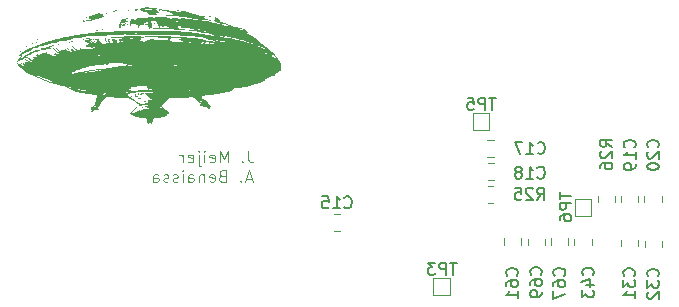
<source format=gbr>
%TF.GenerationSoftware,KiCad,Pcbnew,7.0.1*%
%TF.CreationDate,2023-05-12T19:52:32+02:00*%
%TF.ProjectId,UFO-FPGA,55464f2d-4650-4474-912e-6b696361645f,V0.8*%
%TF.SameCoordinates,Original*%
%TF.FileFunction,Legend,Bot*%
%TF.FilePolarity,Positive*%
%FSLAX46Y46*%
G04 Gerber Fmt 4.6, Leading zero omitted, Abs format (unit mm)*
G04 Created by KiCad (PCBNEW 7.0.1) date 2023-05-12 19:52:32*
%MOMM*%
%LPD*%
G01*
G04 APERTURE LIST*
%ADD10C,0.150000*%
%ADD11C,0.100000*%
%ADD12C,0.120000*%
G04 APERTURE END LIST*
D10*
%TO.C,C31*%
X172787380Y-85547142D02*
X172835000Y-85499523D01*
X172835000Y-85499523D02*
X172882619Y-85356666D01*
X172882619Y-85356666D02*
X172882619Y-85261428D01*
X172882619Y-85261428D02*
X172835000Y-85118571D01*
X172835000Y-85118571D02*
X172739761Y-85023333D01*
X172739761Y-85023333D02*
X172644523Y-84975714D01*
X172644523Y-84975714D02*
X172454047Y-84928095D01*
X172454047Y-84928095D02*
X172311190Y-84928095D01*
X172311190Y-84928095D02*
X172120714Y-84975714D01*
X172120714Y-84975714D02*
X172025476Y-85023333D01*
X172025476Y-85023333D02*
X171930238Y-85118571D01*
X171930238Y-85118571D02*
X171882619Y-85261428D01*
X171882619Y-85261428D02*
X171882619Y-85356666D01*
X171882619Y-85356666D02*
X171930238Y-85499523D01*
X171930238Y-85499523D02*
X171977857Y-85547142D01*
X171882619Y-85880476D02*
X171882619Y-86499523D01*
X171882619Y-86499523D02*
X172263571Y-86166190D01*
X172263571Y-86166190D02*
X172263571Y-86309047D01*
X172263571Y-86309047D02*
X172311190Y-86404285D01*
X172311190Y-86404285D02*
X172358809Y-86451904D01*
X172358809Y-86451904D02*
X172454047Y-86499523D01*
X172454047Y-86499523D02*
X172692142Y-86499523D01*
X172692142Y-86499523D02*
X172787380Y-86451904D01*
X172787380Y-86451904D02*
X172835000Y-86404285D01*
X172835000Y-86404285D02*
X172882619Y-86309047D01*
X172882619Y-86309047D02*
X172882619Y-86023333D01*
X172882619Y-86023333D02*
X172835000Y-85928095D01*
X172835000Y-85928095D02*
X172787380Y-85880476D01*
X172882619Y-87451904D02*
X172882619Y-86880476D01*
X172882619Y-87166190D02*
X171882619Y-87166190D01*
X171882619Y-87166190D02*
X172025476Y-87070952D01*
X172025476Y-87070952D02*
X172120714Y-86975714D01*
X172120714Y-86975714D02*
X172168333Y-86880476D01*
%TO.C,C17*%
X164623057Y-75148180D02*
X164670676Y-75195800D01*
X164670676Y-75195800D02*
X164813533Y-75243419D01*
X164813533Y-75243419D02*
X164908771Y-75243419D01*
X164908771Y-75243419D02*
X165051628Y-75195800D01*
X165051628Y-75195800D02*
X165146866Y-75100561D01*
X165146866Y-75100561D02*
X165194485Y-75005323D01*
X165194485Y-75005323D02*
X165242104Y-74814847D01*
X165242104Y-74814847D02*
X165242104Y-74671990D01*
X165242104Y-74671990D02*
X165194485Y-74481514D01*
X165194485Y-74481514D02*
X165146866Y-74386276D01*
X165146866Y-74386276D02*
X165051628Y-74291038D01*
X165051628Y-74291038D02*
X164908771Y-74243419D01*
X164908771Y-74243419D02*
X164813533Y-74243419D01*
X164813533Y-74243419D02*
X164670676Y-74291038D01*
X164670676Y-74291038D02*
X164623057Y-74338657D01*
X163670676Y-75243419D02*
X164242104Y-75243419D01*
X163956390Y-75243419D02*
X163956390Y-74243419D01*
X163956390Y-74243419D02*
X164051628Y-74386276D01*
X164051628Y-74386276D02*
X164146866Y-74481514D01*
X164146866Y-74481514D02*
X164242104Y-74529133D01*
X163337342Y-74243419D02*
X162670676Y-74243419D01*
X162670676Y-74243419D02*
X163099247Y-75243419D01*
%TO.C,R26*%
X170932619Y-74647142D02*
X170456428Y-74313809D01*
X170932619Y-74075714D02*
X169932619Y-74075714D01*
X169932619Y-74075714D02*
X169932619Y-74456666D01*
X169932619Y-74456666D02*
X169980238Y-74551904D01*
X169980238Y-74551904D02*
X170027857Y-74599523D01*
X170027857Y-74599523D02*
X170123095Y-74647142D01*
X170123095Y-74647142D02*
X170265952Y-74647142D01*
X170265952Y-74647142D02*
X170361190Y-74599523D01*
X170361190Y-74599523D02*
X170408809Y-74551904D01*
X170408809Y-74551904D02*
X170456428Y-74456666D01*
X170456428Y-74456666D02*
X170456428Y-74075714D01*
X170027857Y-75028095D02*
X169980238Y-75075714D01*
X169980238Y-75075714D02*
X169932619Y-75170952D01*
X169932619Y-75170952D02*
X169932619Y-75409047D01*
X169932619Y-75409047D02*
X169980238Y-75504285D01*
X169980238Y-75504285D02*
X170027857Y-75551904D01*
X170027857Y-75551904D02*
X170123095Y-75599523D01*
X170123095Y-75599523D02*
X170218333Y-75599523D01*
X170218333Y-75599523D02*
X170361190Y-75551904D01*
X170361190Y-75551904D02*
X170932619Y-74980476D01*
X170932619Y-74980476D02*
X170932619Y-75599523D01*
X169932619Y-76456666D02*
X169932619Y-76266190D01*
X169932619Y-76266190D02*
X169980238Y-76170952D01*
X169980238Y-76170952D02*
X170027857Y-76123333D01*
X170027857Y-76123333D02*
X170170714Y-76028095D01*
X170170714Y-76028095D02*
X170361190Y-75980476D01*
X170361190Y-75980476D02*
X170742142Y-75980476D01*
X170742142Y-75980476D02*
X170837380Y-76028095D01*
X170837380Y-76028095D02*
X170885000Y-76075714D01*
X170885000Y-76075714D02*
X170932619Y-76170952D01*
X170932619Y-76170952D02*
X170932619Y-76361428D01*
X170932619Y-76361428D02*
X170885000Y-76456666D01*
X170885000Y-76456666D02*
X170837380Y-76504285D01*
X170837380Y-76504285D02*
X170742142Y-76551904D01*
X170742142Y-76551904D02*
X170504047Y-76551904D01*
X170504047Y-76551904D02*
X170408809Y-76504285D01*
X170408809Y-76504285D02*
X170361190Y-76456666D01*
X170361190Y-76456666D02*
X170313571Y-76361428D01*
X170313571Y-76361428D02*
X170313571Y-76170952D01*
X170313571Y-76170952D02*
X170361190Y-76075714D01*
X170361190Y-76075714D02*
X170408809Y-76028095D01*
X170408809Y-76028095D02*
X170504047Y-75980476D01*
%TO.C,C20*%
X174797380Y-74677142D02*
X174845000Y-74629523D01*
X174845000Y-74629523D02*
X174892619Y-74486666D01*
X174892619Y-74486666D02*
X174892619Y-74391428D01*
X174892619Y-74391428D02*
X174845000Y-74248571D01*
X174845000Y-74248571D02*
X174749761Y-74153333D01*
X174749761Y-74153333D02*
X174654523Y-74105714D01*
X174654523Y-74105714D02*
X174464047Y-74058095D01*
X174464047Y-74058095D02*
X174321190Y-74058095D01*
X174321190Y-74058095D02*
X174130714Y-74105714D01*
X174130714Y-74105714D02*
X174035476Y-74153333D01*
X174035476Y-74153333D02*
X173940238Y-74248571D01*
X173940238Y-74248571D02*
X173892619Y-74391428D01*
X173892619Y-74391428D02*
X173892619Y-74486666D01*
X173892619Y-74486666D02*
X173940238Y-74629523D01*
X173940238Y-74629523D02*
X173987857Y-74677142D01*
X173987857Y-75058095D02*
X173940238Y-75105714D01*
X173940238Y-75105714D02*
X173892619Y-75200952D01*
X173892619Y-75200952D02*
X173892619Y-75439047D01*
X173892619Y-75439047D02*
X173940238Y-75534285D01*
X173940238Y-75534285D02*
X173987857Y-75581904D01*
X173987857Y-75581904D02*
X174083095Y-75629523D01*
X174083095Y-75629523D02*
X174178333Y-75629523D01*
X174178333Y-75629523D02*
X174321190Y-75581904D01*
X174321190Y-75581904D02*
X174892619Y-75010476D01*
X174892619Y-75010476D02*
X174892619Y-75629523D01*
X173892619Y-76248571D02*
X173892619Y-76343809D01*
X173892619Y-76343809D02*
X173940238Y-76439047D01*
X173940238Y-76439047D02*
X173987857Y-76486666D01*
X173987857Y-76486666D02*
X174083095Y-76534285D01*
X174083095Y-76534285D02*
X174273571Y-76581904D01*
X174273571Y-76581904D02*
X174511666Y-76581904D01*
X174511666Y-76581904D02*
X174702142Y-76534285D01*
X174702142Y-76534285D02*
X174797380Y-76486666D01*
X174797380Y-76486666D02*
X174845000Y-76439047D01*
X174845000Y-76439047D02*
X174892619Y-76343809D01*
X174892619Y-76343809D02*
X174892619Y-76248571D01*
X174892619Y-76248571D02*
X174845000Y-76153333D01*
X174845000Y-76153333D02*
X174797380Y-76105714D01*
X174797380Y-76105714D02*
X174702142Y-76058095D01*
X174702142Y-76058095D02*
X174511666Y-76010476D01*
X174511666Y-76010476D02*
X174273571Y-76010476D01*
X174273571Y-76010476D02*
X174083095Y-76058095D01*
X174083095Y-76058095D02*
X173987857Y-76105714D01*
X173987857Y-76105714D02*
X173940238Y-76153333D01*
X173940238Y-76153333D02*
X173892619Y-76248571D01*
%TO.C,C15*%
X148267857Y-79737380D02*
X148315476Y-79785000D01*
X148315476Y-79785000D02*
X148458333Y-79832619D01*
X148458333Y-79832619D02*
X148553571Y-79832619D01*
X148553571Y-79832619D02*
X148696428Y-79785000D01*
X148696428Y-79785000D02*
X148791666Y-79689761D01*
X148791666Y-79689761D02*
X148839285Y-79594523D01*
X148839285Y-79594523D02*
X148886904Y-79404047D01*
X148886904Y-79404047D02*
X148886904Y-79261190D01*
X148886904Y-79261190D02*
X148839285Y-79070714D01*
X148839285Y-79070714D02*
X148791666Y-78975476D01*
X148791666Y-78975476D02*
X148696428Y-78880238D01*
X148696428Y-78880238D02*
X148553571Y-78832619D01*
X148553571Y-78832619D02*
X148458333Y-78832619D01*
X148458333Y-78832619D02*
X148315476Y-78880238D01*
X148315476Y-78880238D02*
X148267857Y-78927857D01*
X147315476Y-79832619D02*
X147886904Y-79832619D01*
X147601190Y-79832619D02*
X147601190Y-78832619D01*
X147601190Y-78832619D02*
X147696428Y-78975476D01*
X147696428Y-78975476D02*
X147791666Y-79070714D01*
X147791666Y-79070714D02*
X147886904Y-79118333D01*
X146410714Y-78832619D02*
X146886904Y-78832619D01*
X146886904Y-78832619D02*
X146934523Y-79308809D01*
X146934523Y-79308809D02*
X146886904Y-79261190D01*
X146886904Y-79261190D02*
X146791666Y-79213571D01*
X146791666Y-79213571D02*
X146553571Y-79213571D01*
X146553571Y-79213571D02*
X146458333Y-79261190D01*
X146458333Y-79261190D02*
X146410714Y-79308809D01*
X146410714Y-79308809D02*
X146363095Y-79404047D01*
X146363095Y-79404047D02*
X146363095Y-79642142D01*
X146363095Y-79642142D02*
X146410714Y-79737380D01*
X146410714Y-79737380D02*
X146458333Y-79785000D01*
X146458333Y-79785000D02*
X146553571Y-79832619D01*
X146553571Y-79832619D02*
X146791666Y-79832619D01*
X146791666Y-79832619D02*
X146886904Y-79785000D01*
X146886904Y-79785000D02*
X146934523Y-79737380D01*
%TO.C,C69*%
X164892380Y-85457142D02*
X164940000Y-85409523D01*
X164940000Y-85409523D02*
X164987619Y-85266666D01*
X164987619Y-85266666D02*
X164987619Y-85171428D01*
X164987619Y-85171428D02*
X164940000Y-85028571D01*
X164940000Y-85028571D02*
X164844761Y-84933333D01*
X164844761Y-84933333D02*
X164749523Y-84885714D01*
X164749523Y-84885714D02*
X164559047Y-84838095D01*
X164559047Y-84838095D02*
X164416190Y-84838095D01*
X164416190Y-84838095D02*
X164225714Y-84885714D01*
X164225714Y-84885714D02*
X164130476Y-84933333D01*
X164130476Y-84933333D02*
X164035238Y-85028571D01*
X164035238Y-85028571D02*
X163987619Y-85171428D01*
X163987619Y-85171428D02*
X163987619Y-85266666D01*
X163987619Y-85266666D02*
X164035238Y-85409523D01*
X164035238Y-85409523D02*
X164082857Y-85457142D01*
X163987619Y-86314285D02*
X163987619Y-86123809D01*
X163987619Y-86123809D02*
X164035238Y-86028571D01*
X164035238Y-86028571D02*
X164082857Y-85980952D01*
X164082857Y-85980952D02*
X164225714Y-85885714D01*
X164225714Y-85885714D02*
X164416190Y-85838095D01*
X164416190Y-85838095D02*
X164797142Y-85838095D01*
X164797142Y-85838095D02*
X164892380Y-85885714D01*
X164892380Y-85885714D02*
X164940000Y-85933333D01*
X164940000Y-85933333D02*
X164987619Y-86028571D01*
X164987619Y-86028571D02*
X164987619Y-86219047D01*
X164987619Y-86219047D02*
X164940000Y-86314285D01*
X164940000Y-86314285D02*
X164892380Y-86361904D01*
X164892380Y-86361904D02*
X164797142Y-86409523D01*
X164797142Y-86409523D02*
X164559047Y-86409523D01*
X164559047Y-86409523D02*
X164463809Y-86361904D01*
X164463809Y-86361904D02*
X164416190Y-86314285D01*
X164416190Y-86314285D02*
X164368571Y-86219047D01*
X164368571Y-86219047D02*
X164368571Y-86028571D01*
X164368571Y-86028571D02*
X164416190Y-85933333D01*
X164416190Y-85933333D02*
X164463809Y-85885714D01*
X164463809Y-85885714D02*
X164559047Y-85838095D01*
X164987619Y-86885714D02*
X164987619Y-87076190D01*
X164987619Y-87076190D02*
X164940000Y-87171428D01*
X164940000Y-87171428D02*
X164892380Y-87219047D01*
X164892380Y-87219047D02*
X164749523Y-87314285D01*
X164749523Y-87314285D02*
X164559047Y-87361904D01*
X164559047Y-87361904D02*
X164178095Y-87361904D01*
X164178095Y-87361904D02*
X164082857Y-87314285D01*
X164082857Y-87314285D02*
X164035238Y-87266666D01*
X164035238Y-87266666D02*
X163987619Y-87171428D01*
X163987619Y-87171428D02*
X163987619Y-86980952D01*
X163987619Y-86980952D02*
X164035238Y-86885714D01*
X164035238Y-86885714D02*
X164082857Y-86838095D01*
X164082857Y-86838095D02*
X164178095Y-86790476D01*
X164178095Y-86790476D02*
X164416190Y-86790476D01*
X164416190Y-86790476D02*
X164511428Y-86838095D01*
X164511428Y-86838095D02*
X164559047Y-86885714D01*
X164559047Y-86885714D02*
X164606666Y-86980952D01*
X164606666Y-86980952D02*
X164606666Y-87171428D01*
X164606666Y-87171428D02*
X164559047Y-87266666D01*
X164559047Y-87266666D02*
X164511428Y-87314285D01*
X164511428Y-87314285D02*
X164416190Y-87361904D01*
%TO.C,C67*%
X166867380Y-85532142D02*
X166915000Y-85484523D01*
X166915000Y-85484523D02*
X166962619Y-85341666D01*
X166962619Y-85341666D02*
X166962619Y-85246428D01*
X166962619Y-85246428D02*
X166915000Y-85103571D01*
X166915000Y-85103571D02*
X166819761Y-85008333D01*
X166819761Y-85008333D02*
X166724523Y-84960714D01*
X166724523Y-84960714D02*
X166534047Y-84913095D01*
X166534047Y-84913095D02*
X166391190Y-84913095D01*
X166391190Y-84913095D02*
X166200714Y-84960714D01*
X166200714Y-84960714D02*
X166105476Y-85008333D01*
X166105476Y-85008333D02*
X166010238Y-85103571D01*
X166010238Y-85103571D02*
X165962619Y-85246428D01*
X165962619Y-85246428D02*
X165962619Y-85341666D01*
X165962619Y-85341666D02*
X166010238Y-85484523D01*
X166010238Y-85484523D02*
X166057857Y-85532142D01*
X165962619Y-86389285D02*
X165962619Y-86198809D01*
X165962619Y-86198809D02*
X166010238Y-86103571D01*
X166010238Y-86103571D02*
X166057857Y-86055952D01*
X166057857Y-86055952D02*
X166200714Y-85960714D01*
X166200714Y-85960714D02*
X166391190Y-85913095D01*
X166391190Y-85913095D02*
X166772142Y-85913095D01*
X166772142Y-85913095D02*
X166867380Y-85960714D01*
X166867380Y-85960714D02*
X166915000Y-86008333D01*
X166915000Y-86008333D02*
X166962619Y-86103571D01*
X166962619Y-86103571D02*
X166962619Y-86294047D01*
X166962619Y-86294047D02*
X166915000Y-86389285D01*
X166915000Y-86389285D02*
X166867380Y-86436904D01*
X166867380Y-86436904D02*
X166772142Y-86484523D01*
X166772142Y-86484523D02*
X166534047Y-86484523D01*
X166534047Y-86484523D02*
X166438809Y-86436904D01*
X166438809Y-86436904D02*
X166391190Y-86389285D01*
X166391190Y-86389285D02*
X166343571Y-86294047D01*
X166343571Y-86294047D02*
X166343571Y-86103571D01*
X166343571Y-86103571D02*
X166391190Y-86008333D01*
X166391190Y-86008333D02*
X166438809Y-85960714D01*
X166438809Y-85960714D02*
X166534047Y-85913095D01*
X165962619Y-86817857D02*
X165962619Y-87484523D01*
X165962619Y-87484523D02*
X166962619Y-87055952D01*
%TO.C,C43*%
X169287380Y-85487142D02*
X169335000Y-85439523D01*
X169335000Y-85439523D02*
X169382619Y-85296666D01*
X169382619Y-85296666D02*
X169382619Y-85201428D01*
X169382619Y-85201428D02*
X169335000Y-85058571D01*
X169335000Y-85058571D02*
X169239761Y-84963333D01*
X169239761Y-84963333D02*
X169144523Y-84915714D01*
X169144523Y-84915714D02*
X168954047Y-84868095D01*
X168954047Y-84868095D02*
X168811190Y-84868095D01*
X168811190Y-84868095D02*
X168620714Y-84915714D01*
X168620714Y-84915714D02*
X168525476Y-84963333D01*
X168525476Y-84963333D02*
X168430238Y-85058571D01*
X168430238Y-85058571D02*
X168382619Y-85201428D01*
X168382619Y-85201428D02*
X168382619Y-85296666D01*
X168382619Y-85296666D02*
X168430238Y-85439523D01*
X168430238Y-85439523D02*
X168477857Y-85487142D01*
X168715952Y-86344285D02*
X169382619Y-86344285D01*
X168335000Y-86106190D02*
X169049285Y-85868095D01*
X169049285Y-85868095D02*
X169049285Y-86487142D01*
X168382619Y-86772857D02*
X168382619Y-87391904D01*
X168382619Y-87391904D02*
X168763571Y-87058571D01*
X168763571Y-87058571D02*
X168763571Y-87201428D01*
X168763571Y-87201428D02*
X168811190Y-87296666D01*
X168811190Y-87296666D02*
X168858809Y-87344285D01*
X168858809Y-87344285D02*
X168954047Y-87391904D01*
X168954047Y-87391904D02*
X169192142Y-87391904D01*
X169192142Y-87391904D02*
X169287380Y-87344285D01*
X169287380Y-87344285D02*
X169335000Y-87296666D01*
X169335000Y-87296666D02*
X169382619Y-87201428D01*
X169382619Y-87201428D02*
X169382619Y-86915714D01*
X169382619Y-86915714D02*
X169335000Y-86820476D01*
X169335000Y-86820476D02*
X169287380Y-86772857D01*
%TO.C,TP6*%
X166484619Y-78498095D02*
X166484619Y-79069523D01*
X167484619Y-78783809D02*
X166484619Y-78783809D01*
X167484619Y-79402857D02*
X166484619Y-79402857D01*
X166484619Y-79402857D02*
X166484619Y-79783809D01*
X166484619Y-79783809D02*
X166532238Y-79879047D01*
X166532238Y-79879047D02*
X166579857Y-79926666D01*
X166579857Y-79926666D02*
X166675095Y-79974285D01*
X166675095Y-79974285D02*
X166817952Y-79974285D01*
X166817952Y-79974285D02*
X166913190Y-79926666D01*
X166913190Y-79926666D02*
X166960809Y-79879047D01*
X166960809Y-79879047D02*
X167008428Y-79783809D01*
X167008428Y-79783809D02*
X167008428Y-79402857D01*
X166484619Y-80831428D02*
X166484619Y-80640952D01*
X166484619Y-80640952D02*
X166532238Y-80545714D01*
X166532238Y-80545714D02*
X166579857Y-80498095D01*
X166579857Y-80498095D02*
X166722714Y-80402857D01*
X166722714Y-80402857D02*
X166913190Y-80355238D01*
X166913190Y-80355238D02*
X167294142Y-80355238D01*
X167294142Y-80355238D02*
X167389380Y-80402857D01*
X167389380Y-80402857D02*
X167437000Y-80450476D01*
X167437000Y-80450476D02*
X167484619Y-80545714D01*
X167484619Y-80545714D02*
X167484619Y-80736190D01*
X167484619Y-80736190D02*
X167437000Y-80831428D01*
X167437000Y-80831428D02*
X167389380Y-80879047D01*
X167389380Y-80879047D02*
X167294142Y-80926666D01*
X167294142Y-80926666D02*
X167056047Y-80926666D01*
X167056047Y-80926666D02*
X166960809Y-80879047D01*
X166960809Y-80879047D02*
X166913190Y-80831428D01*
X166913190Y-80831428D02*
X166865571Y-80736190D01*
X166865571Y-80736190D02*
X166865571Y-80545714D01*
X166865571Y-80545714D02*
X166913190Y-80450476D01*
X166913190Y-80450476D02*
X166960809Y-80402857D01*
X166960809Y-80402857D02*
X167056047Y-80355238D01*
%TO.C,R25*%
X164578057Y-79113419D02*
X164911390Y-78637228D01*
X165149485Y-79113419D02*
X165149485Y-78113419D01*
X165149485Y-78113419D02*
X164768533Y-78113419D01*
X164768533Y-78113419D02*
X164673295Y-78161038D01*
X164673295Y-78161038D02*
X164625676Y-78208657D01*
X164625676Y-78208657D02*
X164578057Y-78303895D01*
X164578057Y-78303895D02*
X164578057Y-78446752D01*
X164578057Y-78446752D02*
X164625676Y-78541990D01*
X164625676Y-78541990D02*
X164673295Y-78589609D01*
X164673295Y-78589609D02*
X164768533Y-78637228D01*
X164768533Y-78637228D02*
X165149485Y-78637228D01*
X164197104Y-78208657D02*
X164149485Y-78161038D01*
X164149485Y-78161038D02*
X164054247Y-78113419D01*
X164054247Y-78113419D02*
X163816152Y-78113419D01*
X163816152Y-78113419D02*
X163720914Y-78161038D01*
X163720914Y-78161038D02*
X163673295Y-78208657D01*
X163673295Y-78208657D02*
X163625676Y-78303895D01*
X163625676Y-78303895D02*
X163625676Y-78399133D01*
X163625676Y-78399133D02*
X163673295Y-78541990D01*
X163673295Y-78541990D02*
X164244723Y-79113419D01*
X164244723Y-79113419D02*
X163625676Y-79113419D01*
X162720914Y-78113419D02*
X163197104Y-78113419D01*
X163197104Y-78113419D02*
X163244723Y-78589609D01*
X163244723Y-78589609D02*
X163197104Y-78541990D01*
X163197104Y-78541990D02*
X163101866Y-78494371D01*
X163101866Y-78494371D02*
X162863771Y-78494371D01*
X162863771Y-78494371D02*
X162768533Y-78541990D01*
X162768533Y-78541990D02*
X162720914Y-78589609D01*
X162720914Y-78589609D02*
X162673295Y-78684847D01*
X162673295Y-78684847D02*
X162673295Y-78922942D01*
X162673295Y-78922942D02*
X162720914Y-79018180D01*
X162720914Y-79018180D02*
X162768533Y-79065800D01*
X162768533Y-79065800D02*
X162863771Y-79113419D01*
X162863771Y-79113419D02*
X163101866Y-79113419D01*
X163101866Y-79113419D02*
X163197104Y-79065800D01*
X163197104Y-79065800D02*
X163244723Y-79018180D01*
%TO.C,C18*%
X164614357Y-77226980D02*
X164661976Y-77274600D01*
X164661976Y-77274600D02*
X164804833Y-77322219D01*
X164804833Y-77322219D02*
X164900071Y-77322219D01*
X164900071Y-77322219D02*
X165042928Y-77274600D01*
X165042928Y-77274600D02*
X165138166Y-77179361D01*
X165138166Y-77179361D02*
X165185785Y-77084123D01*
X165185785Y-77084123D02*
X165233404Y-76893647D01*
X165233404Y-76893647D02*
X165233404Y-76750790D01*
X165233404Y-76750790D02*
X165185785Y-76560314D01*
X165185785Y-76560314D02*
X165138166Y-76465076D01*
X165138166Y-76465076D02*
X165042928Y-76369838D01*
X165042928Y-76369838D02*
X164900071Y-76322219D01*
X164900071Y-76322219D02*
X164804833Y-76322219D01*
X164804833Y-76322219D02*
X164661976Y-76369838D01*
X164661976Y-76369838D02*
X164614357Y-76417457D01*
X163661976Y-77322219D02*
X164233404Y-77322219D01*
X163947690Y-77322219D02*
X163947690Y-76322219D01*
X163947690Y-76322219D02*
X164042928Y-76465076D01*
X164042928Y-76465076D02*
X164138166Y-76560314D01*
X164138166Y-76560314D02*
X164233404Y-76607933D01*
X163090547Y-76750790D02*
X163185785Y-76703171D01*
X163185785Y-76703171D02*
X163233404Y-76655552D01*
X163233404Y-76655552D02*
X163281023Y-76560314D01*
X163281023Y-76560314D02*
X163281023Y-76512695D01*
X163281023Y-76512695D02*
X163233404Y-76417457D01*
X163233404Y-76417457D02*
X163185785Y-76369838D01*
X163185785Y-76369838D02*
X163090547Y-76322219D01*
X163090547Y-76322219D02*
X162900071Y-76322219D01*
X162900071Y-76322219D02*
X162804833Y-76369838D01*
X162804833Y-76369838D02*
X162757214Y-76417457D01*
X162757214Y-76417457D02*
X162709595Y-76512695D01*
X162709595Y-76512695D02*
X162709595Y-76560314D01*
X162709595Y-76560314D02*
X162757214Y-76655552D01*
X162757214Y-76655552D02*
X162804833Y-76703171D01*
X162804833Y-76703171D02*
X162900071Y-76750790D01*
X162900071Y-76750790D02*
X163090547Y-76750790D01*
X163090547Y-76750790D02*
X163185785Y-76798409D01*
X163185785Y-76798409D02*
X163233404Y-76846028D01*
X163233404Y-76846028D02*
X163281023Y-76941266D01*
X163281023Y-76941266D02*
X163281023Y-77131742D01*
X163281023Y-77131742D02*
X163233404Y-77226980D01*
X163233404Y-77226980D02*
X163185785Y-77274600D01*
X163185785Y-77274600D02*
X163090547Y-77322219D01*
X163090547Y-77322219D02*
X162900071Y-77322219D01*
X162900071Y-77322219D02*
X162804833Y-77274600D01*
X162804833Y-77274600D02*
X162757214Y-77226980D01*
X162757214Y-77226980D02*
X162709595Y-77131742D01*
X162709595Y-77131742D02*
X162709595Y-76941266D01*
X162709595Y-76941266D02*
X162757214Y-76846028D01*
X162757214Y-76846028D02*
X162804833Y-76798409D01*
X162804833Y-76798409D02*
X162900071Y-76750790D01*
%TO.C,C61*%
X162867380Y-85532142D02*
X162915000Y-85484523D01*
X162915000Y-85484523D02*
X162962619Y-85341666D01*
X162962619Y-85341666D02*
X162962619Y-85246428D01*
X162962619Y-85246428D02*
X162915000Y-85103571D01*
X162915000Y-85103571D02*
X162819761Y-85008333D01*
X162819761Y-85008333D02*
X162724523Y-84960714D01*
X162724523Y-84960714D02*
X162534047Y-84913095D01*
X162534047Y-84913095D02*
X162391190Y-84913095D01*
X162391190Y-84913095D02*
X162200714Y-84960714D01*
X162200714Y-84960714D02*
X162105476Y-85008333D01*
X162105476Y-85008333D02*
X162010238Y-85103571D01*
X162010238Y-85103571D02*
X161962619Y-85246428D01*
X161962619Y-85246428D02*
X161962619Y-85341666D01*
X161962619Y-85341666D02*
X162010238Y-85484523D01*
X162010238Y-85484523D02*
X162057857Y-85532142D01*
X161962619Y-86389285D02*
X161962619Y-86198809D01*
X161962619Y-86198809D02*
X162010238Y-86103571D01*
X162010238Y-86103571D02*
X162057857Y-86055952D01*
X162057857Y-86055952D02*
X162200714Y-85960714D01*
X162200714Y-85960714D02*
X162391190Y-85913095D01*
X162391190Y-85913095D02*
X162772142Y-85913095D01*
X162772142Y-85913095D02*
X162867380Y-85960714D01*
X162867380Y-85960714D02*
X162915000Y-86008333D01*
X162915000Y-86008333D02*
X162962619Y-86103571D01*
X162962619Y-86103571D02*
X162962619Y-86294047D01*
X162962619Y-86294047D02*
X162915000Y-86389285D01*
X162915000Y-86389285D02*
X162867380Y-86436904D01*
X162867380Y-86436904D02*
X162772142Y-86484523D01*
X162772142Y-86484523D02*
X162534047Y-86484523D01*
X162534047Y-86484523D02*
X162438809Y-86436904D01*
X162438809Y-86436904D02*
X162391190Y-86389285D01*
X162391190Y-86389285D02*
X162343571Y-86294047D01*
X162343571Y-86294047D02*
X162343571Y-86103571D01*
X162343571Y-86103571D02*
X162391190Y-86008333D01*
X162391190Y-86008333D02*
X162438809Y-85960714D01*
X162438809Y-85960714D02*
X162534047Y-85913095D01*
X162962619Y-87436904D02*
X162962619Y-86865476D01*
X162962619Y-87151190D02*
X161962619Y-87151190D01*
X161962619Y-87151190D02*
X162105476Y-87055952D01*
X162105476Y-87055952D02*
X162200714Y-86960714D01*
X162200714Y-86960714D02*
X162248333Y-86865476D01*
%TO.C,C32*%
X174807380Y-85597142D02*
X174855000Y-85549523D01*
X174855000Y-85549523D02*
X174902619Y-85406666D01*
X174902619Y-85406666D02*
X174902619Y-85311428D01*
X174902619Y-85311428D02*
X174855000Y-85168571D01*
X174855000Y-85168571D02*
X174759761Y-85073333D01*
X174759761Y-85073333D02*
X174664523Y-85025714D01*
X174664523Y-85025714D02*
X174474047Y-84978095D01*
X174474047Y-84978095D02*
X174331190Y-84978095D01*
X174331190Y-84978095D02*
X174140714Y-85025714D01*
X174140714Y-85025714D02*
X174045476Y-85073333D01*
X174045476Y-85073333D02*
X173950238Y-85168571D01*
X173950238Y-85168571D02*
X173902619Y-85311428D01*
X173902619Y-85311428D02*
X173902619Y-85406666D01*
X173902619Y-85406666D02*
X173950238Y-85549523D01*
X173950238Y-85549523D02*
X173997857Y-85597142D01*
X173902619Y-85930476D02*
X173902619Y-86549523D01*
X173902619Y-86549523D02*
X174283571Y-86216190D01*
X174283571Y-86216190D02*
X174283571Y-86359047D01*
X174283571Y-86359047D02*
X174331190Y-86454285D01*
X174331190Y-86454285D02*
X174378809Y-86501904D01*
X174378809Y-86501904D02*
X174474047Y-86549523D01*
X174474047Y-86549523D02*
X174712142Y-86549523D01*
X174712142Y-86549523D02*
X174807380Y-86501904D01*
X174807380Y-86501904D02*
X174855000Y-86454285D01*
X174855000Y-86454285D02*
X174902619Y-86359047D01*
X174902619Y-86359047D02*
X174902619Y-86073333D01*
X174902619Y-86073333D02*
X174855000Y-85978095D01*
X174855000Y-85978095D02*
X174807380Y-85930476D01*
X173997857Y-86930476D02*
X173950238Y-86978095D01*
X173950238Y-86978095D02*
X173902619Y-87073333D01*
X173902619Y-87073333D02*
X173902619Y-87311428D01*
X173902619Y-87311428D02*
X173950238Y-87406666D01*
X173950238Y-87406666D02*
X173997857Y-87454285D01*
X173997857Y-87454285D02*
X174093095Y-87501904D01*
X174093095Y-87501904D02*
X174188333Y-87501904D01*
X174188333Y-87501904D02*
X174331190Y-87454285D01*
X174331190Y-87454285D02*
X174902619Y-86882857D01*
X174902619Y-86882857D02*
X174902619Y-87501904D01*
%TO.C,C19*%
X172827380Y-74677142D02*
X172875000Y-74629523D01*
X172875000Y-74629523D02*
X172922619Y-74486666D01*
X172922619Y-74486666D02*
X172922619Y-74391428D01*
X172922619Y-74391428D02*
X172875000Y-74248571D01*
X172875000Y-74248571D02*
X172779761Y-74153333D01*
X172779761Y-74153333D02*
X172684523Y-74105714D01*
X172684523Y-74105714D02*
X172494047Y-74058095D01*
X172494047Y-74058095D02*
X172351190Y-74058095D01*
X172351190Y-74058095D02*
X172160714Y-74105714D01*
X172160714Y-74105714D02*
X172065476Y-74153333D01*
X172065476Y-74153333D02*
X171970238Y-74248571D01*
X171970238Y-74248571D02*
X171922619Y-74391428D01*
X171922619Y-74391428D02*
X171922619Y-74486666D01*
X171922619Y-74486666D02*
X171970238Y-74629523D01*
X171970238Y-74629523D02*
X172017857Y-74677142D01*
X172922619Y-75629523D02*
X172922619Y-75058095D01*
X172922619Y-75343809D02*
X171922619Y-75343809D01*
X171922619Y-75343809D02*
X172065476Y-75248571D01*
X172065476Y-75248571D02*
X172160714Y-75153333D01*
X172160714Y-75153333D02*
X172208333Y-75058095D01*
X172922619Y-76105714D02*
X172922619Y-76296190D01*
X172922619Y-76296190D02*
X172875000Y-76391428D01*
X172875000Y-76391428D02*
X172827380Y-76439047D01*
X172827380Y-76439047D02*
X172684523Y-76534285D01*
X172684523Y-76534285D02*
X172494047Y-76581904D01*
X172494047Y-76581904D02*
X172113095Y-76581904D01*
X172113095Y-76581904D02*
X172017857Y-76534285D01*
X172017857Y-76534285D02*
X171970238Y-76486666D01*
X171970238Y-76486666D02*
X171922619Y-76391428D01*
X171922619Y-76391428D02*
X171922619Y-76200952D01*
X171922619Y-76200952D02*
X171970238Y-76105714D01*
X171970238Y-76105714D02*
X172017857Y-76058095D01*
X172017857Y-76058095D02*
X172113095Y-76010476D01*
X172113095Y-76010476D02*
X172351190Y-76010476D01*
X172351190Y-76010476D02*
X172446428Y-76058095D01*
X172446428Y-76058095D02*
X172494047Y-76105714D01*
X172494047Y-76105714D02*
X172541666Y-76200952D01*
X172541666Y-76200952D02*
X172541666Y-76391428D01*
X172541666Y-76391428D02*
X172494047Y-76486666D01*
X172494047Y-76486666D02*
X172446428Y-76534285D01*
X172446428Y-76534285D02*
X172351190Y-76581904D01*
D11*
%TO.C,G\u002A\u002A\u002A*%
X140394523Y-77331904D02*
X139918333Y-77331904D01*
X140489761Y-77617619D02*
X140156428Y-76617619D01*
X140156428Y-76617619D02*
X139823095Y-77617619D01*
X139489761Y-77522380D02*
X139442142Y-77570000D01*
X139442142Y-77570000D02*
X139489761Y-77617619D01*
X139489761Y-77617619D02*
X139537380Y-77570000D01*
X139537380Y-77570000D02*
X139489761Y-77522380D01*
X139489761Y-77522380D02*
X139489761Y-77617619D01*
X137918333Y-77093809D02*
X137775476Y-77141428D01*
X137775476Y-77141428D02*
X137727857Y-77189047D01*
X137727857Y-77189047D02*
X137680238Y-77284285D01*
X137680238Y-77284285D02*
X137680238Y-77427142D01*
X137680238Y-77427142D02*
X137727857Y-77522380D01*
X137727857Y-77522380D02*
X137775476Y-77570000D01*
X137775476Y-77570000D02*
X137870714Y-77617619D01*
X137870714Y-77617619D02*
X138251666Y-77617619D01*
X138251666Y-77617619D02*
X138251666Y-76617619D01*
X138251666Y-76617619D02*
X137918333Y-76617619D01*
X137918333Y-76617619D02*
X137823095Y-76665238D01*
X137823095Y-76665238D02*
X137775476Y-76712857D01*
X137775476Y-76712857D02*
X137727857Y-76808095D01*
X137727857Y-76808095D02*
X137727857Y-76903333D01*
X137727857Y-76903333D02*
X137775476Y-76998571D01*
X137775476Y-76998571D02*
X137823095Y-77046190D01*
X137823095Y-77046190D02*
X137918333Y-77093809D01*
X137918333Y-77093809D02*
X138251666Y-77093809D01*
X136870714Y-77570000D02*
X136965952Y-77617619D01*
X136965952Y-77617619D02*
X137156428Y-77617619D01*
X137156428Y-77617619D02*
X137251666Y-77570000D01*
X137251666Y-77570000D02*
X137299285Y-77474761D01*
X137299285Y-77474761D02*
X137299285Y-77093809D01*
X137299285Y-77093809D02*
X137251666Y-76998571D01*
X137251666Y-76998571D02*
X137156428Y-76950952D01*
X137156428Y-76950952D02*
X136965952Y-76950952D01*
X136965952Y-76950952D02*
X136870714Y-76998571D01*
X136870714Y-76998571D02*
X136823095Y-77093809D01*
X136823095Y-77093809D02*
X136823095Y-77189047D01*
X136823095Y-77189047D02*
X137299285Y-77284285D01*
X136394523Y-76950952D02*
X136394523Y-77617619D01*
X136394523Y-77046190D02*
X136346904Y-76998571D01*
X136346904Y-76998571D02*
X136251666Y-76950952D01*
X136251666Y-76950952D02*
X136108809Y-76950952D01*
X136108809Y-76950952D02*
X136013571Y-76998571D01*
X136013571Y-76998571D02*
X135965952Y-77093809D01*
X135965952Y-77093809D02*
X135965952Y-77617619D01*
X135061190Y-77617619D02*
X135061190Y-77093809D01*
X135061190Y-77093809D02*
X135108809Y-76998571D01*
X135108809Y-76998571D02*
X135204047Y-76950952D01*
X135204047Y-76950952D02*
X135394523Y-76950952D01*
X135394523Y-76950952D02*
X135489761Y-76998571D01*
X135061190Y-77570000D02*
X135156428Y-77617619D01*
X135156428Y-77617619D02*
X135394523Y-77617619D01*
X135394523Y-77617619D02*
X135489761Y-77570000D01*
X135489761Y-77570000D02*
X135537380Y-77474761D01*
X135537380Y-77474761D02*
X135537380Y-77379523D01*
X135537380Y-77379523D02*
X135489761Y-77284285D01*
X135489761Y-77284285D02*
X135394523Y-77236666D01*
X135394523Y-77236666D02*
X135156428Y-77236666D01*
X135156428Y-77236666D02*
X135061190Y-77189047D01*
X134584999Y-77617619D02*
X134584999Y-76950952D01*
X134584999Y-76617619D02*
X134632618Y-76665238D01*
X134632618Y-76665238D02*
X134584999Y-76712857D01*
X134584999Y-76712857D02*
X134537380Y-76665238D01*
X134537380Y-76665238D02*
X134584999Y-76617619D01*
X134584999Y-76617619D02*
X134584999Y-76712857D01*
X134156428Y-77570000D02*
X134061190Y-77617619D01*
X134061190Y-77617619D02*
X133870714Y-77617619D01*
X133870714Y-77617619D02*
X133775476Y-77570000D01*
X133775476Y-77570000D02*
X133727857Y-77474761D01*
X133727857Y-77474761D02*
X133727857Y-77427142D01*
X133727857Y-77427142D02*
X133775476Y-77331904D01*
X133775476Y-77331904D02*
X133870714Y-77284285D01*
X133870714Y-77284285D02*
X134013571Y-77284285D01*
X134013571Y-77284285D02*
X134108809Y-77236666D01*
X134108809Y-77236666D02*
X134156428Y-77141428D01*
X134156428Y-77141428D02*
X134156428Y-77093809D01*
X134156428Y-77093809D02*
X134108809Y-76998571D01*
X134108809Y-76998571D02*
X134013571Y-76950952D01*
X134013571Y-76950952D02*
X133870714Y-76950952D01*
X133870714Y-76950952D02*
X133775476Y-76998571D01*
X133346904Y-77570000D02*
X133251666Y-77617619D01*
X133251666Y-77617619D02*
X133061190Y-77617619D01*
X133061190Y-77617619D02*
X132965952Y-77570000D01*
X132965952Y-77570000D02*
X132918333Y-77474761D01*
X132918333Y-77474761D02*
X132918333Y-77427142D01*
X132918333Y-77427142D02*
X132965952Y-77331904D01*
X132965952Y-77331904D02*
X133061190Y-77284285D01*
X133061190Y-77284285D02*
X133204047Y-77284285D01*
X133204047Y-77284285D02*
X133299285Y-77236666D01*
X133299285Y-77236666D02*
X133346904Y-77141428D01*
X133346904Y-77141428D02*
X133346904Y-77093809D01*
X133346904Y-77093809D02*
X133299285Y-76998571D01*
X133299285Y-76998571D02*
X133204047Y-76950952D01*
X133204047Y-76950952D02*
X133061190Y-76950952D01*
X133061190Y-76950952D02*
X132965952Y-76998571D01*
X132061190Y-77617619D02*
X132061190Y-77093809D01*
X132061190Y-77093809D02*
X132108809Y-76998571D01*
X132108809Y-76998571D02*
X132204047Y-76950952D01*
X132204047Y-76950952D02*
X132394523Y-76950952D01*
X132394523Y-76950952D02*
X132489761Y-76998571D01*
X132061190Y-77570000D02*
X132156428Y-77617619D01*
X132156428Y-77617619D02*
X132394523Y-77617619D01*
X132394523Y-77617619D02*
X132489761Y-77570000D01*
X132489761Y-77570000D02*
X132537380Y-77474761D01*
X132537380Y-77474761D02*
X132537380Y-77379523D01*
X132537380Y-77379523D02*
X132489761Y-77284285D01*
X132489761Y-77284285D02*
X132394523Y-77236666D01*
X132394523Y-77236666D02*
X132156428Y-77236666D01*
X132156428Y-77236666D02*
X132061190Y-77189047D01*
X140111190Y-74957619D02*
X140111190Y-75671904D01*
X140111190Y-75671904D02*
X140158809Y-75814761D01*
X140158809Y-75814761D02*
X140254047Y-75910000D01*
X140254047Y-75910000D02*
X140396904Y-75957619D01*
X140396904Y-75957619D02*
X140492142Y-75957619D01*
X139634999Y-75862380D02*
X139587380Y-75910000D01*
X139587380Y-75910000D02*
X139634999Y-75957619D01*
X139634999Y-75957619D02*
X139682618Y-75910000D01*
X139682618Y-75910000D02*
X139634999Y-75862380D01*
X139634999Y-75862380D02*
X139634999Y-75957619D01*
X138396904Y-75957619D02*
X138396904Y-74957619D01*
X138396904Y-74957619D02*
X138063571Y-75671904D01*
X138063571Y-75671904D02*
X137730238Y-74957619D01*
X137730238Y-74957619D02*
X137730238Y-75957619D01*
X136873095Y-75910000D02*
X136968333Y-75957619D01*
X136968333Y-75957619D02*
X137158809Y-75957619D01*
X137158809Y-75957619D02*
X137254047Y-75910000D01*
X137254047Y-75910000D02*
X137301666Y-75814761D01*
X137301666Y-75814761D02*
X137301666Y-75433809D01*
X137301666Y-75433809D02*
X137254047Y-75338571D01*
X137254047Y-75338571D02*
X137158809Y-75290952D01*
X137158809Y-75290952D02*
X136968333Y-75290952D01*
X136968333Y-75290952D02*
X136873095Y-75338571D01*
X136873095Y-75338571D02*
X136825476Y-75433809D01*
X136825476Y-75433809D02*
X136825476Y-75529047D01*
X136825476Y-75529047D02*
X137301666Y-75624285D01*
X136396904Y-75957619D02*
X136396904Y-75290952D01*
X136396904Y-74957619D02*
X136444523Y-75005238D01*
X136444523Y-75005238D02*
X136396904Y-75052857D01*
X136396904Y-75052857D02*
X136349285Y-75005238D01*
X136349285Y-75005238D02*
X136396904Y-74957619D01*
X136396904Y-74957619D02*
X136396904Y-75052857D01*
X135920714Y-75290952D02*
X135920714Y-76148095D01*
X135920714Y-76148095D02*
X135968333Y-76243333D01*
X135968333Y-76243333D02*
X136063571Y-76290952D01*
X136063571Y-76290952D02*
X136111190Y-76290952D01*
X135920714Y-74957619D02*
X135968333Y-75005238D01*
X135968333Y-75005238D02*
X135920714Y-75052857D01*
X135920714Y-75052857D02*
X135873095Y-75005238D01*
X135873095Y-75005238D02*
X135920714Y-74957619D01*
X135920714Y-74957619D02*
X135920714Y-75052857D01*
X135063572Y-75910000D02*
X135158810Y-75957619D01*
X135158810Y-75957619D02*
X135349286Y-75957619D01*
X135349286Y-75957619D02*
X135444524Y-75910000D01*
X135444524Y-75910000D02*
X135492143Y-75814761D01*
X135492143Y-75814761D02*
X135492143Y-75433809D01*
X135492143Y-75433809D02*
X135444524Y-75338571D01*
X135444524Y-75338571D02*
X135349286Y-75290952D01*
X135349286Y-75290952D02*
X135158810Y-75290952D01*
X135158810Y-75290952D02*
X135063572Y-75338571D01*
X135063572Y-75338571D02*
X135015953Y-75433809D01*
X135015953Y-75433809D02*
X135015953Y-75529047D01*
X135015953Y-75529047D02*
X135492143Y-75624285D01*
X134587381Y-75957619D02*
X134587381Y-75290952D01*
X134587381Y-75481428D02*
X134539762Y-75386190D01*
X134539762Y-75386190D02*
X134492143Y-75338571D01*
X134492143Y-75338571D02*
X134396905Y-75290952D01*
X134396905Y-75290952D02*
X134301667Y-75290952D01*
D10*
%TO.C,TP3*%
X157761904Y-84454619D02*
X157190476Y-84454619D01*
X157476190Y-85454619D02*
X157476190Y-84454619D01*
X156857142Y-85454619D02*
X156857142Y-84454619D01*
X156857142Y-84454619D02*
X156476190Y-84454619D01*
X156476190Y-84454619D02*
X156380952Y-84502238D01*
X156380952Y-84502238D02*
X156333333Y-84549857D01*
X156333333Y-84549857D02*
X156285714Y-84645095D01*
X156285714Y-84645095D02*
X156285714Y-84787952D01*
X156285714Y-84787952D02*
X156333333Y-84883190D01*
X156333333Y-84883190D02*
X156380952Y-84930809D01*
X156380952Y-84930809D02*
X156476190Y-84978428D01*
X156476190Y-84978428D02*
X156857142Y-84978428D01*
X155952380Y-84454619D02*
X155333333Y-84454619D01*
X155333333Y-84454619D02*
X155666666Y-84835571D01*
X155666666Y-84835571D02*
X155523809Y-84835571D01*
X155523809Y-84835571D02*
X155428571Y-84883190D01*
X155428571Y-84883190D02*
X155380952Y-84930809D01*
X155380952Y-84930809D02*
X155333333Y-85026047D01*
X155333333Y-85026047D02*
X155333333Y-85264142D01*
X155333333Y-85264142D02*
X155380952Y-85359380D01*
X155380952Y-85359380D02*
X155428571Y-85407000D01*
X155428571Y-85407000D02*
X155523809Y-85454619D01*
X155523809Y-85454619D02*
X155809523Y-85454619D01*
X155809523Y-85454619D02*
X155904761Y-85407000D01*
X155904761Y-85407000D02*
X155952380Y-85359380D01*
%TO.C,TP5*%
X161091904Y-70494619D02*
X160520476Y-70494619D01*
X160806190Y-71494619D02*
X160806190Y-70494619D01*
X160187142Y-71494619D02*
X160187142Y-70494619D01*
X160187142Y-70494619D02*
X159806190Y-70494619D01*
X159806190Y-70494619D02*
X159710952Y-70542238D01*
X159710952Y-70542238D02*
X159663333Y-70589857D01*
X159663333Y-70589857D02*
X159615714Y-70685095D01*
X159615714Y-70685095D02*
X159615714Y-70827952D01*
X159615714Y-70827952D02*
X159663333Y-70923190D01*
X159663333Y-70923190D02*
X159710952Y-70970809D01*
X159710952Y-70970809D02*
X159806190Y-71018428D01*
X159806190Y-71018428D02*
X160187142Y-71018428D01*
X158710952Y-70494619D02*
X159187142Y-70494619D01*
X159187142Y-70494619D02*
X159234761Y-70970809D01*
X159234761Y-70970809D02*
X159187142Y-70923190D01*
X159187142Y-70923190D02*
X159091904Y-70875571D01*
X159091904Y-70875571D02*
X158853809Y-70875571D01*
X158853809Y-70875571D02*
X158758571Y-70923190D01*
X158758571Y-70923190D02*
X158710952Y-70970809D01*
X158710952Y-70970809D02*
X158663333Y-71066047D01*
X158663333Y-71066047D02*
X158663333Y-71304142D01*
X158663333Y-71304142D02*
X158710952Y-71399380D01*
X158710952Y-71399380D02*
X158758571Y-71447000D01*
X158758571Y-71447000D02*
X158853809Y-71494619D01*
X158853809Y-71494619D02*
X159091904Y-71494619D01*
X159091904Y-71494619D02*
X159187142Y-71447000D01*
X159187142Y-71447000D02*
X159234761Y-71399380D01*
D12*
%TO.C,C31*%
X173155000Y-82548748D02*
X173155000Y-83071252D01*
X171685000Y-82548748D02*
X171685000Y-83071252D01*
%TO.C,C17*%
X160381448Y-74020800D02*
X160903952Y-74020800D01*
X160381448Y-75490800D02*
X160903952Y-75490800D01*
%TO.C,R26*%
X171195000Y-78812936D02*
X171195000Y-79267064D01*
X169725000Y-78812936D02*
X169725000Y-79267064D01*
%TO.C,C20*%
X173665000Y-79311252D02*
X173665000Y-78788748D01*
X175135000Y-79311252D02*
X175135000Y-78788748D01*
%TO.C,C15*%
X147886252Y-81785000D02*
X147363748Y-81785000D01*
X147886252Y-80315000D02*
X147363748Y-80315000D01*
%TO.C,C69*%
X165245000Y-82398748D02*
X165245000Y-82921252D01*
X163775000Y-82398748D02*
X163775000Y-82921252D01*
%TO.C,C67*%
X167225000Y-82388748D02*
X167225000Y-82911252D01*
X165755000Y-82388748D02*
X165755000Y-82911252D01*
%TO.C,C43*%
X169213100Y-82415948D02*
X169213100Y-82938452D01*
X167743100Y-82415948D02*
X167743100Y-82938452D01*
%TO.C,TP6*%
X169170000Y-79060000D02*
X167770000Y-79060000D01*
X167770000Y-79060000D02*
X167770000Y-80460000D01*
X169170000Y-80460000D02*
X169170000Y-79060000D01*
X167770000Y-80460000D02*
X169170000Y-80460000D01*
%TO.C,R25*%
X160402936Y-77935000D02*
X160857064Y-77935000D01*
X160402936Y-79405000D02*
X160857064Y-79405000D01*
%TO.C,C18*%
X160390248Y-76004600D02*
X160912752Y-76004600D01*
X160390248Y-77474600D02*
X160912752Y-77474600D01*
%TO.C,C61*%
X163255000Y-82388748D02*
X163255000Y-82911252D01*
X161785000Y-82388748D02*
X161785000Y-82911252D01*
%TO.C,C32*%
X175155000Y-82588748D02*
X175155000Y-83111252D01*
X173685000Y-82588748D02*
X173685000Y-83111252D01*
%TO.C,C19*%
X171695000Y-79301252D02*
X171695000Y-78778748D01*
X173165000Y-79301252D02*
X173165000Y-78778748D01*
%TO.C,G\u002A\u002A\u002A*%
G36*
X142253762Y-68624066D02*
G01*
X142249854Y-68627193D01*
X142252527Y-68624036D01*
X142253762Y-68624066D01*
G37*
G36*
X142324123Y-66993275D02*
G01*
X142299367Y-67018032D01*
X142274611Y-66993275D01*
X142299367Y-66968519D01*
X142324123Y-66993275D01*
G37*
G36*
X136382603Y-65804971D02*
G01*
X136357846Y-65829728D01*
X136333090Y-65804971D01*
X136357846Y-65780215D01*
X136382603Y-65804971D01*
G37*
G36*
X134253558Y-63081774D02*
G01*
X134228802Y-63106531D01*
X134204045Y-63081774D01*
X134228802Y-63057018D01*
X134253558Y-63081774D01*
G37*
G36*
X134154533Y-63081774D02*
G01*
X134129776Y-63106531D01*
X134105020Y-63081774D01*
X134129776Y-63057018D01*
X134154533Y-63081774D01*
G37*
G36*
X133213792Y-65507895D02*
G01*
X133189035Y-65532652D01*
X133164279Y-65507895D01*
X133189035Y-65483139D01*
X133213792Y-65507895D01*
G37*
G36*
X133213792Y-63230312D02*
G01*
X133189035Y-63255069D01*
X133164279Y-63230312D01*
X133189035Y-63205556D01*
X133213792Y-63230312D01*
G37*
G36*
X133065254Y-64319591D02*
G01*
X133040497Y-64344347D01*
X133015741Y-64319591D01*
X133040497Y-64294835D01*
X133065254Y-64319591D01*
G37*
G36*
X133015741Y-63873977D02*
G01*
X132990985Y-63898733D01*
X132966228Y-63873977D01*
X132990985Y-63849221D01*
X133015741Y-63873977D01*
G37*
G36*
X132817690Y-63230312D02*
G01*
X132792934Y-63255069D01*
X132768178Y-63230312D01*
X132792934Y-63205556D01*
X132817690Y-63230312D01*
G37*
G36*
X132619640Y-63477876D02*
G01*
X132594883Y-63502632D01*
X132570127Y-63477876D01*
X132594883Y-63453119D01*
X132619640Y-63477876D01*
G37*
G36*
X131579874Y-64468129D02*
G01*
X131555117Y-64492885D01*
X131530361Y-64468129D01*
X131555117Y-64443373D01*
X131579874Y-64468129D01*
G37*
G36*
X131530361Y-64567154D02*
G01*
X131505605Y-64591911D01*
X131480848Y-64567154D01*
X131505605Y-64542398D01*
X131530361Y-64567154D01*
G37*
G36*
X131431336Y-63477876D02*
G01*
X131406579Y-63502632D01*
X131381823Y-63477876D01*
X131406579Y-63453119D01*
X131431336Y-63477876D01*
G37*
G36*
X131233285Y-63477876D02*
G01*
X131208529Y-63502632D01*
X131183772Y-63477876D01*
X131208529Y-63453119D01*
X131233285Y-63477876D01*
G37*
G36*
X131183772Y-77688012D02*
G01*
X131159016Y-77712769D01*
X131134260Y-77688012D01*
X131159016Y-77663256D01*
X131183772Y-77688012D01*
G37*
G36*
X131183772Y-70805751D02*
G01*
X131159016Y-70830507D01*
X131134260Y-70805751D01*
X131159016Y-70780995D01*
X131183772Y-70805751D01*
G37*
G36*
X130936209Y-71548441D02*
G01*
X130911453Y-71573197D01*
X130886696Y-71548441D01*
X130911453Y-71523685D01*
X130936209Y-71548441D01*
G37*
G36*
X130738158Y-70657213D02*
G01*
X130713402Y-70681969D01*
X130688646Y-70657213D01*
X130713402Y-70632457D01*
X130738158Y-70657213D01*
G37*
G36*
X130540108Y-63230312D02*
G01*
X130515351Y-63255069D01*
X130490595Y-63230312D01*
X130515351Y-63205556D01*
X130540108Y-63230312D01*
G37*
G36*
X130441082Y-63725439D02*
G01*
X130416326Y-63750195D01*
X130391570Y-63725439D01*
X130416326Y-63700683D01*
X130441082Y-63725439D01*
G37*
G36*
X130144006Y-63824464D02*
G01*
X130119250Y-63849221D01*
X130094494Y-63824464D01*
X130119250Y-63799708D01*
X130144006Y-63824464D01*
G37*
G36*
X130044981Y-64072028D02*
G01*
X130020225Y-64096784D01*
X129995468Y-64072028D01*
X130020225Y-64047271D01*
X130044981Y-64072028D01*
G37*
G36*
X129995468Y-63081774D02*
G01*
X129970712Y-63106531D01*
X129945956Y-63081774D01*
X129970712Y-63057018D01*
X129995468Y-63081774D01*
G37*
G36*
X129747905Y-64171053D02*
G01*
X129723149Y-64195809D01*
X129698392Y-64171053D01*
X129723149Y-64146297D01*
X129747905Y-64171053D01*
G37*
G36*
X129698392Y-63725439D02*
G01*
X129673636Y-63750195D01*
X129648880Y-63725439D01*
X129673636Y-63700683D01*
X129698392Y-63725439D01*
G37*
G36*
X129450829Y-64567154D02*
G01*
X129426073Y-64591911D01*
X129401316Y-64567154D01*
X129426073Y-64542398D01*
X129450829Y-64567154D01*
G37*
G36*
X129302291Y-63774952D02*
G01*
X129277535Y-63799708D01*
X129252778Y-63774952D01*
X129277535Y-63750195D01*
X129302291Y-63774952D01*
G37*
G36*
X128955702Y-63329338D02*
G01*
X128930946Y-63354094D01*
X128906189Y-63329338D01*
X128930946Y-63304581D01*
X128955702Y-63329338D01*
G37*
G36*
X127965449Y-63527388D02*
G01*
X127940692Y-63552145D01*
X127915936Y-63527388D01*
X127940692Y-63502632D01*
X127965449Y-63527388D01*
G37*
G36*
X127569347Y-64715692D02*
G01*
X127544591Y-64740449D01*
X127519835Y-64715692D01*
X127544591Y-64690936D01*
X127569347Y-64715692D01*
G37*
G36*
X127470322Y-65408870D02*
G01*
X127445566Y-65433626D01*
X127420809Y-65408870D01*
X127445566Y-65384114D01*
X127470322Y-65408870D01*
G37*
G36*
X127321784Y-70310624D02*
G01*
X127297028Y-70335381D01*
X127272271Y-70310624D01*
X127297028Y-70285868D01*
X127321784Y-70310624D01*
G37*
G36*
X127272271Y-70508675D02*
G01*
X127247515Y-70533431D01*
X127222759Y-70508675D01*
X127247515Y-70483919D01*
X127272271Y-70508675D01*
G37*
G36*
X127173246Y-65804971D02*
G01*
X127148490Y-65829728D01*
X127123733Y-65804971D01*
X127148490Y-65780215D01*
X127173246Y-65804971D01*
G37*
G36*
X127173246Y-64765205D02*
G01*
X127148490Y-64789961D01*
X127123733Y-64765205D01*
X127148490Y-64740449D01*
X127173246Y-64765205D01*
G37*
G36*
X126925683Y-63428363D02*
G01*
X126900926Y-63453119D01*
X126876170Y-63428363D01*
X126900926Y-63403607D01*
X126925683Y-63428363D01*
G37*
G36*
X126083967Y-65953509D02*
G01*
X126059211Y-65978266D01*
X126034455Y-65953509D01*
X126059211Y-65928753D01*
X126083967Y-65953509D01*
G37*
G36*
X125984942Y-65755459D02*
G01*
X125960186Y-65780215D01*
X125935429Y-65755459D01*
X125960186Y-65730702D01*
X125984942Y-65755459D01*
G37*
G36*
X125489815Y-66102047D02*
G01*
X125465059Y-66126804D01*
X125440303Y-66102047D01*
X125465059Y-66077291D01*
X125489815Y-66102047D01*
G37*
G36*
X125143227Y-66250585D02*
G01*
X125118470Y-66275342D01*
X125093714Y-66250585D01*
X125118470Y-66225829D01*
X125143227Y-66250585D01*
G37*
G36*
X125143227Y-65953509D02*
G01*
X125118470Y-65978266D01*
X125093714Y-65953509D01*
X125118470Y-65928753D01*
X125143227Y-65953509D01*
G37*
G36*
X124945176Y-66003022D02*
G01*
X124920420Y-66027778D01*
X124895663Y-66003022D01*
X124920420Y-65978266D01*
X124945176Y-66003022D01*
G37*
G36*
X124697612Y-66151560D02*
G01*
X124672856Y-66176316D01*
X124648100Y-66151560D01*
X124672856Y-66126804D01*
X124697612Y-66151560D01*
G37*
G36*
X124648100Y-66052535D02*
G01*
X124623343Y-66077291D01*
X124598587Y-66052535D01*
X124623343Y-66027778D01*
X124648100Y-66052535D01*
G37*
G36*
X124549074Y-66300098D02*
G01*
X124524318Y-66324854D01*
X124499562Y-66300098D01*
X124524318Y-66275342D01*
X124549074Y-66300098D01*
G37*
G36*
X124251998Y-66349611D02*
G01*
X124227242Y-66374367D01*
X124202486Y-66349611D01*
X124227242Y-66324854D01*
X124251998Y-66349611D01*
G37*
G36*
X123806384Y-66943763D02*
G01*
X123781628Y-66968519D01*
X123756872Y-66943763D01*
X123781628Y-66919006D01*
X123806384Y-66943763D01*
G37*
G36*
X123459796Y-66547661D02*
G01*
X123435039Y-66572418D01*
X123410283Y-66547661D01*
X123435039Y-66522905D01*
X123459796Y-66547661D01*
G37*
G36*
X122717106Y-65210819D02*
G01*
X122692349Y-65235576D01*
X122667593Y-65210819D01*
X122692349Y-65186063D01*
X122717106Y-65210819D01*
G37*
G36*
X122321004Y-66795225D02*
G01*
X122296248Y-66819981D01*
X122271492Y-66795225D01*
X122296248Y-66770468D01*
X122321004Y-66795225D01*
G37*
G36*
X121677340Y-67042788D02*
G01*
X121652583Y-67067544D01*
X121627827Y-67042788D01*
X121652583Y-67018032D01*
X121677340Y-67042788D01*
G37*
G36*
X121578314Y-66052535D02*
G01*
X121553558Y-66077291D01*
X121528802Y-66052535D01*
X121553558Y-66027778D01*
X121578314Y-66052535D01*
G37*
G36*
X121479289Y-66102047D02*
G01*
X121454533Y-66126804D01*
X121429776Y-66102047D01*
X121454533Y-66077291D01*
X121479289Y-66102047D01*
G37*
G36*
X120934650Y-66448636D02*
G01*
X120909893Y-66473392D01*
X120885137Y-66448636D01*
X120909893Y-66423880D01*
X120934650Y-66448636D01*
G37*
G36*
X120885137Y-66547661D02*
G01*
X120860381Y-66572418D01*
X120835624Y-66547661D01*
X120860381Y-66522905D01*
X120885137Y-66547661D01*
G37*
G36*
X120835624Y-67488402D02*
G01*
X120810868Y-67513158D01*
X120786112Y-67488402D01*
X120810868Y-67463646D01*
X120835624Y-67488402D01*
G37*
G36*
X120687086Y-67042788D02*
G01*
X120662330Y-67067544D01*
X120637573Y-67042788D01*
X120662330Y-67018032D01*
X120687086Y-67042788D01*
G37*
G36*
X142404153Y-68539379D02*
G01*
X142327218Y-68609280D01*
X142270199Y-68624467D01*
X142253762Y-68624066D01*
X142373636Y-68528168D01*
X142497418Y-68429143D01*
X142404153Y-68539379D01*
G37*
G36*
X142225098Y-66919006D02*
G01*
X142221525Y-66945218D01*
X142192089Y-66952015D01*
X142186164Y-66944758D01*
X142192089Y-66885998D01*
X142206982Y-66878252D01*
X142225098Y-66919006D01*
G37*
G36*
X134105020Y-65582164D02*
G01*
X134101447Y-65608376D01*
X134072011Y-65615173D01*
X134066086Y-65607916D01*
X134072011Y-65549156D01*
X134086904Y-65541410D01*
X134105020Y-65582164D01*
G37*
G36*
X133015741Y-65483139D02*
G01*
X133012168Y-65509351D01*
X132982733Y-65516147D01*
X132976807Y-65508890D01*
X132982733Y-65450130D01*
X132997625Y-65442384D01*
X133015741Y-65483139D01*
G37*
G36*
X132678436Y-65498829D02*
G01*
X132701354Y-65516651D01*
X132648522Y-65528743D01*
X132598303Y-65525242D01*
X132583537Y-65502738D01*
X132601054Y-65492926D01*
X132678436Y-65498829D01*
G37*
G36*
X132483480Y-65499860D02*
G01*
X132491879Y-65517053D01*
X132421589Y-65524834D01*
X132353478Y-65517932D01*
X132359698Y-65499860D01*
X132382110Y-65493321D01*
X132483480Y-65499860D01*
G37*
G36*
X131563369Y-63469624D02*
G01*
X131571116Y-63484516D01*
X131530361Y-63502632D01*
X131504149Y-63499059D01*
X131497353Y-63469624D01*
X131504610Y-63463698D01*
X131563369Y-63469624D01*
G37*
G36*
X131242569Y-71291811D02*
G01*
X131265486Y-71309633D01*
X131212655Y-71321725D01*
X131162436Y-71318224D01*
X131147669Y-71295720D01*
X131165186Y-71285909D01*
X131242569Y-71291811D01*
G37*
G36*
X131080838Y-70752112D02*
G01*
X131077337Y-70802331D01*
X131054833Y-70817098D01*
X131045022Y-70799581D01*
X131050924Y-70722198D01*
X131068746Y-70699281D01*
X131080838Y-70752112D01*
G37*
G36*
X131068243Y-64459877D02*
G01*
X131075989Y-64474770D01*
X131035234Y-64492885D01*
X131009022Y-64489312D01*
X131002226Y-64459877D01*
X131009483Y-64453951D01*
X131068243Y-64459877D01*
G37*
G36*
X130622629Y-64558902D02*
G01*
X130630375Y-64573795D01*
X130589620Y-64591911D01*
X130563408Y-64588338D01*
X130556612Y-64558902D01*
X130563869Y-64552977D01*
X130622629Y-64558902D01*
G37*
G36*
X130540108Y-63849221D02*
G01*
X130536534Y-63875433D01*
X130507099Y-63882229D01*
X130501173Y-63874972D01*
X130507099Y-63816212D01*
X130521992Y-63808466D01*
X130540108Y-63849221D01*
G37*
G36*
X130202803Y-63023195D02*
G01*
X130225720Y-63041017D01*
X130172889Y-63053109D01*
X130122670Y-63049608D01*
X130107903Y-63027104D01*
X130125420Y-63017293D01*
X130202803Y-63023195D01*
G37*
G36*
X129236274Y-63024010D02*
G01*
X129244020Y-63038902D01*
X129203266Y-63057018D01*
X129177054Y-63053445D01*
X129170257Y-63024010D01*
X129177514Y-63018084D01*
X129236274Y-63024010D01*
G37*
G36*
X128394559Y-63271573D02*
G01*
X128402305Y-63286465D01*
X128361550Y-63304581D01*
X128335338Y-63301008D01*
X128328542Y-63271573D01*
X128335799Y-63265647D01*
X128394559Y-63271573D01*
G37*
G36*
X128146995Y-63321086D02*
G01*
X128154741Y-63335978D01*
X128113987Y-63354094D01*
X128087775Y-63350521D01*
X128080978Y-63321086D01*
X128088235Y-63315160D01*
X128146995Y-63321086D01*
G37*
G36*
X127998457Y-63370598D02*
G01*
X128006203Y-63385491D01*
X127965449Y-63403607D01*
X127939237Y-63400033D01*
X127932440Y-63370598D01*
X127939697Y-63364673D01*
X127998457Y-63370598D01*
G37*
G36*
X126711128Y-63469624D02*
G01*
X126718874Y-63484516D01*
X126678119Y-63502632D01*
X126651907Y-63499059D01*
X126645111Y-63469624D01*
X126652368Y-63463698D01*
X126711128Y-63469624D01*
G37*
G36*
X126414052Y-63519136D02*
G01*
X126421798Y-63534029D01*
X126381043Y-63552145D01*
X126354831Y-63548572D01*
X126348035Y-63519136D01*
X126355292Y-63513211D01*
X126414052Y-63519136D01*
G37*
G36*
X125799269Y-65598886D02*
G01*
X125807668Y-65616078D01*
X125737379Y-65623859D01*
X125669268Y-65616957D01*
X125675488Y-65598886D01*
X125697900Y-65592346D01*
X125799269Y-65598886D01*
G37*
G36*
X125588841Y-65928753D02*
G01*
X125585267Y-65954965D01*
X125555832Y-65961761D01*
X125549906Y-65954504D01*
X125555832Y-65895744D01*
X125570725Y-65887998D01*
X125588841Y-65928753D01*
G37*
G36*
X125027697Y-66093795D02*
G01*
X125035443Y-66108688D01*
X124994689Y-66126804D01*
X124968477Y-66123230D01*
X124961680Y-66093795D01*
X124968937Y-66087869D01*
X125027697Y-66093795D01*
G37*
G36*
X124730621Y-69708220D02*
G01*
X124738367Y-69723113D01*
X124697612Y-69741229D01*
X124671401Y-69737655D01*
X124664604Y-69708220D01*
X124671861Y-69702294D01*
X124730621Y-69708220D01*
G37*
G36*
X124582083Y-66192820D02*
G01*
X124589829Y-66207713D01*
X124549074Y-66225829D01*
X124522863Y-66222256D01*
X124516066Y-66192820D01*
X124523323Y-66186895D01*
X124582083Y-66192820D01*
G37*
G36*
X124558358Y-65845417D02*
G01*
X124581276Y-65863239D01*
X124528444Y-65875331D01*
X124478225Y-65871830D01*
X124463459Y-65849326D01*
X124480976Y-65839515D01*
X124558358Y-65845417D01*
G37*
G36*
X124384032Y-66341359D02*
G01*
X124391778Y-66356251D01*
X124351024Y-66374367D01*
X124324812Y-66370794D01*
X124318015Y-66341359D01*
X124325272Y-66335433D01*
X124384032Y-66341359D01*
G37*
G36*
X124360307Y-65894930D02*
G01*
X124383225Y-65912752D01*
X124330394Y-65924844D01*
X124280175Y-65921343D01*
X124265408Y-65898839D01*
X124282925Y-65889028D01*
X124360307Y-65894930D01*
G37*
G36*
X124285007Y-66242333D02*
G01*
X124292753Y-66257226D01*
X124251998Y-66275342D01*
X124225787Y-66271768D01*
X124218990Y-66242333D01*
X124226247Y-66236407D01*
X124285007Y-66242333D01*
G37*
G36*
X124185982Y-65252080D02*
G01*
X124193728Y-65266972D01*
X124152973Y-65285088D01*
X124126761Y-65281515D01*
X124119965Y-65252080D01*
X124127222Y-65246154D01*
X124185982Y-65252080D01*
G37*
G36*
X124086956Y-65945257D02*
G01*
X124094702Y-65960150D01*
X124053948Y-65978266D01*
X124027736Y-65974692D01*
X124020939Y-65945257D01*
X124028196Y-65939331D01*
X124086956Y-65945257D01*
G37*
G36*
X123917788Y-65994987D02*
G01*
X123926187Y-66012180D01*
X123855897Y-66019960D01*
X123787786Y-66013059D01*
X123794006Y-65994987D01*
X123816418Y-65988447D01*
X123917788Y-65994987D01*
G37*
G36*
X122205475Y-65796719D02*
G01*
X122213221Y-65811612D01*
X122172466Y-65829728D01*
X122146254Y-65826154D01*
X122139458Y-65796719D01*
X122146715Y-65790793D01*
X122205475Y-65796719D01*
G37*
G36*
X121165709Y-67331612D02*
G01*
X121173455Y-67346504D01*
X121132700Y-67364620D01*
X121106488Y-67361047D01*
X121099692Y-67331612D01*
X121106949Y-67325686D01*
X121165709Y-67331612D01*
G37*
G36*
X132242114Y-64189442D02*
G01*
X132273051Y-64254307D01*
X132259842Y-64276259D01*
X132197586Y-64244329D01*
X132158120Y-64203875D01*
X132144779Y-64159040D01*
X132180644Y-64151298D01*
X132242114Y-64189442D01*
G37*
G36*
X130916181Y-70327730D02*
G01*
X130909603Y-70337810D01*
X130860681Y-70383409D01*
X130837184Y-70363059D01*
X130841610Y-70351922D01*
X130894346Y-70305896D01*
X130922016Y-70293849D01*
X130916181Y-70327730D01*
G37*
G36*
X129959264Y-64249291D02*
G01*
X129932462Y-64313098D01*
X129906951Y-64301604D01*
X129902712Y-64269938D01*
X129937615Y-64184345D01*
X129939949Y-64182047D01*
X129970511Y-64172858D01*
X129959264Y-64249291D01*
G37*
G36*
X128138393Y-65731269D02*
G01*
X128128692Y-65744255D01*
X128061552Y-65780215D01*
X128033785Y-65777601D01*
X128022110Y-65751765D01*
X128091802Y-65711810D01*
X128130423Y-65703134D01*
X128138393Y-65731269D01*
G37*
G36*
X126504474Y-63651737D02*
G01*
X126494774Y-63664723D01*
X126427634Y-63700683D01*
X126399866Y-63698068D01*
X126388192Y-63672233D01*
X126457884Y-63632278D01*
X126496505Y-63623601D01*
X126504474Y-63651737D01*
G37*
G36*
X122499027Y-65376463D02*
G01*
X122483743Y-65398458D01*
X122441864Y-65433626D01*
X122434942Y-65433144D01*
X122424038Y-65404483D01*
X122477192Y-65354629D01*
X122504862Y-65342582D01*
X122499027Y-65376463D01*
G37*
G36*
X122300976Y-65525001D02*
G01*
X122294398Y-65535080D01*
X122245476Y-65580680D01*
X122221979Y-65560330D01*
X122226405Y-65549193D01*
X122279142Y-65503167D01*
X122306812Y-65491120D01*
X122300976Y-65525001D01*
G37*
G36*
X135063514Y-69770149D02*
G01*
X135105102Y-69792377D01*
X135144786Y-69845551D01*
X135143212Y-69867205D01*
X135114603Y-69883033D01*
X135044820Y-69814364D01*
X135032855Y-69799698D01*
X135010061Y-69757453D01*
X135063514Y-69770149D01*
G37*
G36*
X131431336Y-64267156D02*
G01*
X131425276Y-64304046D01*
X131381823Y-64344347D01*
X131370076Y-64343014D01*
X131332310Y-64297757D01*
X131334199Y-64283866D01*
X131381823Y-64220566D01*
X131407332Y-64215908D01*
X131431336Y-64267156D01*
G37*
G36*
X131368503Y-64458574D02*
G01*
X131377016Y-64461024D01*
X131384346Y-64476093D01*
X131307554Y-64483233D01*
X131295829Y-64483301D01*
X131218319Y-64476663D01*
X131219965Y-64460408D01*
X131260649Y-64451325D01*
X131368503Y-64458574D01*
G37*
G36*
X130850564Y-70122692D02*
G01*
X130886696Y-70192687D01*
X130882882Y-70209336D01*
X130837184Y-70211599D01*
X130823803Y-70201481D01*
X130787671Y-70131486D01*
X130791486Y-70114837D01*
X130837184Y-70112574D01*
X130850564Y-70122692D01*
G37*
G36*
X130221136Y-70288096D02*
G01*
X130267788Y-70335381D01*
X130277010Y-70352911D01*
X130273632Y-70384893D01*
X130264927Y-70382665D01*
X130218275Y-70335381D01*
X130209053Y-70317851D01*
X130212431Y-70285868D01*
X130221136Y-70288096D01*
G37*
G36*
X130478217Y-62873016D02*
G01*
X130510106Y-62882580D01*
X130464293Y-62890573D01*
X130342057Y-62893643D01*
X130231412Y-62891276D01*
X130175180Y-62883810D01*
X130205897Y-62873016D01*
X130318286Y-62864728D01*
X130478217Y-62873016D01*
G37*
G36*
X127903558Y-64706318D02*
G01*
X127917606Y-64710947D01*
X127906990Y-64723800D01*
X127816911Y-64728962D01*
X127783317Y-64728483D01*
X127714854Y-64720670D01*
X127730264Y-64706318D01*
X127777983Y-64698618D01*
X127903558Y-64706318D01*
G37*
G36*
X127470322Y-64747315D02*
G01*
X127439625Y-64775349D01*
X127346540Y-64789961D01*
X127265261Y-64785266D01*
X127222759Y-64770977D01*
X127253772Y-64752514D01*
X127346540Y-64728331D01*
X127429128Y-64723491D01*
X127470322Y-64747315D01*
G37*
G36*
X127103997Y-65633955D02*
G01*
X127148490Y-65681190D01*
X127156226Y-65700369D01*
X127126655Y-65730702D01*
X127112284Y-65728800D01*
X127074221Y-65681190D01*
X127074788Y-65669984D01*
X127096055Y-65631677D01*
X127103997Y-65633955D01*
G37*
G36*
X127036543Y-65484578D02*
G01*
X127074221Y-65532652D01*
X127072782Y-65544486D01*
X127024708Y-65582164D01*
X127012873Y-65580725D01*
X126975195Y-65532652D01*
X126976634Y-65520817D01*
X127024708Y-65483139D01*
X127036543Y-65484578D01*
G37*
G36*
X126210610Y-66079519D02*
G01*
X126257262Y-66126804D01*
X126266484Y-66144334D01*
X126263106Y-66176316D01*
X126254400Y-66174088D01*
X126207749Y-66126804D01*
X126198527Y-66109274D01*
X126201905Y-66077291D01*
X126210610Y-66079519D01*
G37*
G36*
X126193962Y-65683078D02*
G01*
X126257262Y-65730702D01*
X126261919Y-65756212D01*
X126210671Y-65780215D01*
X126173781Y-65774155D01*
X126133480Y-65730702D01*
X126134813Y-65718955D01*
X126180071Y-65681190D01*
X126193962Y-65683078D01*
G37*
G36*
X125764996Y-65831956D02*
G01*
X125811648Y-65879240D01*
X125820870Y-65896770D01*
X125817492Y-65928753D01*
X125808786Y-65926525D01*
X125762135Y-65879240D01*
X125752913Y-65861710D01*
X125756291Y-65829728D01*
X125764996Y-65831956D01*
G37*
G36*
X125665971Y-66030006D02*
G01*
X125712622Y-66077291D01*
X125721845Y-66094821D01*
X125718466Y-66126804D01*
X125709761Y-66124576D01*
X125663110Y-66077291D01*
X125653887Y-66059761D01*
X125657265Y-66027778D01*
X125665971Y-66030006D01*
G37*
G36*
X125514572Y-65641548D02*
G01*
X125390790Y-65681190D01*
X125293702Y-65705855D01*
X125167983Y-65722287D01*
X125068958Y-65723742D01*
X125167983Y-65681190D01*
X125250666Y-65656310D01*
X125390790Y-65640092D01*
X125514572Y-65641548D01*
G37*
G36*
X125014361Y-65739473D02*
G01*
X125062106Y-65804971D01*
X125070631Y-65842736D01*
X125047945Y-65879240D01*
X125024529Y-65870470D01*
X124976783Y-65804971D01*
X124968259Y-65767207D01*
X124990945Y-65730702D01*
X125014361Y-65739473D01*
G37*
G36*
X124808088Y-65782118D02*
G01*
X124846150Y-65829728D01*
X124845583Y-65840933D01*
X124824316Y-65879240D01*
X124816374Y-65876962D01*
X124771881Y-65829728D01*
X124764145Y-65810548D01*
X124793716Y-65780215D01*
X124808088Y-65782118D01*
G37*
G36*
X123286501Y-66554513D02*
G01*
X123322054Y-66570545D01*
X123360770Y-66602471D01*
X123352562Y-66611337D01*
X123286501Y-66621930D01*
X123252359Y-66616528D01*
X123212232Y-66573972D01*
X123222746Y-66553483D01*
X123286501Y-66554513D01*
G37*
G36*
X123102915Y-66573726D02*
G01*
X123152091Y-66585814D01*
X123113207Y-66621930D01*
X123086017Y-66638511D01*
X122995838Y-66668002D01*
X122964669Y-66621930D01*
X122989142Y-66591222D01*
X123076073Y-66573176D01*
X123102915Y-66573726D01*
G37*
G36*
X121083188Y-67488402D02*
G01*
X121106746Y-67555729D01*
X121125740Y-67661696D01*
X121115913Y-67690938D01*
X121083188Y-67636940D01*
X121059630Y-67569613D01*
X121040635Y-67463646D01*
X121050462Y-67434404D01*
X121083188Y-67488402D01*
G37*
G36*
X129878129Y-63718640D02*
G01*
X129942917Y-63753184D01*
X129912947Y-63816212D01*
X129905138Y-63822475D01*
X129851056Y-63812662D01*
X129842828Y-63802998D01*
X129773285Y-63740585D01*
X129768447Y-63719408D01*
X129835176Y-63713411D01*
X129878129Y-63718640D01*
G37*
G36*
X128052677Y-65450122D02*
G01*
X128090323Y-65508828D01*
X128096351Y-65606219D01*
X128082937Y-65634435D01*
X128035982Y-65664405D01*
X127995226Y-65616138D01*
X127977827Y-65504377D01*
X127979612Y-65442986D01*
X127998502Y-65407326D01*
X128052677Y-65450122D01*
G37*
G36*
X126937172Y-65692380D02*
G01*
X127024708Y-65755459D01*
X127029063Y-65760751D01*
X127059637Y-65816212D01*
X127012077Y-65829728D01*
X126963706Y-65818537D01*
X126876170Y-65755459D01*
X126871815Y-65750166D01*
X126841241Y-65694705D01*
X126888801Y-65681190D01*
X126937172Y-65692380D01*
G37*
G36*
X130934276Y-70506526D02*
G01*
X131021079Y-70529947D01*
X131019122Y-70564629D01*
X130923831Y-70597514D01*
X130852948Y-70612343D01*
X130805346Y-70625714D01*
X130799526Y-70621718D01*
X130772577Y-70565515D01*
X130770890Y-70560732D01*
X130788725Y-70514449D01*
X130890949Y-70503624D01*
X130934276Y-70506526D01*
G37*
G36*
X129013931Y-63070184D02*
G01*
X128977691Y-63098609D01*
X128856677Y-63153602D01*
X128787402Y-63180246D01*
X128638954Y-63227001D01*
X128534844Y-63246097D01*
X128516548Y-63237558D01*
X128565967Y-63204928D01*
X128683382Y-63156043D01*
X128719800Y-63142822D01*
X128874406Y-63092439D01*
X128975976Y-63068177D01*
X129013931Y-63070184D01*
G37*
G36*
X121997214Y-65783383D02*
G01*
X121992381Y-65790186D01*
X121920487Y-65855351D01*
X121808097Y-65932581D01*
X121686995Y-66002009D01*
X121624436Y-66028288D01*
X121633244Y-66005857D01*
X121635924Y-66003229D01*
X121705621Y-65947730D01*
X121804173Y-65881140D01*
X121904006Y-65820316D01*
X121977544Y-65782112D01*
X121997214Y-65783383D01*
G37*
G36*
X121369795Y-66129249D02*
G01*
X121368551Y-66151476D01*
X121306326Y-66205950D01*
X121172147Y-66303610D01*
X121156844Y-66314384D01*
X121035307Y-66394643D01*
X120989322Y-66413720D01*
X121020594Y-66372865D01*
X121130830Y-66273329D01*
X121181411Y-66231760D01*
X121286186Y-66156591D01*
X121349511Y-66126804D01*
X121369795Y-66129249D01*
G37*
G36*
X131182840Y-70097661D02*
G01*
X131280856Y-70111844D01*
X131306981Y-70138257D01*
X131285590Y-70155744D01*
X131206943Y-70154627D01*
X131160448Y-70151968D01*
X131133501Y-70218680D01*
X131133499Y-70218989D01*
X131123853Y-70277072D01*
X131089833Y-70242889D01*
X131067790Y-70212928D01*
X130985838Y-70137402D01*
X130976440Y-70126574D01*
X131016804Y-70106122D01*
X131129544Y-70096823D01*
X131182840Y-70097661D01*
G37*
G36*
X127396053Y-65397576D02*
G01*
X126937989Y-65441146D01*
X126852572Y-65449696D01*
X126626300Y-65476030D01*
X126428516Y-65503875D01*
X126294325Y-65528467D01*
X126272770Y-65533398D01*
X126123524Y-65560912D01*
X126009698Y-65572044D01*
X125998822Y-65570902D01*
X126022635Y-65554382D01*
X126122249Y-65522326D01*
X126282018Y-65480022D01*
X126453307Y-65444695D01*
X126750354Y-65405685D01*
X127024708Y-65392874D01*
X127396053Y-65397576D01*
G37*
G36*
X130664903Y-70163259D02*
G01*
X130728101Y-70230869D01*
X130732935Y-70264675D01*
X130695069Y-70265081D01*
X130670265Y-70255223D01*
X130639133Y-70282946D01*
X130648604Y-70308034D01*
X130716324Y-70335381D01*
X130751690Y-70342505D01*
X130762915Y-70384893D01*
X130731790Y-70420562D01*
X130662736Y-70420751D01*
X130564864Y-70335381D01*
X130515886Y-70264769D01*
X130535356Y-70236355D01*
X130558260Y-70230846D01*
X130561922Y-70182083D01*
X130556704Y-70151562D01*
X130616788Y-70144948D01*
X130664903Y-70163259D01*
G37*
G36*
X130760486Y-62960346D02*
G01*
X130771987Y-62984792D01*
X130714844Y-63055425D01*
X130637941Y-63116002D01*
X130546254Y-63109820D01*
X130500095Y-63087408D01*
X130416326Y-63057775D01*
X130409006Y-63056203D01*
X130342057Y-63020825D01*
X130352947Y-63009287D01*
X130428704Y-63020316D01*
X130500361Y-63026285D01*
X130543588Y-62990492D01*
X130555917Y-62977055D01*
X130589620Y-63032262D01*
X130602719Y-63061875D01*
X130627599Y-63097634D01*
X130635653Y-63044640D01*
X130650093Y-62998630D01*
X130721076Y-62957993D01*
X130760486Y-62960346D01*
G37*
G36*
X129575794Y-64202150D02*
G01*
X129569410Y-64253736D01*
X129560114Y-64287023D01*
X129616001Y-64280047D01*
X129635533Y-64272753D01*
X129687134Y-64263620D01*
X129687772Y-64305117D01*
X129640932Y-64416287D01*
X129622829Y-64454188D01*
X129575874Y-64530342D01*
X129556406Y-64528124D01*
X129574611Y-64443373D01*
X129583512Y-64382895D01*
X129553191Y-64344347D01*
X129535655Y-64347636D01*
X129500342Y-64402112D01*
X129498717Y-64421851D01*
X129477549Y-64437085D01*
X129467409Y-64410757D01*
X129478082Y-64325256D01*
X129514155Y-64236650D01*
X129558551Y-64195809D01*
X129575794Y-64202150D01*
G37*
G36*
X129479728Y-63923490D02*
G01*
X129477552Y-63963449D01*
X129428941Y-64058201D01*
X129422320Y-64067775D01*
X129364138Y-64171300D01*
X129357682Y-64226946D01*
X129405406Y-64218038D01*
X129413920Y-64214596D01*
X129417620Y-64248428D01*
X129411206Y-64263548D01*
X129378626Y-64340352D01*
X129370250Y-64357244D01*
X129330436Y-64473923D01*
X129332674Y-64551502D01*
X129343680Y-64576262D01*
X129313362Y-64573997D01*
X129290415Y-64565138D01*
X129228521Y-64591103D01*
X129225425Y-64596067D01*
X129190602Y-64636300D01*
X129175921Y-64601049D01*
X129175980Y-64478764D01*
X129176665Y-64466505D01*
X129180228Y-64452010D01*
X129217188Y-64452010D01*
X129235241Y-64467698D01*
X129291787Y-64392280D01*
X129328034Y-64330259D01*
X129348129Y-64263548D01*
X129308066Y-64245322D01*
X129274757Y-64269005D01*
X129235760Y-64354563D01*
X129217188Y-64452010D01*
X129180228Y-64452010D01*
X129214931Y-64310846D01*
X129291347Y-64161666D01*
X129307379Y-64138896D01*
X129383049Y-64017281D01*
X129395392Y-63962476D01*
X129343344Y-63978230D01*
X129336777Y-63981746D01*
X129332101Y-63962314D01*
X129357203Y-63923490D01*
X129401316Y-63923490D01*
X129426073Y-63948246D01*
X129450829Y-63923490D01*
X129426073Y-63898733D01*
X129401316Y-63923490D01*
X129357203Y-63923490D01*
X129380479Y-63887490D01*
X129387877Y-63877847D01*
X129457957Y-63806246D01*
X129500342Y-63796343D01*
X129553033Y-63818053D01*
X129661258Y-63823383D01*
X129754868Y-63828179D01*
X129797418Y-63853330D01*
X129817528Y-63898102D01*
X129884065Y-63979074D01*
X129924102Y-64020547D01*
X129941018Y-64050528D01*
X129887264Y-64034904D01*
X129838037Y-64027258D01*
X129776317Y-64062431D01*
X129764766Y-64074618D01*
X129775159Y-64014218D01*
X129776115Y-64010259D01*
X129776912Y-63931943D01*
X129715496Y-63919519D01*
X129669916Y-63934361D01*
X129608006Y-63996599D01*
X129604010Y-64025859D01*
X129641889Y-64026835D01*
X129672109Y-64018862D01*
X129666178Y-64073608D01*
X129633801Y-64125005D01*
X129593235Y-64088557D01*
X129562952Y-64051312D01*
X129550612Y-64084406D01*
X129546759Y-64107158D01*
X129499070Y-64146297D01*
X129496504Y-64146139D01*
X129483381Y-64104527D01*
X129520831Y-64006011D01*
X129554344Y-63936662D01*
X129565179Y-63879350D01*
X129524280Y-63865725D01*
X129495284Y-63870402D01*
X129480632Y-63906899D01*
X129479728Y-63923490D01*
G37*
G36*
X127866844Y-63576901D02*
G01*
X127878324Y-63585527D01*
X127942946Y-63622819D01*
X127956357Y-63644704D01*
X127886553Y-63649416D01*
X127811226Y-63660482D01*
X127663127Y-63697805D01*
X127653968Y-63700683D01*
X127490451Y-63752064D01*
X127420541Y-63774952D01*
X127407960Y-63779071D01*
X127197473Y-63837383D01*
X127109837Y-63861661D01*
X126756659Y-63942172D01*
X126381043Y-64012935D01*
X126254625Y-64032164D01*
X126171337Y-64028840D01*
X126141263Y-63984474D01*
X126140223Y-63886355D01*
X126144560Y-63812662D01*
X126153766Y-63782566D01*
X126169250Y-63843158D01*
X126186634Y-63905800D01*
X126226203Y-63938881D01*
X126312538Y-63943878D01*
X126471295Y-63927996D01*
X126589974Y-63911203D01*
X126719872Y-63884481D01*
X126783291Y-63859790D01*
X126810351Y-63820925D01*
X126810963Y-63819307D01*
X126889580Y-63819307D01*
X126890346Y-63836209D01*
X126954565Y-63845312D01*
X127003233Y-63837383D01*
X126984479Y-63815398D01*
X126955847Y-63807487D01*
X126889580Y-63819307D01*
X126810963Y-63819307D01*
X126827749Y-63774952D01*
X127074221Y-63774952D01*
X127098977Y-63799708D01*
X127123733Y-63774952D01*
X127098977Y-63750195D01*
X127074221Y-63774952D01*
X126827749Y-63774952D01*
X126846070Y-63726541D01*
X126851438Y-63674931D01*
X126936261Y-63674931D01*
X126942187Y-63733691D01*
X126957079Y-63741437D01*
X126975195Y-63700683D01*
X126971622Y-63674471D01*
X126942187Y-63667674D01*
X126936261Y-63674931D01*
X126851438Y-63674931D01*
X126855099Y-63639736D01*
X126829994Y-63601657D01*
X126792681Y-63638944D01*
X126773236Y-63737817D01*
X126773132Y-63741133D01*
X126762341Y-63814701D01*
X126742486Y-63806484D01*
X126713600Y-63763783D01*
X126672884Y-63806484D01*
X126664150Y-63818302D01*
X126638574Y-63807873D01*
X126630123Y-63700683D01*
X126630546Y-63669256D01*
X126642963Y-63583505D01*
X126671987Y-63593431D01*
X126709321Y-63633599D01*
X126740491Y-63590052D01*
X126754357Y-63576901D01*
X126925683Y-63576901D01*
X126950439Y-63601657D01*
X126975195Y-63576901D01*
X126950439Y-63552145D01*
X126925683Y-63576901D01*
X126754357Y-63576901D01*
X126777001Y-63555424D01*
X126888926Y-63503705D01*
X127044457Y-63458568D01*
X127163758Y-63428584D01*
X127277756Y-63390882D01*
X127321819Y-63362921D01*
X127323243Y-63354908D01*
X127376672Y-63325948D01*
X127479244Y-63323582D01*
X127592413Y-63345110D01*
X127677631Y-63387834D01*
X127741297Y-63425893D01*
X127826169Y-63425950D01*
X127830787Y-63423348D01*
X127866054Y-63410037D01*
X127828811Y-63456236D01*
X127812569Y-63475476D01*
X127803904Y-63529606D01*
X127866844Y-63576901D01*
G37*
G36*
X132374490Y-63028198D02*
G01*
X132401869Y-63045660D01*
X132499693Y-63130910D01*
X132570979Y-63214937D01*
X132597648Y-63279056D01*
X132561619Y-63304581D01*
X132523258Y-63298142D01*
X132431492Y-63245166D01*
X132390856Y-63216393D01*
X132320941Y-63236887D01*
X132300437Y-63272381D01*
X132298006Y-63351852D01*
X132327817Y-63416823D01*
X132377265Y-63425157D01*
X132392013Y-63419026D01*
X132421589Y-63449887D01*
X132400768Y-63484237D01*
X132326828Y-63486161D01*
X132230865Y-63447000D01*
X132146431Y-63375789D01*
X132103985Y-63323795D01*
X132088614Y-63315270D01*
X132116492Y-63375928D01*
X132123524Y-63391229D01*
X132126975Y-63398374D01*
X132149438Y-63457630D01*
X132130378Y-63487997D01*
X132050640Y-63498181D01*
X131891070Y-63496889D01*
X131767039Y-63491542D01*
X131688363Y-63481145D01*
X131691277Y-63468502D01*
X131763735Y-63433017D01*
X131762326Y-63407028D01*
X131953333Y-63407028D01*
X131966298Y-63426021D01*
X132009170Y-63447466D01*
X132025488Y-63375928D01*
X132018226Y-63340594D01*
X131975167Y-63329837D01*
X131959542Y-63343437D01*
X131953333Y-63407028D01*
X131762326Y-63407028D01*
X131760396Y-63371414D01*
X131670388Y-63275121D01*
X131659310Y-63265537D01*
X131600989Y-63225122D01*
X131605623Y-63255069D01*
X131613433Y-63268885D01*
X131624533Y-63303865D01*
X131572444Y-63267876D01*
X131523145Y-63238632D01*
X131463915Y-63238994D01*
X131451210Y-63247099D01*
X131431336Y-63213808D01*
X131407745Y-63174514D01*
X131340616Y-63177210D01*
X131271178Y-63230312D01*
X131249640Y-63243048D01*
X131234043Y-63191436D01*
X131233306Y-63171529D01*
X131209883Y-63128829D01*
X131134260Y-63156043D01*
X131097466Y-63173539D01*
X131035348Y-63173205D01*
X131029371Y-63094153D01*
X131029269Y-63084917D01*
X130985722Y-63057018D01*
X130973887Y-63055579D01*
X130949998Y-63025099D01*
X131381014Y-63025099D01*
X131417989Y-63048571D01*
X131542739Y-63060697D01*
X131681554Y-63067814D01*
X131802681Y-63080780D01*
X131871488Y-63083074D01*
X132000731Y-63055825D01*
X132049343Y-63028198D01*
X132034944Y-63010985D01*
X132008803Y-63002926D01*
X132005459Y-62950343D01*
X132016536Y-62926494D01*
X131993090Y-62922659D01*
X131948782Y-62935720D01*
X131826121Y-62952414D01*
X131663607Y-62963538D01*
X131532683Y-62974426D01*
X131493508Y-62982749D01*
X131422387Y-62997859D01*
X131381014Y-63025099D01*
X130949998Y-63025099D01*
X130936209Y-63007505D01*
X130937553Y-62994773D01*
X130955188Y-62982749D01*
X131233285Y-62982749D01*
X131258041Y-63007505D01*
X131282798Y-62982749D01*
X131258041Y-62957993D01*
X131233285Y-62982749D01*
X130955188Y-62982749D01*
X130973343Y-62970371D01*
X130983321Y-62971882D01*
X131021009Y-62933236D01*
X131031361Y-62919011D01*
X131112034Y-62881607D01*
X131243816Y-62851689D01*
X131288437Y-62846522D01*
X131442710Y-62839166D01*
X131640054Y-62838767D01*
X131856785Y-62844283D01*
X132069222Y-62854668D01*
X132253683Y-62868878D01*
X132386486Y-62885871D01*
X132443948Y-62904600D01*
X132441553Y-62912304D01*
X132378447Y-62924811D01*
X132256508Y-62925113D01*
X132194108Y-62922207D01*
X132111539Y-62920398D01*
X132120965Y-62928324D01*
X132217524Y-62948958D01*
X132295587Y-62977875D01*
X132374490Y-63028198D01*
G37*
G36*
X135173773Y-63279825D02*
G01*
X135270018Y-63306739D01*
X135540887Y-63391693D01*
X135573766Y-63402623D01*
X135835962Y-63488095D01*
X136034196Y-63546389D01*
X136195195Y-63582304D01*
X136345686Y-63600639D01*
X136512399Y-63606192D01*
X136722060Y-63603763D01*
X136906518Y-63601324D01*
X137094274Y-63605637D01*
X137229735Y-63622358D01*
X137339881Y-63655359D01*
X137451687Y-63708516D01*
X137476012Y-63721896D01*
X137630741Y-63836195D01*
X137714664Y-63955815D01*
X137727719Y-63988663D01*
X137779910Y-64057622D01*
X137876476Y-64105159D01*
X138044493Y-64146964D01*
X138125514Y-64166447D01*
X138330688Y-64227240D01*
X138570874Y-64308755D01*
X138809331Y-64398888D01*
X138948592Y-64452333D01*
X139161883Y-64525335D01*
X139341191Y-64576400D01*
X139458062Y-64596846D01*
X139458353Y-64596855D01*
X139562390Y-64602165D01*
X139574534Y-64613513D01*
X139532495Y-64627397D01*
X139501901Y-64637501D01*
X139447667Y-64654726D01*
X139435321Y-64666180D01*
X139421750Y-64678770D01*
X139465199Y-64715692D01*
X139465589Y-64716023D01*
X139557095Y-64765205D01*
X139588548Y-64782110D01*
X139620896Y-64797656D01*
X139693637Y-64832614D01*
X139780405Y-64857581D01*
X139787992Y-64824116D01*
X139717034Y-64731969D01*
X139674420Y-64671281D01*
X139682524Y-64641423D01*
X139695339Y-64643289D01*
X139780925Y-64684984D01*
X139897388Y-64764539D01*
X140016004Y-64859385D01*
X140069640Y-64910411D01*
X140108052Y-64946954D01*
X140144808Y-65004674D01*
X140136263Y-65025699D01*
X140097987Y-64989446D01*
X140068067Y-64955579D01*
X140018784Y-64949752D01*
X140030768Y-64974791D01*
X140108956Y-65044466D01*
X140132946Y-65062281D01*
X140199622Y-65111794D01*
X140243568Y-65144428D01*
X140268655Y-65161307D01*
X140418766Y-65262304D01*
X140678300Y-65435150D01*
X141014035Y-65673544D01*
X141324626Y-65908379D01*
X141342305Y-65921746D01*
X141381920Y-65953509D01*
X141443672Y-66003022D01*
X141653836Y-66171531D01*
X141688526Y-66201073D01*
X141939352Y-66414673D01*
X141956042Y-66429899D01*
X142056290Y-66521351D01*
X142085130Y-66547661D01*
X142121314Y-66580670D01*
X142189577Y-66642944D01*
X142395235Y-66848121D01*
X142547050Y-67021975D01*
X142635746Y-67156283D01*
X142652048Y-67242816D01*
X142651160Y-67246754D01*
X142643473Y-67280846D01*
X142666677Y-67290351D01*
X142669104Y-67291345D01*
X142678104Y-67286808D01*
X142742096Y-67305606D01*
X142765199Y-67339864D01*
X142798590Y-67389377D01*
X142802739Y-67395530D01*
X142818658Y-67438889D01*
X142852942Y-67532268D01*
X142862092Y-67576864D01*
X142874419Y-67636940D01*
X142879817Y-67663250D01*
X142885615Y-67691509D01*
X142887889Y-67735965D01*
X142893668Y-67848940D01*
X142891721Y-67859747D01*
X142870010Y-67980249D01*
X142862261Y-68008285D01*
X142845030Y-68070623D01*
X142868912Y-68082462D01*
X142887226Y-68074017D01*
X142901957Y-68082554D01*
X142918274Y-68092010D01*
X142918101Y-68094422D01*
X142891826Y-68132067D01*
X142876272Y-68154351D01*
X142835255Y-68191616D01*
X142782073Y-68239933D01*
X142666280Y-68327716D01*
X142641730Y-68343036D01*
X142559669Y-68394245D01*
X142493019Y-68416069D01*
X142428703Y-68439132D01*
X142344481Y-68515452D01*
X142340701Y-68519916D01*
X142291783Y-68577681D01*
X142252527Y-68624036D01*
X142249868Y-68623972D01*
X142154082Y-68652300D01*
X142003048Y-68712628D01*
X141973212Y-68726219D01*
X141836158Y-68788650D01*
X141818824Y-68796546D01*
X141782013Y-68814680D01*
X133007760Y-68814680D01*
X132973879Y-68820516D01*
X132951884Y-68835800D01*
X132926099Y-68866505D01*
X132916716Y-68877679D01*
X132917198Y-68884601D01*
X132945859Y-68895504D01*
X132959090Y-68881397D01*
X133767189Y-68881397D01*
X133807944Y-68899513D01*
X133834156Y-68895940D01*
X133840952Y-68866505D01*
X133833695Y-68860579D01*
X133774935Y-68866505D01*
X133767189Y-68881397D01*
X132959090Y-68881397D01*
X132995713Y-68842350D01*
X133007760Y-68814680D01*
X141782013Y-68814680D01*
X141715331Y-68847529D01*
X141679729Y-68866505D01*
X141573213Y-68923279D01*
X141562845Y-68929846D01*
X141490186Y-68975866D01*
X141481675Y-68996156D01*
X141510866Y-69007550D01*
X141482617Y-69036214D01*
X141475217Y-69043723D01*
X141382792Y-69094642D01*
X141377082Y-69097788D01*
X141323033Y-69122320D01*
X141233942Y-69162757D01*
X141211456Y-69171833D01*
X141088785Y-69221346D01*
X141063279Y-69231641D01*
X140882574Y-69297454D01*
X140744434Y-69341903D01*
X140709309Y-69353205D01*
X140560963Y-69391907D01*
X140455020Y-69406571D01*
X140400356Y-69415270D01*
X140385595Y-69417619D01*
X140343616Y-69456114D01*
X140311739Y-69482821D01*
X140219835Y-69481547D01*
X140124111Y-69481154D01*
X140095295Y-69537666D01*
X140089013Y-69574730D01*
X140058160Y-69567934D01*
X140038681Y-69546864D01*
X139975583Y-69510822D01*
X139924041Y-69506771D01*
X139923365Y-69518422D01*
X139922001Y-69541951D01*
X139932638Y-69559681D01*
X139934095Y-69578590D01*
X139903529Y-69590999D01*
X139824210Y-69599526D01*
X139679407Y-69606787D01*
X139452388Y-69615400D01*
X139417600Y-69616736D01*
X139246749Y-69624768D01*
X139126501Y-69632873D01*
X139081043Y-69639482D01*
X139062910Y-69648820D01*
X138983374Y-69667984D01*
X138924630Y-69687874D01*
X138834836Y-69755613D01*
X138819333Y-69774619D01*
X138678442Y-69877617D01*
X138461454Y-69966598D01*
X138276108Y-70011726D01*
X138236725Y-70021315D01*
X138187781Y-70033232D01*
X138073315Y-70053725D01*
X138021596Y-70063061D01*
X137824551Y-70098630D01*
X137595663Y-70140337D01*
X137473277Y-70162086D01*
X137462760Y-70163955D01*
X137281348Y-70193992D01*
X137150049Y-70213155D01*
X137141012Y-70214269D01*
X136843151Y-70250457D01*
X136629212Y-70275095D01*
X136485309Y-70289585D01*
X136397558Y-70295328D01*
X136352073Y-70293728D01*
X136315366Y-70298966D01*
X136299216Y-70310624D01*
X136239205Y-70353943D01*
X136236728Y-70360137D01*
X136222739Y-70395122D01*
X136250194Y-70494610D01*
X136336428Y-70606759D01*
X136462739Y-70709972D01*
X136606205Y-70780574D01*
X136610424Y-70782650D01*
X136659731Y-70800399D01*
X136747946Y-70854361D01*
X136748051Y-70855264D01*
X136755441Y-70918739D01*
X136767018Y-71001855D01*
X136768776Y-71003802D01*
X136863451Y-71108629D01*
X137001511Y-71220208D01*
X136898152Y-71325392D01*
X136794793Y-71430576D01*
X136675345Y-71304692D01*
X136665310Y-71294378D01*
X136563912Y-71212388D01*
X136481628Y-71178710D01*
X136469240Y-71178775D01*
X136432338Y-71188039D01*
X136481628Y-71226609D01*
X136519038Y-71254101D01*
X136513817Y-71272613D01*
X136418140Y-71253373D01*
X136231489Y-71196317D01*
X136090323Y-71138392D01*
X136023292Y-71083872D01*
X136041931Y-71043742D01*
X136150340Y-71026576D01*
X136211046Y-71020688D01*
X136204462Y-71003802D01*
X136580653Y-71003802D01*
X136605410Y-71028558D01*
X136630166Y-71003802D01*
X136605410Y-70979045D01*
X136580653Y-71003802D01*
X136204462Y-71003802D01*
X136201762Y-70996878D01*
X136110283Y-70941936D01*
X136097469Y-70934933D01*
X135987767Y-70885107D01*
X135919969Y-70871197D01*
X135903846Y-70870132D01*
X135902361Y-70855264D01*
X136531141Y-70855264D01*
X136555897Y-70880020D01*
X136580653Y-70855264D01*
X136555897Y-70830507D01*
X136531141Y-70855264D01*
X135902361Y-70855264D01*
X135898929Y-70820904D01*
X135891914Y-70785053D01*
X135828717Y-70696609D01*
X135719804Y-70591714D01*
X135661056Y-70543254D01*
X135566742Y-70476983D01*
X135476512Y-70445886D01*
X135356152Y-70441440D01*
X135171448Y-70455121D01*
X135157246Y-70456329D01*
X134964742Y-70469522D01*
X134708136Y-70483189D01*
X134419218Y-70495786D01*
X134129776Y-70505767D01*
X133436599Y-70526026D01*
X133096264Y-70838508D01*
X133078015Y-70855264D01*
X133028584Y-70900650D01*
X132755929Y-71150991D01*
X132895736Y-71250691D01*
X132915552Y-71265154D01*
X133026102Y-71354493D01*
X133036046Y-71362529D01*
X133167737Y-71480256D01*
X133238210Y-71548441D01*
X133288808Y-71597396D01*
X133377448Y-71693006D01*
X133411843Y-71746146D01*
X133409287Y-71761596D01*
X133402636Y-71771248D01*
X133391264Y-71787752D01*
X133364313Y-71826865D01*
X133350138Y-71837265D01*
X133294706Y-71877934D01*
X133241826Y-71881803D01*
X133228439Y-71876921D01*
X133239037Y-71927961D01*
X133239305Y-71928679D01*
X133215518Y-71991403D01*
X133134704Y-72043568D01*
X133116510Y-72055312D01*
X132965310Y-72111780D01*
X132784944Y-72152182D01*
X132598441Y-72167894D01*
X132583498Y-72168012D01*
X132392286Y-72178051D01*
X132211160Y-72199129D01*
X132152604Y-72209437D01*
X132065108Y-72239936D01*
X132031174Y-72304763D01*
X132025488Y-72436245D01*
X132024160Y-72480082D01*
X132002789Y-72618634D01*
X131963597Y-72705190D01*
X131951413Y-72716900D01*
X131907687Y-72731145D01*
X131884832Y-72657554D01*
X131881850Y-72639470D01*
X131860137Y-72583628D01*
X131823700Y-72617315D01*
X131793078Y-72654941D01*
X131778683Y-72625342D01*
X131775216Y-72595119D01*
X131742172Y-72561676D01*
X131698605Y-72593082D01*
X131674878Y-72674854D01*
X131668856Y-72736853D01*
X131648719Y-72729982D01*
X131602842Y-72637720D01*
X131555616Y-72498683D01*
X131532594Y-72353022D01*
X131527241Y-72281903D01*
X131497075Y-72237399D01*
X131417494Y-72219904D01*
X131263701Y-72216862D01*
X131166994Y-72212709D01*
X130988800Y-72186541D01*
X130857133Y-72144277D01*
X130731410Y-72100154D01*
X130616288Y-72094028D01*
X130603843Y-72095970D01*
X130482477Y-72062046D01*
X130457336Y-72043568D01*
X130540108Y-72043568D01*
X130564864Y-72068324D01*
X130589620Y-72043568D01*
X130564864Y-72018811D01*
X130540108Y-72043568D01*
X130457336Y-72043568D01*
X130320454Y-71942963D01*
X130238753Y-71870273D01*
X130416326Y-71870273D01*
X130426488Y-71885091D01*
X130468761Y-71919786D01*
X130473702Y-71918499D01*
X130490595Y-71870273D01*
X130488580Y-71856703D01*
X130472888Y-71845517D01*
X130589620Y-71845517D01*
X130614377Y-71870273D01*
X130632493Y-71852157D01*
X132430347Y-71852157D01*
X132471102Y-71870273D01*
X132497314Y-71866700D01*
X132504110Y-71837265D01*
X132496853Y-71831339D01*
X132438093Y-71837265D01*
X132433801Y-71845517D01*
X132430347Y-71852157D01*
X130632493Y-71852157D01*
X130639133Y-71845517D01*
X130614377Y-71820761D01*
X130589620Y-71845517D01*
X130472888Y-71845517D01*
X130438160Y-71820761D01*
X130420252Y-71824648D01*
X130416326Y-71870273D01*
X130238753Y-71870273D01*
X130155277Y-71796004D01*
X130886696Y-71796004D01*
X130911453Y-71820761D01*
X130936209Y-71796004D01*
X131084747Y-71796004D01*
X131109503Y-71820761D01*
X131127619Y-71802645D01*
X131192530Y-71802645D01*
X131233285Y-71820761D01*
X131259497Y-71817187D01*
X131262854Y-71802645D01*
X131390581Y-71802645D01*
X131431336Y-71820761D01*
X131457548Y-71817187D01*
X131464344Y-71787752D01*
X131457087Y-71781827D01*
X131398327Y-71787752D01*
X131390581Y-71802645D01*
X131262854Y-71802645D01*
X131266293Y-71787752D01*
X131259037Y-71781827D01*
X131200277Y-71787752D01*
X131195984Y-71796004D01*
X131192530Y-71802645D01*
X131127619Y-71802645D01*
X131134260Y-71796004D01*
X131109503Y-71771248D01*
X131084747Y-71796004D01*
X130936209Y-71796004D01*
X130911453Y-71771248D01*
X130886696Y-71796004D01*
X130155277Y-71796004D01*
X130125556Y-71769561D01*
X130307188Y-71583554D01*
X130308654Y-71582054D01*
X130423338Y-71475602D01*
X130550243Y-71373340D01*
X130667707Y-71290551D01*
X130754070Y-71242519D01*
X130787671Y-71244528D01*
X130782405Y-71253487D01*
X130720684Y-71304364D01*
X130611848Y-71376709D01*
X130588329Y-71391907D01*
X130468916Y-71487505D01*
X130367717Y-71594292D01*
X130304837Y-71688428D01*
X130300378Y-71746073D01*
X130339223Y-71752790D01*
X130385412Y-71745497D01*
X131590452Y-71745497D01*
X131594714Y-71787752D01*
X131596378Y-71804256D01*
X131611270Y-71812003D01*
X131615430Y-71802645D01*
X131786683Y-71802645D01*
X131827437Y-71820761D01*
X131853649Y-71817187D01*
X131857006Y-71802645D01*
X131984733Y-71802645D01*
X132025488Y-71820761D01*
X132051700Y-71817187D01*
X132055057Y-71802645D01*
X132232297Y-71802645D01*
X132273051Y-71820761D01*
X132299263Y-71817187D01*
X132306060Y-71787752D01*
X132298803Y-71781827D01*
X132240043Y-71787752D01*
X132232297Y-71802645D01*
X132055057Y-71802645D01*
X132058496Y-71787752D01*
X132051239Y-71781827D01*
X131992479Y-71787752D01*
X131984733Y-71802645D01*
X131857006Y-71802645D01*
X131860445Y-71787752D01*
X131853189Y-71781827D01*
X131794429Y-71787752D01*
X131786683Y-71802645D01*
X131615430Y-71802645D01*
X131629386Y-71771248D01*
X131625813Y-71745036D01*
X131596378Y-71738240D01*
X131590452Y-71745497D01*
X130385412Y-71745497D01*
X130435052Y-71737659D01*
X130446334Y-71734611D01*
X130509819Y-71703891D01*
X130482402Y-71666757D01*
X130470976Y-71656241D01*
X130504889Y-71644205D01*
X130614377Y-71652970D01*
X130709055Y-71663637D01*
X130763425Y-71658005D01*
X130738158Y-71626880D01*
X130712817Y-71605667D01*
X130725759Y-71590250D01*
X130824805Y-71604212D01*
X130837899Y-71606579D01*
X130943383Y-71612068D01*
X130985722Y-71587890D01*
X130986420Y-71584161D01*
X131038510Y-71548441D01*
X131332310Y-71548441D01*
X131357067Y-71573197D01*
X131381823Y-71548441D01*
X131357067Y-71523685D01*
X131332310Y-71548441D01*
X131038510Y-71548441D01*
X131040339Y-71547187D01*
X131159353Y-71505082D01*
X131314019Y-71465514D01*
X131474893Y-71436151D01*
X131612533Y-71424659D01*
X131650345Y-71422861D01*
X131717205Y-71397309D01*
X131708822Y-71354625D01*
X131672637Y-71332963D01*
X132570127Y-71332963D01*
X132589274Y-71359964D01*
X132666778Y-71361421D01*
X132727326Y-71357278D01*
X132789687Y-71392781D01*
X132803364Y-71407427D01*
X132804439Y-71354493D01*
X132787234Y-71299529D01*
X132724151Y-71236666D01*
X132685975Y-71232310D01*
X132695139Y-71278112D01*
X132708111Y-71318976D01*
X132652518Y-71310846D01*
X132606751Y-71302274D01*
X132570127Y-71332963D01*
X131672637Y-71332963D01*
X131637153Y-71311721D01*
X131514156Y-71285511D01*
X131451560Y-71278720D01*
X131351840Y-71255006D01*
X131341598Y-71230006D01*
X131414609Y-71212749D01*
X131564648Y-71212266D01*
X131614608Y-71214498D01*
X131726984Y-71209754D01*
X131754480Y-71190569D01*
X131706041Y-71163206D01*
X131590610Y-71133927D01*
X131417134Y-71108994D01*
X131277631Y-71096652D01*
X131174504Y-71099531D01*
X131168263Y-71102827D01*
X131119753Y-71128447D01*
X131086061Y-71190092D01*
X131055208Y-71249712D01*
X131038373Y-71243622D01*
X131017435Y-71214140D01*
X130936209Y-71212262D01*
X130876370Y-71216912D01*
X130837184Y-71182871D01*
X130839558Y-71165989D01*
X130886696Y-71127583D01*
X130898531Y-71126145D01*
X130916806Y-71102827D01*
X130985722Y-71102827D01*
X131010478Y-71127583D01*
X131035234Y-71102827D01*
X131010478Y-71078071D01*
X130985722Y-71102827D01*
X130916806Y-71102827D01*
X130936209Y-71078071D01*
X130924710Y-71052938D01*
X130853688Y-71028558D01*
X130814050Y-71023739D01*
X130801550Y-70998174D01*
X130792470Y-70970604D01*
X130721711Y-70902695D01*
X130604990Y-70813380D01*
X130464860Y-70718594D01*
X130323873Y-70634274D01*
X130204583Y-70576356D01*
X130204176Y-70576198D01*
X130102611Y-70554602D01*
X129926800Y-70534656D01*
X129701339Y-70518571D01*
X129450829Y-70508561D01*
X129210889Y-70498251D01*
X128942308Y-70477426D01*
X128707496Y-70449943D01*
X128539081Y-70419007D01*
X128402900Y-70389851D01*
X128252780Y-70371366D01*
X128161071Y-70377123D01*
X128093974Y-70422840D01*
X127983424Y-70524563D01*
X127858986Y-70657213D01*
X127812008Y-70710989D01*
X127779835Y-70748595D01*
X127655230Y-70894242D01*
X127562559Y-71010685D01*
X127530852Y-71064507D01*
X127556969Y-71059897D01*
X127592668Y-71043702D01*
X127617958Y-71060452D01*
X127591692Y-71120771D01*
X127545431Y-71172970D01*
X127519835Y-71201852D01*
X127503540Y-71217390D01*
X127435379Y-71314185D01*
X127426967Y-71392657D01*
X127482700Y-71426234D01*
X127501233Y-71444959D01*
X127450677Y-71498897D01*
X127385092Y-71533988D01*
X127283571Y-71529024D01*
X127270969Y-71523669D01*
X127161148Y-71533466D01*
X126993761Y-71609132D01*
X126881568Y-71664830D01*
X126794916Y-71687868D01*
X126777433Y-71659707D01*
X126837796Y-71581864D01*
X126873489Y-71516595D01*
X126839005Y-71426032D01*
X126833346Y-71416713D01*
X126812148Y-71350413D01*
X126846499Y-71284421D01*
X126859928Y-71272212D01*
X127088153Y-71272212D01*
X127088215Y-71272190D01*
X127192934Y-71223145D01*
X127222759Y-71172970D01*
X127205549Y-71132833D01*
X127154046Y-71139340D01*
X127105828Y-71201852D01*
X127093111Y-71238224D01*
X127088153Y-71272212D01*
X126859928Y-71272212D01*
X126949556Y-71190727D01*
X126976788Y-71166896D01*
X127048087Y-71078071D01*
X127192889Y-71078071D01*
X127206946Y-71070781D01*
X127263977Y-71007794D01*
X127334709Y-70909315D01*
X127394631Y-70811023D01*
X127419235Y-70748595D01*
X127405774Y-70742562D01*
X127355491Y-70789917D01*
X127286186Y-70880703D01*
X127217389Y-70991423D01*
X127193834Y-71042374D01*
X127192889Y-71078071D01*
X127048087Y-71078071D01*
X127135122Y-70969643D01*
X127262631Y-70710810D01*
X127338915Y-70437116D01*
X127727041Y-70437116D01*
X127763110Y-70443880D01*
X127838409Y-70383592D01*
X127937279Y-70269250D01*
X127989963Y-70194108D01*
X129928807Y-70194108D01*
X129937158Y-70244043D01*
X130006247Y-70316471D01*
X130143999Y-70421095D01*
X130358342Y-70567620D01*
X130403886Y-70598219D01*
X130586049Y-70723158D01*
X130745964Y-70836472D01*
X130853361Y-70916807D01*
X131007483Y-71000519D01*
X131218390Y-71028558D01*
X131283773Y-71028139D01*
X131382806Y-71020445D01*
X131407538Y-70995777D01*
X131375507Y-70944785D01*
X131339566Y-70891652D01*
X131369445Y-70898194D01*
X131399339Y-70909589D01*
X131431336Y-70882942D01*
X131429433Y-70868570D01*
X131381823Y-70830507D01*
X131359046Y-70822128D01*
X131332310Y-70756238D01*
X131332354Y-70751640D01*
X131355669Y-70683205D01*
X131406595Y-70686297D01*
X131462897Y-70747967D01*
X131502338Y-70855264D01*
X131503537Y-70861461D01*
X131548689Y-70983312D01*
X131606997Y-71030005D01*
X131657416Y-70998097D01*
X131676029Y-70899368D01*
X131785704Y-70899368D01*
X131797523Y-70965636D01*
X131814425Y-70964869D01*
X131823528Y-70900650D01*
X131816134Y-70855264D01*
X131876950Y-70855264D01*
X131901706Y-70880020D01*
X131926462Y-70855264D01*
X131901706Y-70830507D01*
X131876950Y-70855264D01*
X131816134Y-70855264D01*
X131815599Y-70851982D01*
X131793614Y-70870736D01*
X131785704Y-70899368D01*
X131676029Y-70899368D01*
X131678899Y-70884146D01*
X131661458Y-70777982D01*
X131617008Y-70718701D01*
X131612067Y-70707736D01*
X131673069Y-70685040D01*
X131798665Y-70660774D01*
X131905736Y-70640589D01*
X131984006Y-70610253D01*
X131974178Y-70581447D01*
X131882726Y-70556821D01*
X131716125Y-70539026D01*
X131480848Y-70530709D01*
X131392174Y-70528966D01*
X131240009Y-70520526D01*
X131153413Y-70507309D01*
X131149113Y-70491301D01*
X131188290Y-70480980D01*
X131320453Y-70466921D01*
X131483323Y-70465689D01*
X131570321Y-70467688D01*
X131683936Y-70464414D01*
X131728412Y-70453952D01*
X131718167Y-70436806D01*
X131694199Y-70409650D01*
X134649659Y-70409650D01*
X134674416Y-70434406D01*
X134699172Y-70409650D01*
X134677550Y-70388027D01*
X135665799Y-70388027D01*
X135672015Y-70409650D01*
X135678269Y-70431403D01*
X135742119Y-70510267D01*
X135837747Y-70604706D01*
X135945553Y-70694808D01*
X136045933Y-70760659D01*
X136062543Y-70769306D01*
X136167464Y-70818759D01*
X136221040Y-70823685D01*
X136254373Y-70788192D01*
X136256767Y-70780574D01*
X136227597Y-70715299D01*
X136145892Y-70627276D01*
X136011258Y-70508675D01*
X136131292Y-70644835D01*
X136152857Y-70670057D01*
X136209367Y-70749131D01*
X136212686Y-70780995D01*
X136201561Y-70778140D01*
X136126193Y-70734104D01*
X136014010Y-70654124D01*
X135894074Y-70560588D01*
X135795447Y-70475883D01*
X135747190Y-70422396D01*
X135741295Y-70412986D01*
X135676036Y-70384893D01*
X135665799Y-70388027D01*
X134677550Y-70388027D01*
X134674416Y-70384893D01*
X134649659Y-70409650D01*
X131694199Y-70409650D01*
X131655631Y-70365952D01*
X131649877Y-70360137D01*
X131728412Y-70360137D01*
X131753168Y-70384893D01*
X131777924Y-70360137D01*
X131753168Y-70335381D01*
X131728412Y-70360137D01*
X131649877Y-70360137D01*
X131600887Y-70310624D01*
X135540887Y-70310624D01*
X135565644Y-70335381D01*
X135590400Y-70310624D01*
X135565644Y-70285868D01*
X135540887Y-70310624D01*
X131600887Y-70310624D01*
X131555117Y-70264365D01*
X131465547Y-70175199D01*
X131454371Y-70162086D01*
X135392349Y-70162086D01*
X135417106Y-70186843D01*
X135441862Y-70162086D01*
X135417106Y-70137330D01*
X135392349Y-70162086D01*
X131454371Y-70162086D01*
X131397893Y-70095820D01*
X131393470Y-70063061D01*
X135293324Y-70063061D01*
X135318080Y-70087817D01*
X135342837Y-70063061D01*
X135590400Y-70063061D01*
X135615156Y-70087817D01*
X135639913Y-70063061D01*
X135615156Y-70038305D01*
X135590400Y-70063061D01*
X135342837Y-70063061D01*
X135318080Y-70038305D01*
X135293324Y-70063061D01*
X131393470Y-70063061D01*
X131392926Y-70059035D01*
X131443714Y-70051606D01*
X131448501Y-70051728D01*
X131535854Y-70050805D01*
X131688621Y-70046999D01*
X131876950Y-70041036D01*
X131936608Y-70038884D01*
X132091645Y-70031135D01*
X132159968Y-70021315D01*
X132151210Y-70006672D01*
X132075000Y-69984456D01*
X131925322Y-69962306D01*
X131684464Y-69952655D01*
X131392060Y-69957824D01*
X131072488Y-69975962D01*
X130750125Y-70005219D01*
X130685097Y-70013548D01*
X130449346Y-70043744D01*
X130194529Y-70089687D01*
X130010050Y-70141198D01*
X129973268Y-70156960D01*
X129928807Y-70194108D01*
X127989963Y-70194108D01*
X128044702Y-70116035D01*
X128073445Y-70068422D01*
X129743943Y-70068422D01*
X129799731Y-70092532D01*
X129896443Y-70073208D01*
X130020225Y-70021130D01*
X129976750Y-70013548D01*
X130044981Y-70013548D01*
X130052563Y-70021130D01*
X130069737Y-70038305D01*
X130094494Y-70013548D01*
X130069737Y-69988792D01*
X130044981Y-70013548D01*
X129976750Y-70013548D01*
X129904570Y-70000960D01*
X129826425Y-69994022D01*
X129763252Y-70006453D01*
X129755949Y-70014347D01*
X129743943Y-70068422D01*
X128073445Y-70068422D01*
X128091567Y-70038402D01*
X128101890Y-69999497D01*
X128057402Y-70017010D01*
X128039189Y-70029153D01*
X127947427Y-70110765D01*
X127843610Y-70223743D01*
X127811971Y-70263799D01*
X127745247Y-70369583D01*
X127727041Y-70437116D01*
X127338915Y-70437116D01*
X127343120Y-70422028D01*
X127351685Y-70372039D01*
X127357419Y-70277227D01*
X127317804Y-70240520D01*
X127212624Y-70232567D01*
X127071082Y-70223764D01*
X126950439Y-70207004D01*
X126920820Y-70201164D01*
X126788744Y-70180468D01*
X126628607Y-70160081D01*
X126463480Y-70141056D01*
X126228682Y-70111273D01*
X126042497Y-70082245D01*
X125872899Y-70048709D01*
X125687866Y-70005397D01*
X125539041Y-69963040D01*
X129659458Y-69963040D01*
X129663135Y-69999497D01*
X129665384Y-70021800D01*
X129680276Y-70029546D01*
X129698392Y-69988792D01*
X129694819Y-69962580D01*
X129665384Y-69955783D01*
X129659458Y-69963040D01*
X125539041Y-69963040D01*
X125511350Y-69955159D01*
X125177943Y-69826223D01*
X124872825Y-69666814D01*
X124726478Y-69562109D01*
X124850097Y-69562109D01*
X124890834Y-69605693D01*
X125007067Y-69676967D01*
X125008450Y-69677713D01*
X125163531Y-69757334D01*
X125310824Y-69827196D01*
X125453665Y-69890605D01*
X125321928Y-69764030D01*
X125725860Y-69764030D01*
X125797415Y-69811904D01*
X125851977Y-69835072D01*
X126010608Y-69879649D01*
X126075567Y-69890605D01*
X126188837Y-69909709D01*
X126323673Y-69923064D01*
X126396977Y-69922150D01*
X126401121Y-69898359D01*
X126351608Y-69845585D01*
X126277962Y-69794135D01*
X126203895Y-69795976D01*
X126198669Y-69799459D01*
X126110501Y-69811605D01*
X125981415Y-69789730D01*
X125830737Y-69752755D01*
X125740147Y-69743930D01*
X125725860Y-69764030D01*
X125321928Y-69764030D01*
X125310824Y-69753361D01*
X125282181Y-69726670D01*
X125183084Y-69646435D01*
X125181182Y-69645427D01*
X125353417Y-69645427D01*
X125366034Y-69691716D01*
X125376206Y-69706373D01*
X125421390Y-69741229D01*
X125428163Y-69738005D01*
X125415546Y-69691716D01*
X125405374Y-69677059D01*
X125392282Y-69666960D01*
X125539328Y-69666960D01*
X125564084Y-69691716D01*
X125588841Y-69666960D01*
X125578859Y-69656978D01*
X130033022Y-69656978D01*
X130036966Y-69666960D01*
X130063611Y-69734389D01*
X130066922Y-69738005D01*
X130147610Y-69826128D01*
X130163372Y-69839099D01*
X130248585Y-69898359D01*
X130261732Y-69907502D01*
X130324448Y-69930956D01*
X130336328Y-69929011D01*
X130428645Y-69917989D01*
X130564864Y-69904467D01*
X130598530Y-69901087D01*
X130741383Y-69880772D01*
X130837184Y-69858130D01*
X130838883Y-69857515D01*
X130926658Y-69842476D01*
X131080049Y-69829767D01*
X131266939Y-69822082D01*
X131282927Y-69821699D01*
X131459055Y-69813433D01*
X131591283Y-69800167D01*
X131652048Y-69784584D01*
X131658380Y-69758406D01*
X131759405Y-69758406D01*
X131775570Y-69824757D01*
X131859059Y-69840254D01*
X131954328Y-69822796D01*
X131964127Y-69767160D01*
X131917013Y-69712131D01*
X134965761Y-69712131D01*
X134971084Y-69736249D01*
X134986926Y-69767160D01*
X135019419Y-69830559D01*
X135088821Y-69900125D01*
X135148998Y-69911920D01*
X135151471Y-69910634D01*
X135222643Y-69919259D01*
X135329060Y-69970185D01*
X135355969Y-69986496D01*
X135405769Y-70011726D01*
X135385814Y-69983955D01*
X135293324Y-69897537D01*
X135197105Y-69812602D01*
X135059802Y-69705989D01*
X134983409Y-69672907D01*
X134965761Y-69712131D01*
X131917013Y-69712131D01*
X131883121Y-69672545D01*
X131830034Y-69627995D01*
X131789793Y-69627733D01*
X131766205Y-69714383D01*
X131762814Y-69736335D01*
X131759405Y-69758406D01*
X131658380Y-69758406D01*
X131663719Y-69736335D01*
X131637415Y-69640547D01*
X131583412Y-69548388D01*
X131541784Y-69518422D01*
X139798977Y-69518422D01*
X139823733Y-69543178D01*
X139848490Y-69518422D01*
X139823733Y-69493665D01*
X139798977Y-69518422D01*
X131541784Y-69518422D01*
X131522346Y-69504429D01*
X131453186Y-69499075D01*
X131231856Y-69489167D01*
X131018005Y-69488758D01*
X130834471Y-69497017D01*
X130704092Y-69513112D01*
X130649707Y-69536211D01*
X130613991Y-69566922D01*
X130526102Y-69535682D01*
X130522228Y-69533623D01*
X130437984Y-69504604D01*
X130400321Y-69541680D01*
X130386249Y-69567995D01*
X130348442Y-69554260D01*
X130322867Y-69534783D01*
X130257369Y-69569227D01*
X130236715Y-69597859D01*
X130236881Y-69667716D01*
X130303184Y-69774176D01*
X130340947Y-69825027D01*
X130365254Y-69864675D01*
X130331283Y-69840194D01*
X130232521Y-69749288D01*
X130177838Y-69700367D01*
X130079210Y-69634228D01*
X130034625Y-69648515D01*
X130033022Y-69656978D01*
X125578859Y-69656978D01*
X125564084Y-69642203D01*
X125539328Y-69666960D01*
X125392282Y-69666960D01*
X125360189Y-69642203D01*
X125353417Y-69645427D01*
X125181182Y-69645427D01*
X125118470Y-69612186D01*
X125065630Y-69602441D01*
X124957554Y-69572380D01*
X124888752Y-69554444D01*
X124850097Y-69562109D01*
X124726478Y-69562109D01*
X124631329Y-69494034D01*
X124595643Y-69463751D01*
X127285681Y-69463751D01*
X127286448Y-69480653D01*
X127350666Y-69489756D01*
X127399335Y-69481828D01*
X127388315Y-69468909D01*
X127519835Y-69468909D01*
X127532754Y-69481828D01*
X127544591Y-69493665D01*
X127569347Y-69468909D01*
X128411063Y-69468909D01*
X128435819Y-69493665D01*
X128460575Y-69468909D01*
X128435819Y-69444153D01*
X128411063Y-69468909D01*
X127569347Y-69468909D01*
X127544591Y-69444153D01*
X127519835Y-69468909D01*
X127388315Y-69468909D01*
X127380580Y-69459842D01*
X127351948Y-69451932D01*
X127285681Y-69463751D01*
X124595643Y-69463751D01*
X124554495Y-69428833D01*
X124541101Y-69419396D01*
X138759211Y-69419396D01*
X138783967Y-69444153D01*
X138808724Y-69419396D01*
X138803316Y-69413988D01*
X139113579Y-69413988D01*
X139114544Y-69419396D01*
X139123374Y-69468909D01*
X139125398Y-69480256D01*
X139142300Y-69479489D01*
X139151403Y-69415270D01*
X139143475Y-69366602D01*
X139139627Y-69369884D01*
X139121489Y-69385356D01*
X139113579Y-69413988D01*
X138803316Y-69413988D01*
X138783967Y-69394640D01*
X138759211Y-69419396D01*
X124541101Y-69419396D01*
X124470830Y-69369884D01*
X135491375Y-69369884D01*
X135516131Y-69394640D01*
X135540887Y-69369884D01*
X135516131Y-69345127D01*
X135491375Y-69369884D01*
X124470830Y-69369884D01*
X124453875Y-69357938D01*
X124418251Y-69361441D01*
X124447448Y-69439293D01*
X124464443Y-69473344D01*
X124464311Y-69515970D01*
X124387299Y-69506579D01*
X124312177Y-69480023D01*
X124198468Y-69412305D01*
X124146353Y-69377924D01*
X124091539Y-69373553D01*
X124078963Y-69378464D01*
X123988249Y-69371640D01*
X123832297Y-69338748D01*
X123787821Y-69327011D01*
X123963681Y-69327011D01*
X124004435Y-69345127D01*
X124030647Y-69341554D01*
X124036730Y-69315213D01*
X126988605Y-69315213D01*
X126989372Y-69332115D01*
X127053590Y-69341218D01*
X127102259Y-69333290D01*
X127091239Y-69320371D01*
X127816911Y-69320371D01*
X127829830Y-69333290D01*
X127841667Y-69345127D01*
X127866423Y-69320371D01*
X135293324Y-69320371D01*
X135318080Y-69345127D01*
X135342837Y-69320371D01*
X135318080Y-69295615D01*
X135293324Y-69320371D01*
X127866423Y-69320371D01*
X127841667Y-69295615D01*
X127816911Y-69320371D01*
X127091239Y-69320371D01*
X127083504Y-69311304D01*
X127054872Y-69303394D01*
X127005952Y-69312119D01*
X126988605Y-69315213D01*
X124036730Y-69315213D01*
X124037444Y-69312119D01*
X124030187Y-69306193D01*
X123971427Y-69312119D01*
X123963681Y-69327011D01*
X123787821Y-69327011D01*
X123631604Y-69285786D01*
X123581513Y-69270858D01*
X123855897Y-69270858D01*
X123880653Y-69295615D01*
X123905410Y-69270858D01*
X123880653Y-69246102D01*
X127569347Y-69246102D01*
X127571362Y-69259673D01*
X127587052Y-69270858D01*
X127621782Y-69295615D01*
X127639691Y-69291727D01*
X127641486Y-69270858D01*
X139204825Y-69270858D01*
X139229581Y-69295615D01*
X139254338Y-69270858D01*
X139232805Y-69249326D01*
X139315990Y-69249326D01*
X139321859Y-69270858D01*
X139328607Y-69295615D01*
X139338779Y-69310271D01*
X139351872Y-69320371D01*
X139383963Y-69345127D01*
X139390736Y-69341903D01*
X139378119Y-69295615D01*
X139367947Y-69280958D01*
X139322762Y-69246102D01*
X139315990Y-69249326D01*
X139232805Y-69249326D01*
X139229581Y-69246102D01*
X139204825Y-69270858D01*
X127641486Y-69270858D01*
X127643616Y-69246102D01*
X127633454Y-69231284D01*
X127591182Y-69196589D01*
X127586240Y-69197876D01*
X127581463Y-69211513D01*
X127569347Y-69246102D01*
X123880653Y-69246102D01*
X123855897Y-69270858D01*
X123581513Y-69270858D01*
X123406668Y-69218751D01*
X123177986Y-69143639D01*
X122966056Y-69066447D01*
X122791375Y-68993172D01*
X122758925Y-68978152D01*
X122591239Y-68902290D01*
X122461410Y-68846366D01*
X122395273Y-68821571D01*
X122302151Y-68793775D01*
X122139535Y-68729385D01*
X121946437Y-68642147D01*
X121777386Y-68559240D01*
X122223554Y-68559240D01*
X122223584Y-68569407D01*
X122243430Y-68639635D01*
X122309766Y-68700977D01*
X122439118Y-68764401D01*
X122648014Y-68840869D01*
X122781177Y-68888238D01*
X123013841Y-68977281D01*
X123217409Y-69061799D01*
X123329973Y-69108233D01*
X123513102Y-69172943D01*
X123657846Y-69211748D01*
X123660786Y-69212281D01*
X123707702Y-69211513D01*
X123679082Y-69182113D01*
X123661173Y-69171833D01*
X128411063Y-69171833D01*
X128435819Y-69196589D01*
X128460575Y-69171833D01*
X129005215Y-69171833D01*
X129029971Y-69196589D01*
X134005995Y-69196589D01*
X134008010Y-69210160D01*
X134058429Y-69246102D01*
X134076338Y-69242214D01*
X134077562Y-69227986D01*
X136193310Y-69227986D01*
X136234065Y-69246102D01*
X136260277Y-69242529D01*
X136265168Y-69221346D01*
X138808724Y-69221346D01*
X138833480Y-69246102D01*
X138858236Y-69221346D01*
X138833480Y-69196589D01*
X138816977Y-69213093D01*
X138808724Y-69221346D01*
X136265168Y-69221346D01*
X136267073Y-69213093D01*
X136259816Y-69207168D01*
X136201056Y-69213093D01*
X136193310Y-69227986D01*
X134077562Y-69227986D01*
X134080264Y-69196589D01*
X134070101Y-69181772D01*
X134057991Y-69171833D01*
X134204045Y-69171833D01*
X134228802Y-69196589D01*
X134246918Y-69178473D01*
X135203057Y-69178473D01*
X135243811Y-69196589D01*
X135270023Y-69193016D01*
X135274914Y-69171833D01*
X135441862Y-69171833D01*
X135466618Y-69196589D01*
X135491375Y-69171833D01*
X135887476Y-69171833D01*
X135912232Y-69196589D01*
X135936989Y-69171833D01*
X135912232Y-69147077D01*
X135887476Y-69171833D01*
X135491375Y-69171833D01*
X135466618Y-69147077D01*
X135450114Y-69163581D01*
X135441862Y-69171833D01*
X135274914Y-69171833D01*
X135276820Y-69163581D01*
X135269563Y-69157655D01*
X135210803Y-69163581D01*
X135206511Y-69171833D01*
X135203057Y-69178473D01*
X134246918Y-69178473D01*
X134253558Y-69171833D01*
X134228802Y-69147077D01*
X134204045Y-69171833D01*
X134057991Y-69171833D01*
X134027829Y-69147077D01*
X134022888Y-69148364D01*
X134014667Y-69171833D01*
X134005995Y-69196589D01*
X129029971Y-69196589D01*
X129054727Y-69171833D01*
X129029971Y-69147077D01*
X129005215Y-69171833D01*
X128460575Y-69171833D01*
X128435819Y-69147077D01*
X128411063Y-69171833D01*
X123661173Y-69171833D01*
X123590993Y-69131550D01*
X123585695Y-69128961D01*
X128073232Y-69128961D01*
X128113987Y-69147077D01*
X128140199Y-69143503D01*
X128145090Y-69122320D01*
X128807164Y-69122320D01*
X128831920Y-69147077D01*
X128856677Y-69122320D01*
X131183772Y-69122320D01*
X131208529Y-69147077D01*
X131233285Y-69122320D01*
X131332310Y-69122320D01*
X131357067Y-69147077D01*
X131381823Y-69122320D01*
X131357067Y-69097564D01*
X131332310Y-69122320D01*
X131233285Y-69122320D01*
X131208529Y-69097564D01*
X131183772Y-69122320D01*
X128856677Y-69122320D01*
X128831920Y-69097564D01*
X128815416Y-69114068D01*
X128807164Y-69122320D01*
X128145090Y-69122320D01*
X128146995Y-69114068D01*
X128139738Y-69108142D01*
X128080978Y-69114068D01*
X128073232Y-69128961D01*
X123585695Y-69128961D01*
X123470790Y-69072808D01*
X128460575Y-69072808D01*
X128485332Y-69097564D01*
X128510088Y-69072808D01*
X129846930Y-69072808D01*
X129871687Y-69097564D01*
X129896443Y-69072808D01*
X129895447Y-69071812D01*
X131689478Y-69071812D01*
X131689578Y-69072808D01*
X131694571Y-69122320D01*
X131695403Y-69130572D01*
X131710296Y-69138318D01*
X131716109Y-69125242D01*
X133560381Y-69125242D01*
X133561668Y-69130184D01*
X133609893Y-69147077D01*
X133623464Y-69145062D01*
X133639676Y-69122320D01*
X134550634Y-69122320D01*
X134575390Y-69147077D01*
X134600147Y-69122320D01*
X134748685Y-69122320D01*
X134773441Y-69147077D01*
X134798197Y-69122320D01*
X134897223Y-69122320D01*
X134921979Y-69147077D01*
X134946735Y-69122320D01*
X134921979Y-69097564D01*
X134897223Y-69122320D01*
X134798197Y-69122320D01*
X134773441Y-69097564D01*
X134748685Y-69122320D01*
X134600147Y-69122320D01*
X134575390Y-69097564D01*
X134550634Y-69122320D01*
X133639676Y-69122320D01*
X133659406Y-69094642D01*
X133655518Y-69076733D01*
X133609893Y-69072808D01*
X133595076Y-69082970D01*
X133583098Y-69097564D01*
X133560381Y-69125242D01*
X131716109Y-69125242D01*
X131728412Y-69097564D01*
X131724838Y-69071352D01*
X131695403Y-69064555D01*
X131689478Y-69071812D01*
X129895447Y-69071812D01*
X129871687Y-69048051D01*
X129846930Y-69072808D01*
X128510088Y-69072808D01*
X128485332Y-69048051D01*
X128460575Y-69072808D01*
X123470790Y-69072808D01*
X123459501Y-69067291D01*
X123360364Y-69023295D01*
X126925683Y-69023295D01*
X126950439Y-69048051D01*
X126968555Y-69029935D01*
X129112998Y-69029935D01*
X129153753Y-69048051D01*
X129179965Y-69044478D01*
X129186761Y-69015043D01*
X129179504Y-69009117D01*
X129120744Y-69015043D01*
X129116452Y-69023295D01*
X129112998Y-69029935D01*
X126968555Y-69029935D01*
X126975195Y-69023295D01*
X126950439Y-68998538D01*
X126925683Y-69023295D01*
X123360364Y-69023295D01*
X123300671Y-68996804D01*
X123260431Y-68980423D01*
X127082979Y-68980423D01*
X127123733Y-68998538D01*
X127149945Y-68994965D01*
X127155066Y-68972787D01*
X129659458Y-68972787D01*
X129663720Y-69015043D01*
X129665384Y-69031547D01*
X129680276Y-69039293D01*
X129689680Y-69018137D01*
X135158196Y-69018137D01*
X135158962Y-69035039D01*
X135223181Y-69044142D01*
X135271849Y-69036214D01*
X135253095Y-69014228D01*
X135224463Y-69006318D01*
X135158196Y-69018137D01*
X129689680Y-69018137D01*
X129698392Y-68998538D01*
X129694819Y-68972327D01*
X129665384Y-68965530D01*
X129659458Y-68972787D01*
X127155066Y-68972787D01*
X127156742Y-68965530D01*
X127149485Y-68959604D01*
X127090725Y-68965530D01*
X127082979Y-68980423D01*
X123260431Y-68980423D01*
X123130568Y-68927558D01*
X123121587Y-68924269D01*
X127272271Y-68924269D01*
X127297028Y-68949026D01*
X127321784Y-68924269D01*
X130144006Y-68924269D01*
X130168763Y-68949026D01*
X130193519Y-68924269D01*
X130886696Y-68924269D01*
X130911453Y-68949026D01*
X130936209Y-68924269D01*
X131134260Y-68924269D01*
X131159016Y-68949026D01*
X131183772Y-68924269D01*
X133411843Y-68924269D01*
X133436599Y-68949026D01*
X134105020Y-68949026D01*
X134105588Y-68960231D01*
X134126854Y-68998538D01*
X134134796Y-68996260D01*
X134179289Y-68949026D01*
X134187025Y-68929846D01*
X134157455Y-68899513D01*
X134143083Y-68901416D01*
X134124813Y-68924269D01*
X134105020Y-68949026D01*
X133436599Y-68949026D01*
X133461355Y-68924269D01*
X133436599Y-68899513D01*
X133411843Y-68924269D01*
X131183772Y-68924269D01*
X131159016Y-68899513D01*
X131134260Y-68924269D01*
X130936209Y-68924269D01*
X130911453Y-68899513D01*
X130886696Y-68924269D01*
X130193519Y-68924269D01*
X130168763Y-68899513D01*
X130144006Y-68924269D01*
X127321784Y-68924269D01*
X127297028Y-68899513D01*
X127272271Y-68924269D01*
X123121587Y-68924269D01*
X122986385Y-68874757D01*
X128658626Y-68874757D01*
X128683382Y-68899513D01*
X128708139Y-68874757D01*
X129351804Y-68874757D01*
X129376560Y-68899513D01*
X129398394Y-68877679D01*
X132372076Y-68877679D01*
X132372558Y-68884601D01*
X132401219Y-68895504D01*
X132414450Y-68881397D01*
X132578885Y-68881397D01*
X132619640Y-68899513D01*
X132645852Y-68895940D01*
X132652648Y-68866505D01*
X132645391Y-68860579D01*
X132586631Y-68866505D01*
X132578885Y-68881397D01*
X132414450Y-68881397D01*
X132451073Y-68842350D01*
X132463120Y-68814680D01*
X132429239Y-68820516D01*
X132422435Y-68825244D01*
X132407244Y-68835800D01*
X132374530Y-68874757D01*
X132372076Y-68877679D01*
X129398394Y-68877679D01*
X129401316Y-68874757D01*
X129376560Y-68850000D01*
X129351804Y-68874757D01*
X128708139Y-68874757D01*
X128683382Y-68850000D01*
X128658626Y-68874757D01*
X122986385Y-68874757D01*
X122965258Y-68867020D01*
X122829228Y-68825244D01*
X129896443Y-68825244D01*
X129921199Y-68850000D01*
X129945956Y-68825244D01*
X129921199Y-68800488D01*
X129896443Y-68825244D01*
X122829228Y-68825244D01*
X122820807Y-68822658D01*
X122714908Y-68790638D01*
X122560753Y-68728894D01*
X122554617Y-68725224D01*
X129708971Y-68725224D01*
X129714896Y-68783984D01*
X129729789Y-68791730D01*
X129733949Y-68782372D01*
X131489606Y-68782372D01*
X131530361Y-68800488D01*
X131556573Y-68796915D01*
X131561464Y-68775731D01*
X131629386Y-68775731D01*
X131654143Y-68800488D01*
X131672258Y-68782372D01*
X132182784Y-68782372D01*
X132223538Y-68800488D01*
X132249750Y-68796915D01*
X132255832Y-68770574D01*
X133375740Y-68770574D01*
X133376506Y-68787476D01*
X133440725Y-68796579D01*
X133489393Y-68788650D01*
X133470639Y-68766665D01*
X133442007Y-68758754D01*
X133393092Y-68767479D01*
X133375740Y-68770574D01*
X132255832Y-68770574D01*
X132256547Y-68767479D01*
X132249290Y-68761554D01*
X132190530Y-68767479D01*
X132186238Y-68775731D01*
X132182784Y-68782372D01*
X131672258Y-68782372D01*
X131678899Y-68775731D01*
X131654143Y-68750975D01*
X131637638Y-68767479D01*
X131629386Y-68775731D01*
X131561464Y-68775731D01*
X131563369Y-68767479D01*
X131556113Y-68761554D01*
X131497353Y-68767479D01*
X131489606Y-68782372D01*
X129733949Y-68782372D01*
X129747905Y-68750975D01*
X129744530Y-68726219D01*
X141135819Y-68726219D01*
X141160575Y-68750975D01*
X141185332Y-68726219D01*
X141160575Y-68701462D01*
X141135819Y-68726219D01*
X129744530Y-68726219D01*
X129744332Y-68724763D01*
X129714896Y-68717967D01*
X129708971Y-68725224D01*
X122554617Y-68725224D01*
X122461840Y-68669736D01*
X122400595Y-68625195D01*
X122370517Y-68628983D01*
X122351868Y-68632270D01*
X122297823Y-68574766D01*
X122296067Y-68572523D01*
X122978079Y-68572523D01*
X122978845Y-68589425D01*
X123043064Y-68598528D01*
X123091732Y-68590600D01*
X123080712Y-68577681D01*
X124747125Y-68577681D01*
X124760044Y-68590600D01*
X124771881Y-68602437D01*
X124796638Y-68577681D01*
X124846150Y-68577681D01*
X124870907Y-68602437D01*
X124895663Y-68577681D01*
X124870907Y-68552924D01*
X124846150Y-68577681D01*
X124796638Y-68577681D01*
X124771881Y-68552924D01*
X124747125Y-68577681D01*
X123080712Y-68577681D01*
X123072978Y-68568614D01*
X123044346Y-68560704D01*
X122978079Y-68572523D01*
X122296067Y-68572523D01*
X122272838Y-68542845D01*
X122262790Y-68534809D01*
X122725864Y-68534809D01*
X122766618Y-68552924D01*
X122792830Y-68549351D01*
X122799627Y-68519916D01*
X122792370Y-68513990D01*
X122733610Y-68519916D01*
X122725864Y-68534809D01*
X122262790Y-68534809D01*
X122233798Y-68511623D01*
X122230239Y-68528168D01*
X122223554Y-68559240D01*
X121777386Y-68559240D01*
X121743085Y-68542418D01*
X121716032Y-68528168D01*
X121924903Y-68528168D01*
X121949659Y-68552924D01*
X121974416Y-68528168D01*
X121949659Y-68503412D01*
X121924903Y-68528168D01*
X121716032Y-68528168D01*
X121622035Y-68478655D01*
X121825878Y-68478655D01*
X121850634Y-68503412D01*
X121872467Y-68481578D01*
X122370517Y-68481578D01*
X122371804Y-68486519D01*
X122420030Y-68503412D01*
X122433601Y-68501397D01*
X122449812Y-68478655D01*
X122519055Y-68478655D01*
X122543811Y-68503412D01*
X122568568Y-68478655D01*
X124351024Y-68478655D01*
X124375780Y-68503412D01*
X124400536Y-68478655D01*
X124895663Y-68478655D01*
X124920420Y-68503412D01*
X124933970Y-68489861D01*
X125009067Y-68489861D01*
X125054343Y-68496088D01*
X125155997Y-68449714D01*
X125213735Y-68426444D01*
X125292157Y-68429385D01*
X125310788Y-68437224D01*
X125341277Y-68410828D01*
X125341767Y-68407027D01*
X125392800Y-68376928D01*
X125502193Y-68367824D01*
X125504698Y-68367899D01*
X125617725Y-68359370D01*
X125801546Y-68333198D01*
X125849031Y-68324960D01*
X126344940Y-68324960D01*
X126345707Y-68341862D01*
X126409926Y-68350965D01*
X126458594Y-68343036D01*
X126439840Y-68321051D01*
X126411208Y-68313140D01*
X126344940Y-68324960D01*
X125849031Y-68324960D01*
X126031274Y-68293343D01*
X126067269Y-68286226D01*
X126549979Y-68286226D01*
X126567546Y-68294893D01*
X126678119Y-68295317D01*
X126706301Y-68294697D01*
X126864803Y-68282894D01*
X127045358Y-68260052D01*
X127217791Y-68231100D01*
X127351928Y-68200964D01*
X127377373Y-68190737D01*
X127499058Y-68190737D01*
X127569347Y-68198518D01*
X127637458Y-68191616D01*
X127631238Y-68173544D01*
X127608826Y-68167005D01*
X127507457Y-68173544D01*
X127506955Y-68174571D01*
X127499058Y-68190737D01*
X127377373Y-68190737D01*
X127417595Y-68174571D01*
X127416870Y-68168454D01*
X127357339Y-68162799D01*
X127235865Y-68168757D01*
X127078077Y-68183659D01*
X126909603Y-68204832D01*
X126756072Y-68229605D01*
X126643112Y-68255306D01*
X126619409Y-68262450D01*
X126549979Y-68286226D01*
X126067269Y-68286226D01*
X126282018Y-68243765D01*
X126501074Y-68200648D01*
X126834103Y-68142734D01*
X126904349Y-68132067D01*
X142670712Y-68132067D01*
X142695468Y-68156823D01*
X142720225Y-68132067D01*
X142695468Y-68107310D01*
X142670712Y-68132067D01*
X126904349Y-68132067D01*
X127164570Y-68092552D01*
X127244969Y-68082554D01*
X142571687Y-68082554D01*
X142596443Y-68107310D01*
X142621199Y-68082554D01*
X142596443Y-68057798D01*
X142571687Y-68082554D01*
X127244969Y-68082554D01*
X127445566Y-68057609D01*
X127584721Y-68042587D01*
X127873197Y-68008285D01*
X142695468Y-68008285D01*
X142705631Y-68023102D01*
X142747903Y-68057798D01*
X142752844Y-68056510D01*
X142769737Y-68008285D01*
X142767722Y-67994714D01*
X142717302Y-67958772D01*
X142699394Y-67962660D01*
X142695468Y-68008285D01*
X127873197Y-68008285D01*
X127880934Y-68007365D01*
X128171951Y-67969200D01*
X128411063Y-67934069D01*
X128435579Y-67930169D01*
X128686035Y-67892303D01*
X128918441Y-67859747D01*
X142670712Y-67859747D01*
X142672727Y-67873318D01*
X142723147Y-67909260D01*
X142741055Y-67905372D01*
X142744981Y-67859747D01*
X142734819Y-67844930D01*
X142692546Y-67810234D01*
X142687605Y-67811522D01*
X142670712Y-67859747D01*
X128918441Y-67859747D01*
X128942741Y-67856343D01*
X129153753Y-67829596D01*
X129314104Y-67810777D01*
X129453145Y-67793793D01*
X129525098Y-67784140D01*
X129591899Y-67776747D01*
X129710770Y-67768263D01*
X129810141Y-67744257D01*
X129846930Y-67672440D01*
X129846843Y-67667014D01*
X129842284Y-67658160D01*
X129896443Y-67658160D01*
X129896631Y-67669414D01*
X129897566Y-67672440D01*
X129914726Y-67727974D01*
X129980423Y-67754493D01*
X130119250Y-67760722D01*
X130184645Y-67758462D01*
X130297667Y-67739845D01*
X130342057Y-67708287D01*
X130339082Y-67691638D01*
X130302581Y-67685458D01*
X130402148Y-67685458D01*
X130404450Y-67708287D01*
X130408074Y-67744218D01*
X130422966Y-67751964D01*
X130437028Y-67720329D01*
X133777803Y-67720329D01*
X133807306Y-67748940D01*
X133904047Y-67760722D01*
X133908038Y-67760715D01*
X134012327Y-67754979D01*
X134055507Y-67741737D01*
X134036518Y-67727865D01*
X134111365Y-67727865D01*
X134140042Y-67741737D01*
X134179289Y-67760722D01*
X134253319Y-67789787D01*
X134330864Y-67802721D01*
X134327827Y-67760722D01*
X134426852Y-67760722D01*
X134429737Y-67791174D01*
X134471213Y-67802721D01*
X134498199Y-67810234D01*
X134558553Y-67800561D01*
X134600147Y-67760722D01*
X134592792Y-67738893D01*
X134586024Y-67735965D01*
X142670712Y-67735965D01*
X142695468Y-67760722D01*
X142720225Y-67735965D01*
X142695468Y-67711209D01*
X142670712Y-67735965D01*
X134586024Y-67735965D01*
X134528800Y-67711209D01*
X134498491Y-67715164D01*
X134426852Y-67760722D01*
X134327827Y-67760722D01*
X134288450Y-67732061D01*
X134188745Y-67714689D01*
X134137628Y-67716882D01*
X134111365Y-67727865D01*
X134036518Y-67727865D01*
X134020520Y-67716178D01*
X133930986Y-67699480D01*
X133834510Y-67698655D01*
X133779084Y-67717849D01*
X133777803Y-67720329D01*
X130437028Y-67720329D01*
X130441082Y-67711209D01*
X130437509Y-67684997D01*
X130421475Y-67681295D01*
X130999131Y-67681295D01*
X130999898Y-67698197D01*
X131064117Y-67707300D01*
X131112785Y-67699371D01*
X131102408Y-67687206D01*
X131203871Y-67687206D01*
X131229844Y-67699371D01*
X131255119Y-67711209D01*
X131292009Y-67705149D01*
X131332310Y-67661696D01*
X131530361Y-67661696D01*
X131531800Y-67673531D01*
X131579874Y-67711209D01*
X131591708Y-67709770D01*
X131605831Y-67691750D01*
X132174026Y-67691750D01*
X132182235Y-67700616D01*
X132248295Y-67711209D01*
X132282437Y-67705806D01*
X132322564Y-67663250D01*
X132312050Y-67642762D01*
X132248295Y-67643791D01*
X132212742Y-67659824D01*
X132210472Y-67661696D01*
X132174026Y-67691750D01*
X131605831Y-67691750D01*
X131629386Y-67661696D01*
X131627948Y-67649862D01*
X131615189Y-67639862D01*
X132471102Y-67639862D01*
X132471584Y-67646784D01*
X132500245Y-67657688D01*
X132519705Y-67636940D01*
X133213792Y-67636940D01*
X133238548Y-67661696D01*
X133263304Y-67636940D01*
X133238548Y-67612184D01*
X133213792Y-67636940D01*
X132519705Y-67636940D01*
X132550099Y-67604534D01*
X132562146Y-67576864D01*
X132528265Y-67582699D01*
X132506270Y-67597984D01*
X132471102Y-67639862D01*
X131615189Y-67639862D01*
X131579874Y-67612184D01*
X131568039Y-67613623D01*
X131530361Y-67661696D01*
X131332310Y-67661696D01*
X131330977Y-67649949D01*
X131285720Y-67612184D01*
X131271829Y-67614072D01*
X131208529Y-67661696D01*
X131203871Y-67687206D01*
X131102408Y-67687206D01*
X131094031Y-67677386D01*
X131065399Y-67669476D01*
X130999131Y-67681295D01*
X130421475Y-67681295D01*
X130408074Y-67678201D01*
X130402148Y-67685458D01*
X130302581Y-67685458D01*
X130295966Y-67684338D01*
X130276541Y-67691122D01*
X130217288Y-67660100D01*
X130189153Y-67634309D01*
X130120088Y-67661001D01*
X130058182Y-67685626D01*
X129975958Y-67635112D01*
X129941409Y-67601971D01*
X129903671Y-67587935D01*
X129896443Y-67658160D01*
X129842284Y-67658160D01*
X129814641Y-67604478D01*
X129710770Y-67591549D01*
X129606739Y-67585079D01*
X129516828Y-67553396D01*
X129470541Y-67529696D01*
X129377485Y-67511965D01*
X129229906Y-67505629D01*
X129013133Y-67510170D01*
X128712495Y-67525072D01*
X128594035Y-67533013D01*
X128408738Y-67554731D01*
X128295067Y-67586677D01*
X128234500Y-67633037D01*
X128190435Y-67675659D01*
X128142455Y-67667703D01*
X128100240Y-67642287D01*
X128001542Y-67641603D01*
X127983248Y-67645252D01*
X127835545Y-67668364D01*
X127638109Y-67693150D01*
X127432403Y-67714760D01*
X127259893Y-67728343D01*
X127166583Y-67743719D01*
X127123733Y-67773100D01*
X127115442Y-67790098D01*
X127049464Y-67810234D01*
X127014829Y-67801608D01*
X126975195Y-67735965D01*
X126974151Y-67708175D01*
X126954470Y-67668269D01*
X126896804Y-67686453D01*
X126895777Y-67686777D01*
X126779847Y-67766553D01*
X126762048Y-67779158D01*
X126749700Y-67785478D01*
X126655820Y-67833527D01*
X126583801Y-67837900D01*
X126560515Y-67828622D01*
X126529581Y-67856825D01*
X126528741Y-67859747D01*
X126523260Y-67878811D01*
X126461402Y-67909260D01*
X126447833Y-67909647D01*
X126312397Y-67932319D01*
X126306152Y-67934016D01*
X126121696Y-67984137D01*
X125897212Y-68056994D01*
X125757469Y-68107626D01*
X125660426Y-68142787D01*
X125432818Y-68233408D01*
X125345004Y-68272353D01*
X125235871Y-68320753D01*
X125123636Y-68379630D01*
X125091066Y-68396716D01*
X125022674Y-68450977D01*
X125019882Y-68453192D01*
X125012372Y-68478655D01*
X125009067Y-68489861D01*
X124933970Y-68489861D01*
X124945176Y-68478655D01*
X124920420Y-68453899D01*
X124895663Y-68478655D01*
X124400536Y-68478655D01*
X124375780Y-68453899D01*
X124351024Y-68478655D01*
X122568568Y-68478655D01*
X122543811Y-68453899D01*
X122519055Y-68478655D01*
X122449812Y-68478655D01*
X122469542Y-68450977D01*
X122465655Y-68433068D01*
X122420030Y-68429143D01*
X122405212Y-68439305D01*
X122372916Y-68478655D01*
X122370517Y-68481578D01*
X121872467Y-68481578D01*
X121875390Y-68478655D01*
X121850634Y-68453899D01*
X121825878Y-68478655D01*
X121622035Y-68478655D01*
X121549709Y-68440557D01*
X121529819Y-68429143D01*
X122122954Y-68429143D01*
X122147710Y-68453899D01*
X122172466Y-68429143D01*
X122147710Y-68404386D01*
X122122954Y-68429143D01*
X121529819Y-68429143D01*
X121443536Y-68379630D01*
X121924903Y-68379630D01*
X121949659Y-68404386D01*
X121974416Y-68379630D01*
X121949659Y-68354874D01*
X121924903Y-68379630D01*
X121443536Y-68379630D01*
X121386538Y-68346922D01*
X121273800Y-68271872D01*
X121231726Y-68225765D01*
X121252550Y-68222686D01*
X121327496Y-68254106D01*
X121391387Y-68283786D01*
X121463656Y-68303379D01*
X121466690Y-68302913D01*
X121450865Y-68280605D01*
X121677340Y-68280605D01*
X121702096Y-68305361D01*
X121720212Y-68287245D01*
X123518067Y-68287245D01*
X123558821Y-68305361D01*
X123585033Y-68301788D01*
X123591830Y-68272353D01*
X123584573Y-68266427D01*
X123525813Y-68272353D01*
X123521521Y-68280605D01*
X123518067Y-68287245D01*
X121720212Y-68287245D01*
X121726852Y-68280605D01*
X121702096Y-68255848D01*
X121677340Y-68280605D01*
X121450865Y-68280605D01*
X121448879Y-68277805D01*
X121366711Y-68226913D01*
X121363331Y-68225094D01*
X121256192Y-68181386D01*
X121188236Y-68177857D01*
X121181609Y-68180097D01*
X121117019Y-68152603D01*
X121028494Y-68073044D01*
X121005482Y-68046996D01*
X120998398Y-68037174D01*
X121062066Y-68037174D01*
X121115350Y-68111884D01*
X121141238Y-68132551D01*
X121179753Y-68155420D01*
X121159576Y-68112468D01*
X121146803Y-68086388D01*
X121165585Y-68061570D01*
X121261475Y-68075491D01*
X121405020Y-68107626D01*
X121263400Y-68028757D01*
X121152585Y-67984396D01*
X121075629Y-67996039D01*
X121062066Y-68037174D01*
X120998398Y-68037174D01*
X120962373Y-67987229D01*
X120979434Y-67983195D01*
X121020748Y-68000234D01*
X121011560Y-67963047D01*
X120987178Y-67938679D01*
X120945810Y-67934016D01*
X125390790Y-67934016D01*
X125415546Y-67958772D01*
X125440303Y-67934016D01*
X125415546Y-67909260D01*
X125390790Y-67934016D01*
X120945810Y-67934016D01*
X120904247Y-67929331D01*
X120892520Y-67931486D01*
X120817817Y-67894809D01*
X120783392Y-67859747D01*
X121083188Y-67859747D01*
X121091567Y-67882524D01*
X121157457Y-67909260D01*
X121191622Y-67903674D01*
X121231726Y-67859747D01*
X121223346Y-67836970D01*
X121157457Y-67810234D01*
X121123291Y-67815820D01*
X121083188Y-67859747D01*
X120783392Y-67859747D01*
X120725296Y-67800577D01*
X120714376Y-67785478D01*
X120885137Y-67785478D01*
X120909893Y-67810234D01*
X120934650Y-67785478D01*
X120909893Y-67760722D01*
X120885137Y-67785478D01*
X120714376Y-67785478D01*
X120634729Y-67675350D01*
X120565889Y-67545684D01*
X120538548Y-67438138D01*
X120542868Y-67401073D01*
X120601892Y-67262144D01*
X120714316Y-67105253D01*
X120859954Y-66960403D01*
X120923255Y-66912015D01*
X120974290Y-66889803D01*
X120967395Y-66926040D01*
X120906467Y-67010347D01*
X120795402Y-67132347D01*
X120705469Y-67231293D01*
X120621139Y-67343813D01*
X120588916Y-67416007D01*
X120589929Y-67425358D01*
X120633732Y-67511246D01*
X120722028Y-67612184D01*
X120748796Y-67636748D01*
X120813637Y-67689668D01*
X120825395Y-67686453D01*
X120819590Y-67653419D01*
X120851750Y-67588948D01*
X120909106Y-67546299D01*
X120957097Y-67558935D01*
X120962981Y-67579450D01*
X120923022Y-67624312D01*
X120892813Y-67657228D01*
X120941430Y-67725063D01*
X120966109Y-67746085D01*
X121059394Y-67765916D01*
X121142400Y-67698675D01*
X121163759Y-67645927D01*
X123963285Y-67645927D01*
X123992556Y-67644282D01*
X124017814Y-67636294D01*
X124070566Y-67673766D01*
X124087460Y-67706054D01*
X124095617Y-67686453D01*
X124152973Y-67686453D01*
X124177729Y-67711209D01*
X124202486Y-67686453D01*
X124177729Y-67661696D01*
X124162429Y-67676997D01*
X124152973Y-67686453D01*
X124095617Y-67686453D01*
X124099552Y-67676997D01*
X124088209Y-67621937D01*
X124034493Y-67584929D01*
X124011587Y-67598157D01*
X123975450Y-67619026D01*
X123963285Y-67645927D01*
X121163759Y-67645927D01*
X121201146Y-67553593D01*
X121205475Y-67537915D01*
X121677340Y-67537915D01*
X121702096Y-67562671D01*
X121726852Y-67537915D01*
X121711659Y-67522721D01*
X123730805Y-67522721D01*
X123731102Y-67537915D01*
X123731241Y-67545020D01*
X123791871Y-67584244D01*
X123801264Y-67587769D01*
X123850877Y-67598157D01*
X123819588Y-67556527D01*
X123783183Y-67528275D01*
X123730805Y-67522721D01*
X121711659Y-67522721D01*
X121702096Y-67513158D01*
X121677340Y-67537915D01*
X121205475Y-67537915D01*
X121214525Y-67505144D01*
X121263406Y-67443010D01*
X121364531Y-67444773D01*
X121463831Y-67468146D01*
X121550088Y-67500490D01*
X121568233Y-67501094D01*
X121535570Y-67448939D01*
X121487050Y-67403290D01*
X121430783Y-67388754D01*
X121382501Y-67378633D01*
X121304938Y-67313940D01*
X121294569Y-67302264D01*
X121251503Y-67235672D01*
X121286517Y-67223795D01*
X121400940Y-67266866D01*
X121596101Y-67365120D01*
X121698021Y-67417414D01*
X121821196Y-67470167D01*
X121866175Y-67472550D01*
X121841629Y-67438889D01*
X122271492Y-67438889D01*
X122296248Y-67463646D01*
X122321004Y-67438889D01*
X123954922Y-67438889D01*
X123979679Y-67463646D01*
X124004435Y-67438889D01*
X124351024Y-67438889D01*
X124375780Y-67463646D01*
X124400536Y-67438889D01*
X142720225Y-67438889D01*
X142744981Y-67463646D01*
X142769737Y-67438889D01*
X142744981Y-67414133D01*
X142720225Y-67438889D01*
X124400536Y-67438889D01*
X124375780Y-67414133D01*
X124351024Y-67438889D01*
X124004435Y-67438889D01*
X123979679Y-67414133D01*
X123954922Y-67438889D01*
X122321004Y-67438889D01*
X122296248Y-67414133D01*
X122271492Y-67438889D01*
X121841629Y-67438889D01*
X121834528Y-67429151D01*
X121784358Y-67389377D01*
X124251998Y-67389377D01*
X124276755Y-67414133D01*
X124301511Y-67389377D01*
X124276755Y-67364620D01*
X124251998Y-67389377D01*
X121784358Y-67389377D01*
X121727825Y-67344558D01*
X121720846Y-67339864D01*
X124152973Y-67339864D01*
X124177729Y-67364620D01*
X124202486Y-67339864D01*
X124177729Y-67315108D01*
X124152973Y-67339864D01*
X121720846Y-67339864D01*
X121647232Y-67290351D01*
X121924903Y-67290351D01*
X121949659Y-67315108D01*
X121974416Y-67290351D01*
X121949659Y-67265595D01*
X121924903Y-67290351D01*
X121647232Y-67290351D01*
X121547633Y-67223361D01*
X121436362Y-67153111D01*
X121309553Y-67079849D01*
X121227062Y-67049961D01*
X121165241Y-67056536D01*
X121100441Y-67092663D01*
X121025535Y-67161314D01*
X121011021Y-67219484D01*
X121019316Y-67237143D01*
X121000221Y-67258961D01*
X120982285Y-67257074D01*
X120900189Y-67275979D01*
X120828008Y-67318538D01*
X120808974Y-67361556D01*
X120810858Y-67378685D01*
X120759177Y-67397629D01*
X120742364Y-67397157D01*
X120694713Y-67378508D01*
X120713546Y-67327229D01*
X120804143Y-67235851D01*
X120971784Y-67096907D01*
X121043625Y-67041951D01*
X121259720Y-66894777D01*
X121498917Y-66752254D01*
X121743640Y-66622769D01*
X121976309Y-66514709D01*
X122179347Y-66436460D01*
X122335176Y-66396411D01*
X122426219Y-66402948D01*
X122471654Y-66402090D01*
X122540672Y-66356251D01*
X122626838Y-66356251D01*
X122667593Y-66374367D01*
X122693805Y-66370794D01*
X122700601Y-66341359D01*
X122693345Y-66335433D01*
X122634585Y-66341359D01*
X122626838Y-66356251D01*
X122540672Y-66356251D01*
X122551309Y-66349186D01*
X122613087Y-66306599D01*
X122753128Y-66298501D01*
X122759505Y-66300075D01*
X122838494Y-66307723D01*
X122837294Y-66269527D01*
X122833389Y-66231473D01*
X122907482Y-66238168D01*
X122973254Y-66246269D01*
X122982109Y-66213990D01*
X122990877Y-66183791D01*
X123085214Y-66195836D01*
X123174695Y-66207691D01*
X123191283Y-66182477D01*
X123200279Y-66162585D01*
X123274593Y-66125485D01*
X123393648Y-66087527D01*
X123525326Y-66057011D01*
X123637510Y-66042238D01*
X123698080Y-66051508D01*
X123703622Y-66060460D01*
X123669322Y-66077291D01*
X123598030Y-66090452D01*
X123482394Y-66127624D01*
X123436291Y-66146808D01*
X123383539Y-66191146D01*
X123408644Y-66248611D01*
X123412090Y-66252801D01*
X123437425Y-66304837D01*
X123376891Y-66313375D01*
X123258053Y-66320194D01*
X123128844Y-66341359D01*
X123073437Y-66350435D01*
X122850339Y-66398422D01*
X122611389Y-66458127D01*
X122379216Y-66523522D01*
X122176450Y-66588579D01*
X122025721Y-66647269D01*
X121949659Y-66693565D01*
X121900050Y-66728564D01*
X121776432Y-66785721D01*
X121615449Y-66843301D01*
X121486334Y-66887317D01*
X121373986Y-66934248D01*
X121330751Y-66964864D01*
X121363777Y-66999204D01*
X121462169Y-67067956D01*
X121603071Y-67153578D01*
X121759547Y-67236525D01*
X121847978Y-67264624D01*
X121875390Y-67239505D01*
X121877582Y-67216930D01*
X121913042Y-67192998D01*
X122010807Y-67220506D01*
X122146224Y-67271992D01*
X122076680Y-67197966D01*
X124211244Y-67197966D01*
X124251998Y-67216082D01*
X124278210Y-67212509D01*
X124284350Y-67185918D01*
X142133852Y-67185918D01*
X142145671Y-67252185D01*
X142162573Y-67251419D01*
X142171676Y-67187200D01*
X142163748Y-67138532D01*
X142159902Y-67141813D01*
X142141762Y-67157286D01*
X142134638Y-67183074D01*
X142133852Y-67185918D01*
X124284350Y-67185918D01*
X124285007Y-67183074D01*
X124277750Y-67177148D01*
X124218990Y-67183074D01*
X124211244Y-67197966D01*
X122076680Y-67197966D01*
X122026933Y-67145012D01*
X122023928Y-67141813D01*
X124103460Y-67141813D01*
X124128217Y-67166570D01*
X124152973Y-67141813D01*
X124128217Y-67117057D01*
X124103460Y-67141813D01*
X122023928Y-67141813D01*
X121929963Y-67041793D01*
X124015014Y-67041793D01*
X124020939Y-67100553D01*
X124035832Y-67108299D01*
X124053948Y-67067544D01*
X124050375Y-67041332D01*
X124020939Y-67034536D01*
X124015014Y-67041793D01*
X121929963Y-67041793D01*
X121907641Y-67018032D01*
X122027676Y-67012168D01*
X122110679Y-67009800D01*
X122184844Y-67012168D01*
X122201199Y-67011493D01*
X122213911Y-66973596D01*
X122182617Y-66911132D01*
X122160894Y-66893255D01*
X122876222Y-66893255D01*
X122882148Y-66952015D01*
X122897040Y-66959761D01*
X122915156Y-66919006D01*
X122911781Y-66894250D01*
X123113207Y-66894250D01*
X123137963Y-66919006D01*
X123162720Y-66894250D01*
X123137963Y-66869494D01*
X123113207Y-66894250D01*
X122911781Y-66894250D01*
X122911583Y-66892794D01*
X122882148Y-66885998D01*
X122876222Y-66893255D01*
X122160894Y-66893255D01*
X122122954Y-66862032D01*
X122112270Y-66851056D01*
X122163910Y-66841372D01*
X122283870Y-66843325D01*
X122362216Y-66845348D01*
X122369775Y-66844737D01*
X122766618Y-66844737D01*
X122791375Y-66869494D01*
X122816131Y-66844737D01*
X122791375Y-66819981D01*
X122766618Y-66844737D01*
X122369775Y-66844737D01*
X122474812Y-66836247D01*
X122519055Y-66813653D01*
X122525951Y-66795034D01*
X122589198Y-66770468D01*
X122618950Y-66766784D01*
X122649469Y-66745712D01*
X122816131Y-66745712D01*
X122840887Y-66770468D01*
X122865644Y-66745712D01*
X122840887Y-66720956D01*
X122816131Y-66745712D01*
X122649469Y-66745712D01*
X122675845Y-66727500D01*
X122714936Y-66686949D01*
X122797578Y-66651798D01*
X122878614Y-66641751D01*
X122915156Y-66667552D01*
X122939931Y-66698545D01*
X123026560Y-66711786D01*
X123047870Y-66712626D01*
X123164456Y-66740978D01*
X123177696Y-66745712D01*
X123331953Y-66800868D01*
X123434025Y-66844737D01*
X123521687Y-66882413D01*
X123547729Y-66894250D01*
X123596515Y-66916425D01*
X123754621Y-66981919D01*
X123864337Y-67018069D01*
X123905410Y-67017732D01*
X123903952Y-67006168D01*
X123894263Y-66993275D01*
X124796638Y-66993275D01*
X124821394Y-67018032D01*
X124846150Y-66993275D01*
X124821394Y-66968519D01*
X124796638Y-66993275D01*
X123894263Y-66993275D01*
X123858060Y-66945099D01*
X123837211Y-66916775D01*
X123837327Y-66903677D01*
X126009698Y-66903677D01*
X126088909Y-66993275D01*
X126104019Y-67010367D01*
X126163523Y-67067544D01*
X126180171Y-67083541D01*
X126240179Y-67117057D01*
X126277408Y-67108471D01*
X126254146Y-67068645D01*
X126145858Y-66991305D01*
X126121982Y-66975939D01*
X141855453Y-66975939D01*
X141858205Y-66996697D01*
X141908259Y-67057118D01*
X141949091Y-67085357D01*
X141977535Y-67072419D01*
X141960346Y-67028585D01*
X141904867Y-66979195D01*
X141855453Y-66975939D01*
X126121982Y-66975939D01*
X126009698Y-66903677D01*
X123837327Y-66903677D01*
X123837432Y-66891875D01*
X127420809Y-66891875D01*
X127429031Y-66902693D01*
X127492557Y-66935944D01*
X127534468Y-66942001D01*
X127536881Y-66892013D01*
X127512533Y-66861204D01*
X127453259Y-66850301D01*
X127420809Y-66891875D01*
X123837432Y-66891875D01*
X123837974Y-66830774D01*
X123838793Y-66828208D01*
X123849343Y-66777452D01*
X123816591Y-66813946D01*
X123783810Y-66844021D01*
X123712515Y-66847924D01*
X123687171Y-66811510D01*
X123731356Y-66739398D01*
X123796187Y-66697371D01*
X123873031Y-66710236D01*
X123905410Y-66798147D01*
X123910939Y-66844582D01*
X123951300Y-66862251D01*
X123973501Y-66844737D01*
X124499562Y-66844737D01*
X124524318Y-66869494D01*
X124549074Y-66844737D01*
X124524318Y-66819981D01*
X124499562Y-66844737D01*
X123973501Y-66844737D01*
X124027848Y-66801865D01*
X127330542Y-66801865D01*
X127371297Y-66819981D01*
X127397509Y-66816408D01*
X127404305Y-66786973D01*
X127397048Y-66781047D01*
X127338288Y-66786973D01*
X127330542Y-66801865D01*
X124027848Y-66801865D01*
X124036265Y-66795225D01*
X124073197Y-66748932D01*
X124072585Y-66745712D01*
X124351024Y-66745712D01*
X124375780Y-66770468D01*
X124400536Y-66745712D01*
X124375780Y-66720956D01*
X124351024Y-66745712D01*
X124072585Y-66745712D01*
X124067881Y-66720956D01*
X124042779Y-66712900D01*
X123955955Y-66653327D01*
X124161731Y-66653327D01*
X124202486Y-66671443D01*
X124228698Y-66667870D01*
X124235494Y-66638435D01*
X124228237Y-66632509D01*
X124169477Y-66638435D01*
X124161731Y-66653327D01*
X123955955Y-66653327D01*
X123955473Y-66652996D01*
X123842465Y-66555262D01*
X123729666Y-66444426D01*
X123642985Y-66345218D01*
X123608334Y-66282367D01*
X123622769Y-66272454D01*
X123688438Y-66309326D01*
X123789223Y-66396740D01*
X123855995Y-66457563D01*
X123965044Y-66540071D01*
X124036787Y-66572418D01*
X124050628Y-66572110D01*
X124097826Y-66553506D01*
X124071384Y-66498916D01*
X123967301Y-66398313D01*
X123941554Y-66374669D01*
X123882535Y-66305502D01*
X123886280Y-66276906D01*
X123894054Y-66277684D01*
X123970220Y-66318527D01*
X124068689Y-66402612D01*
X124141431Y-66468584D01*
X124218543Y-66500522D01*
X124302117Y-66473068D01*
X124384403Y-66444824D01*
X124489543Y-66447440D01*
X124529512Y-66458690D01*
X124534363Y-66442176D01*
X124531864Y-66418045D01*
X124586743Y-66372864D01*
X124684011Y-66330450D01*
X124790227Y-66304159D01*
X124871947Y-66307348D01*
X124905584Y-66326342D01*
X124945176Y-66389567D01*
X124937544Y-66417532D01*
X124891488Y-66389997D01*
X124842681Y-66364113D01*
X124736848Y-66362708D01*
X124678339Y-66380702D01*
X124674163Y-66405766D01*
X124753401Y-66454252D01*
X124852150Y-66495374D01*
X124985232Y-66521150D01*
X125058533Y-66534912D01*
X125063941Y-66584796D01*
X125051520Y-66611055D01*
X125068842Y-66609982D01*
X125105130Y-66600077D01*
X125184453Y-66634738D01*
X125189429Y-66638435D01*
X125208635Y-66652705D01*
X125219718Y-66643018D01*
X125171214Y-66560465D01*
X125164053Y-66549760D01*
X125092396Y-66469819D01*
X125038785Y-66451983D01*
X125025938Y-66458794D01*
X124994689Y-66453300D01*
X125012736Y-66422838D01*
X125088350Y-66376729D01*
X125179220Y-66348323D01*
X125236958Y-66356877D01*
X125249162Y-66371196D01*
X125322036Y-66444707D01*
X125427413Y-66543302D01*
X125488310Y-66598111D01*
X125554093Y-66649693D01*
X125573548Y-66639565D01*
X125571343Y-66624015D01*
X141425611Y-66624015D01*
X141434096Y-66643082D01*
X141516552Y-66689309D01*
X141639847Y-66745712D01*
X141655702Y-66752965D01*
X141731856Y-66786973D01*
X141802327Y-66818443D01*
X141855902Y-66844737D01*
X141938697Y-66885372D01*
X141949929Y-66892013D01*
X142014669Y-66930289D01*
X142049526Y-66952432D01*
X142076560Y-66931831D01*
X142040745Y-66893493D01*
X141938497Y-66830806D01*
X141797754Y-66759143D01*
X141646730Y-66691870D01*
X141513642Y-66642355D01*
X141426704Y-66623964D01*
X141425611Y-66624015D01*
X125571343Y-66624015D01*
X125565195Y-66580670D01*
X141215188Y-66580670D01*
X141219226Y-66586458D01*
X141287279Y-66621930D01*
X141296358Y-66621138D01*
X141311425Y-66604884D01*
X141957458Y-66604884D01*
X141976669Y-66669826D01*
X142023639Y-66729304D01*
X142080271Y-66743418D01*
X142097683Y-66735277D01*
X142121436Y-66754410D01*
X142113473Y-66836531D01*
X142138784Y-66931831D01*
X142150436Y-66975701D01*
X142265227Y-67056854D01*
X142298410Y-67072419D01*
X142375270Y-67108471D01*
X142377491Y-67109513D01*
X142485509Y-67187200D01*
X142488034Y-67189016D01*
X142522953Y-67221950D01*
X142566286Y-67246754D01*
X142557392Y-67204603D01*
X142500008Y-67105082D01*
X142397872Y-66957778D01*
X142384158Y-66939483D01*
X142281061Y-66820167D01*
X142171260Y-66716395D01*
X142070337Y-66638822D01*
X141993875Y-66598101D01*
X141957458Y-66604884D01*
X141311425Y-66604884D01*
X141333870Y-66580670D01*
X141326321Y-66562343D01*
X141285002Y-66547661D01*
X141828997Y-66547661D01*
X141853753Y-66572418D01*
X141878509Y-66547661D01*
X141853753Y-66522905D01*
X141828997Y-66547661D01*
X141285002Y-66547661D01*
X141261779Y-66539409D01*
X141230335Y-66544503D01*
X141215188Y-66580670D01*
X125565195Y-66580670D01*
X125563858Y-66571245D01*
X125548114Y-66525987D01*
X125528022Y-66492851D01*
X140987281Y-66492851D01*
X140996403Y-66505667D01*
X141061550Y-66540810D01*
X141099526Y-66548594D01*
X141135819Y-66521351D01*
X141127452Y-66499304D01*
X141061550Y-66473392D01*
X141027712Y-66475543D01*
X140987281Y-66492851D01*
X125528022Y-66492851D01*
X125505238Y-66455276D01*
X140847501Y-66455276D01*
X140888256Y-66473392D01*
X140914468Y-66469819D01*
X140921264Y-66440384D01*
X140914007Y-66434458D01*
X140855247Y-66440384D01*
X140847501Y-66455276D01*
X125505238Y-66455276D01*
X125474483Y-66404555D01*
X125367106Y-66276440D01*
X125306401Y-66211460D01*
X125224743Y-66111669D01*
X125192739Y-66053150D01*
X125205392Y-66049995D01*
X125266441Y-66096676D01*
X125361025Y-66192152D01*
X125406558Y-66239441D01*
X125559083Y-66353228D01*
X125732370Y-66404280D01*
X125824939Y-66414537D01*
X125914974Y-66405612D01*
X125920654Y-66355178D01*
X125848782Y-66254484D01*
X125793519Y-66187612D01*
X125796986Y-66182234D01*
X125870842Y-66243440D01*
X125917784Y-66275981D01*
X126057354Y-66321780D01*
X126266943Y-66336256D01*
X126390263Y-66340486D01*
X126545258Y-66357263D01*
X126640985Y-66382278D01*
X126694241Y-66401982D01*
X126727632Y-66375166D01*
X126756076Y-66347301D01*
X126851414Y-66354035D01*
X126935190Y-66363439D01*
X126975195Y-66324925D01*
X126984166Y-66298864D01*
X127044586Y-66291375D01*
X127091562Y-66289920D01*
X127140256Y-66217505D01*
X127143318Y-66201073D01*
X127915936Y-66201073D01*
X127940692Y-66225829D01*
X127965449Y-66201073D01*
X127940692Y-66176316D01*
X127915936Y-66201073D01*
X127143318Y-66201073D01*
X127150810Y-66160874D01*
X127140044Y-66143501D01*
X127088845Y-66148733D01*
X127005500Y-66126804D01*
X127297028Y-66126804D01*
X127307190Y-66141621D01*
X127349462Y-66176316D01*
X127354404Y-66175029D01*
X127371297Y-66126804D01*
X127369282Y-66113233D01*
X127353590Y-66102047D01*
X127470322Y-66102047D01*
X127495078Y-66126804D01*
X127519835Y-66102047D01*
X139848490Y-66102047D01*
X139873246Y-66126804D01*
X139898002Y-66102047D01*
X140442642Y-66102047D01*
X140467398Y-66126804D01*
X140492154Y-66102047D01*
X140467398Y-66077291D01*
X140442642Y-66102047D01*
X139898002Y-66102047D01*
X139873246Y-66077291D01*
X139848490Y-66102047D01*
X127519835Y-66102047D01*
X127495078Y-66077291D01*
X127470322Y-66102047D01*
X127353590Y-66102047D01*
X127318862Y-66077291D01*
X127300953Y-66081178D01*
X127297028Y-66126804D01*
X127005500Y-66126804D01*
X126987489Y-66122065D01*
X126931791Y-66102154D01*
X126891530Y-66099692D01*
X126920715Y-66145575D01*
X126947983Y-66190011D01*
X126930571Y-66247564D01*
X126884163Y-66241278D01*
X126823820Y-66171014D01*
X126777606Y-66110962D01*
X126734688Y-66107736D01*
X126724400Y-66118258D01*
X126636946Y-66147621D01*
X126514751Y-66149604D01*
X126401793Y-66127015D01*
X126342050Y-66082662D01*
X126340265Y-66077004D01*
X126354082Y-66033883D01*
X126444330Y-66037797D01*
X126452229Y-66039263D01*
X126536963Y-66040573D01*
X126543230Y-66003022D01*
X127371297Y-66003022D01*
X127396053Y-66027778D01*
X127420809Y-66003022D01*
X127519835Y-66003022D01*
X127544591Y-66027778D01*
X128064474Y-66027778D01*
X128065042Y-66038983D01*
X128086308Y-66077291D01*
X128094251Y-66075013D01*
X128106156Y-66062374D01*
X136023701Y-66062374D01*
X136070369Y-66077291D01*
X136106845Y-66067964D01*
X136109853Y-66052535D01*
X136679679Y-66052535D01*
X136704435Y-66077291D01*
X136729191Y-66052535D01*
X136704435Y-66027778D01*
X136679679Y-66052535D01*
X136109853Y-66052535D01*
X136118211Y-66009662D01*
X139560172Y-66009662D01*
X139600926Y-66027778D01*
X139627138Y-66024205D01*
X139632259Y-66002027D01*
X140106632Y-66002027D01*
X140111725Y-66052535D01*
X140112557Y-66060787D01*
X140127450Y-66068533D01*
X140134561Y-66052535D01*
X140195078Y-66052535D01*
X140219835Y-66077291D01*
X140244591Y-66052535D01*
X140219835Y-66027778D01*
X140195078Y-66052535D01*
X140134561Y-66052535D01*
X140145566Y-66027778D01*
X140141992Y-66001566D01*
X140112557Y-65994770D01*
X140106632Y-66002027D01*
X139632259Y-66002027D01*
X139633935Y-65994770D01*
X139626678Y-65988844D01*
X139567918Y-65994770D01*
X139560172Y-66009662D01*
X136118211Y-66009662D01*
X136118707Y-66007120D01*
X136114170Y-65970902D01*
X136160401Y-65910616D01*
X136202790Y-65907681D01*
X136197659Y-65968409D01*
X136190995Y-65991905D01*
X136213095Y-65999166D01*
X136293892Y-65931332D01*
X136299640Y-65925785D01*
X136330325Y-65885048D01*
X136481774Y-65885048D01*
X136483237Y-65887523D01*
X136540446Y-65900480D01*
X136655068Y-65907711D01*
X136665103Y-65907873D01*
X136788839Y-65892354D01*
X136818037Y-65853569D01*
X136926666Y-65853569D01*
X136928880Y-65862855D01*
X136985928Y-65895002D01*
X137087855Y-65909256D01*
X137174288Y-65903997D01*
X137570907Y-65903997D01*
X137595663Y-65928753D01*
X137620420Y-65903997D01*
X137605226Y-65888803D01*
X137742891Y-65888803D01*
X137743187Y-65903997D01*
X137743326Y-65911102D01*
X137803957Y-65950326D01*
X137813350Y-65953851D01*
X137862963Y-65964239D01*
X137854898Y-65953509D01*
X137917496Y-65953509D01*
X137928226Y-65964239D01*
X137942252Y-65978266D01*
X137967008Y-65953509D01*
X138066034Y-65953509D01*
X138090790Y-65978266D01*
X138115546Y-65953509D01*
X138214572Y-65953509D01*
X138239328Y-65978266D01*
X138257443Y-65960150D01*
X139906760Y-65960150D01*
X139947515Y-65978266D01*
X139973727Y-65974692D01*
X139980523Y-65945257D01*
X139973267Y-65939331D01*
X139914507Y-65945257D01*
X139910214Y-65953509D01*
X139906760Y-65960150D01*
X138257443Y-65960150D01*
X138264084Y-65953509D01*
X138239328Y-65928753D01*
X138214572Y-65953509D01*
X138115546Y-65953509D01*
X138090790Y-65928753D01*
X138066034Y-65953509D01*
X137967008Y-65953509D01*
X137942252Y-65928753D01*
X137917496Y-65953509D01*
X137854898Y-65953509D01*
X137831674Y-65922609D01*
X137807691Y-65903997D01*
X139204825Y-65903997D01*
X139229581Y-65928753D01*
X139254338Y-65903997D01*
X139229581Y-65879240D01*
X139204825Y-65903997D01*
X137807691Y-65903997D01*
X137795268Y-65894356D01*
X137742891Y-65888803D01*
X137605226Y-65888803D01*
X137595663Y-65879240D01*
X137570907Y-65903997D01*
X137174288Y-65903997D01*
X137191233Y-65902966D01*
X137252635Y-65873479D01*
X137248451Y-65849326D01*
X137386266Y-65849326D01*
X137387033Y-65866228D01*
X137438186Y-65873479D01*
X137451251Y-65875331D01*
X137499920Y-65867403D01*
X137488900Y-65854484D01*
X138957262Y-65854484D01*
X138970181Y-65867403D01*
X138982018Y-65879240D01*
X139000134Y-65861124D01*
X139461146Y-65861124D01*
X139501901Y-65879240D01*
X139528113Y-65875667D01*
X139533233Y-65853489D01*
X139710530Y-65853489D01*
X139715624Y-65903997D01*
X139716456Y-65912249D01*
X139731348Y-65919995D01*
X139749464Y-65879240D01*
X139745891Y-65853028D01*
X139716456Y-65846232D01*
X139710530Y-65853489D01*
X139533233Y-65853489D01*
X139534909Y-65846232D01*
X139527652Y-65840306D01*
X139468893Y-65846232D01*
X139464600Y-65854484D01*
X139461146Y-65861124D01*
X139000134Y-65861124D01*
X139006774Y-65854484D01*
X138982018Y-65829728D01*
X138957262Y-65854484D01*
X137488900Y-65854484D01*
X137481165Y-65845417D01*
X137452533Y-65837507D01*
X137386266Y-65849326D01*
X137248451Y-65849326D01*
X137247780Y-65845455D01*
X137177728Y-65823538D01*
X137113865Y-65819415D01*
X137001511Y-65811160D01*
X136966817Y-65813917D01*
X136940359Y-65840046D01*
X136926666Y-65853569D01*
X136818037Y-65853569D01*
X136828217Y-65840046D01*
X136814023Y-65804971D01*
X138808724Y-65804971D01*
X138833480Y-65829728D01*
X138858236Y-65804971D01*
X138833480Y-65780215D01*
X138808724Y-65804971D01*
X136814023Y-65804971D01*
X136811204Y-65798006D01*
X136726362Y-65795301D01*
X136703668Y-65800918D01*
X136653899Y-65801062D01*
X136682912Y-65751563D01*
X136711694Y-65712007D01*
X136718074Y-65681190D01*
X136671263Y-65707597D01*
X136635976Y-65735785D01*
X136590830Y-65771849D01*
X136515198Y-65841756D01*
X136481774Y-65885048D01*
X136330325Y-65885048D01*
X136378853Y-65820624D01*
X136392958Y-65735785D01*
X136371659Y-65697513D01*
X136345059Y-65720461D01*
X136344634Y-65720828D01*
X136310697Y-65756549D01*
X136216037Y-65780215D01*
X136146464Y-65804130D01*
X136124922Y-65811535D01*
X136051170Y-65928753D01*
X136026604Y-66000395D01*
X136026220Y-66008599D01*
X136023701Y-66062374D01*
X128106156Y-66062374D01*
X128138743Y-66027778D01*
X128146480Y-66008599D01*
X128116909Y-65978266D01*
X128102537Y-65980168D01*
X128084266Y-66003022D01*
X128064474Y-66027778D01*
X127544591Y-66027778D01*
X127569347Y-66003022D01*
X127544591Y-65978266D01*
X127519835Y-66003022D01*
X127420809Y-66003022D01*
X127396053Y-65978266D01*
X127371297Y-66003022D01*
X126543230Y-66003022D01*
X126544520Y-65995292D01*
X126548540Y-65960150D01*
X127182004Y-65960150D01*
X127222759Y-65978266D01*
X127248971Y-65974692D01*
X127255767Y-65945257D01*
X127248510Y-65939331D01*
X127189750Y-65945257D01*
X127182004Y-65960150D01*
X126548540Y-65960150D01*
X126549736Y-65949694D01*
X126635688Y-65927178D01*
X126696139Y-65925091D01*
X126720911Y-65907822D01*
X126658447Y-65854495D01*
X126589714Y-65815542D01*
X126522287Y-65809479D01*
X126500797Y-65811940D01*
X126480069Y-65758381D01*
X126473635Y-65721448D01*
X126463509Y-65712586D01*
X126538339Y-65712586D01*
X126579094Y-65730702D01*
X126605306Y-65727129D01*
X126612102Y-65697694D01*
X126604845Y-65691768D01*
X126546086Y-65697694D01*
X126538339Y-65712586D01*
X126463509Y-65712586D01*
X126427634Y-65681190D01*
X126407739Y-65687430D01*
X126410528Y-65738352D01*
X126422575Y-65766022D01*
X126388693Y-65760187D01*
X126341696Y-65705371D01*
X126339213Y-65632839D01*
X126393421Y-65596122D01*
X126413307Y-65594201D01*
X126519972Y-65575544D01*
X126663300Y-65544169D01*
X126718208Y-65532282D01*
X126837993Y-65515719D01*
X126898486Y-65521959D01*
X126915817Y-65543502D01*
X126916891Y-65605055D01*
X126844660Y-65621469D01*
X126798770Y-65626525D01*
X126750015Y-65693568D01*
X126750043Y-65697694D01*
X126750335Y-65740432D01*
X126784448Y-65780215D01*
X126800475Y-65783993D01*
X126801901Y-65829728D01*
X126799107Y-65841265D01*
X126849097Y-65869009D01*
X126976909Y-65879240D01*
X127074541Y-65875271D01*
X127167595Y-65847545D01*
X127190042Y-65811612D01*
X127281029Y-65811612D01*
X127321784Y-65829728D01*
X127347996Y-65826154D01*
X127352887Y-65804971D01*
X127420809Y-65804971D01*
X127445566Y-65829728D01*
X127470322Y-65804971D01*
X127445566Y-65780215D01*
X127429061Y-65796719D01*
X127420809Y-65804971D01*
X127352887Y-65804971D01*
X127354792Y-65796719D01*
X127347536Y-65790793D01*
X127288776Y-65796719D01*
X127281029Y-65811612D01*
X127190042Y-65811612D01*
X127207516Y-65783641D01*
X127234231Y-65731946D01*
X127299149Y-65713611D01*
X127341248Y-65712610D01*
X127358261Y-65639346D01*
X127345880Y-65584172D01*
X127311898Y-65563518D01*
X127274290Y-65568118D01*
X127186016Y-65536837D01*
X127150696Y-65506218D01*
X127189184Y-65489881D01*
X127315181Y-65484644D01*
X127352759Y-65484563D01*
X127467045Y-65491942D01*
X127510372Y-65520612D01*
X127505471Y-65582233D01*
X127499149Y-65637737D01*
X127524452Y-65653579D01*
X127538861Y-65646829D01*
X127570922Y-65665889D01*
X127584736Y-65706541D01*
X127638669Y-65793137D01*
X127644001Y-65799545D01*
X127652305Y-65804971D01*
X127726459Y-65853424D01*
X127847213Y-65894966D01*
X127973737Y-65917979D01*
X128073503Y-65916268D01*
X128113987Y-65883642D01*
X128116701Y-65864587D01*
X128163739Y-65830875D01*
X128240218Y-65850277D01*
X128308072Y-65916375D01*
X128325327Y-65945257D01*
X128325998Y-65946381D01*
X128353291Y-65971961D01*
X128354648Y-65953509D01*
X131134260Y-65953509D01*
X131159016Y-65978266D01*
X131183772Y-65953509D01*
X131159016Y-65928753D01*
X131134260Y-65953509D01*
X128354648Y-65953509D01*
X128358290Y-65903997D01*
X131332310Y-65903997D01*
X131357067Y-65928753D01*
X131381823Y-65903997D01*
X131357067Y-65879240D01*
X131332310Y-65903997D01*
X128358290Y-65903997D01*
X128340613Y-65808318D01*
X128287281Y-65681190D01*
X128241926Y-65571830D01*
X128217905Y-65433626D01*
X128219638Y-65361066D01*
X128230729Y-65344749D01*
X128264068Y-65421248D01*
X128312085Y-65491568D01*
X128397089Y-65533410D01*
X128411395Y-65533643D01*
X128456657Y-65544962D01*
X128411063Y-65586692D01*
X128366946Y-65630562D01*
X128398993Y-65664432D01*
X128422644Y-65680218D01*
X128429784Y-65740467D01*
X128435002Y-65801989D01*
X128509360Y-65855397D01*
X128624828Y-65878482D01*
X128636978Y-65878315D01*
X128690589Y-65853029D01*
X128680174Y-65767837D01*
X128667823Y-65738684D01*
X128821357Y-65738684D01*
X128827192Y-65772565D01*
X128842361Y-65794706D01*
X128881433Y-65829728D01*
X128906745Y-65816765D01*
X128940771Y-65752911D01*
X128935904Y-65694400D01*
X128923794Y-65687590D01*
X128906189Y-65725372D01*
X128899723Y-65749328D01*
X128849027Y-65750731D01*
X128821357Y-65738684D01*
X128667823Y-65738684D01*
X128649436Y-65695285D01*
X128602569Y-65639929D01*
X128589957Y-65632514D01*
X128589579Y-65631677D01*
X128757651Y-65631677D01*
X128759090Y-65643512D01*
X128807164Y-65681190D01*
X128818999Y-65679751D01*
X128856677Y-65631677D01*
X128855238Y-65619842D01*
X128807164Y-65582164D01*
X128795329Y-65583603D01*
X128757651Y-65631677D01*
X128589579Y-65631677D01*
X128559601Y-65565303D01*
X128561140Y-65556255D01*
X128624524Y-65524692D01*
X128779043Y-65524635D01*
X128824603Y-65529051D01*
X128947234Y-65557032D01*
X128976002Y-65600681D01*
X128976714Y-65631677D01*
X128977321Y-65658097D01*
X129022520Y-65752911D01*
X129023521Y-65755010D01*
X129033596Y-65768417D01*
X129097817Y-65820596D01*
X129165329Y-65791154D01*
X129210598Y-65763634D01*
X129269712Y-65764140D01*
X129286508Y-65769808D01*
X129302291Y-65719495D01*
X129301046Y-65714198D01*
X129351804Y-65714198D01*
X129352856Y-65740425D01*
X129364182Y-65776306D01*
X129405806Y-65761145D01*
X129486346Y-65710839D01*
X129487435Y-65705946D01*
X129797418Y-65705946D01*
X129822174Y-65730702D01*
X129846930Y-65705946D01*
X129822174Y-65681190D01*
X129797418Y-65705946D01*
X129487435Y-65705946D01*
X129496109Y-65666959D01*
X129426073Y-65648181D01*
X129391612Y-65655767D01*
X129351804Y-65714198D01*
X129301046Y-65714198D01*
X129292704Y-65678707D01*
X129224884Y-65612568D01*
X129210452Y-65606137D01*
X129198810Y-65590374D01*
X130105482Y-65590374D01*
X130124431Y-65615427D01*
X130130383Y-65606921D01*
X130193519Y-65606921D01*
X130218275Y-65631677D01*
X130243032Y-65606921D01*
X130218275Y-65582164D01*
X130193519Y-65606921D01*
X130130383Y-65606921D01*
X130158122Y-65567283D01*
X130167397Y-65548802D01*
X130244768Y-65493087D01*
X130342370Y-65490398D01*
X130411327Y-65545030D01*
X130426107Y-65563050D01*
X130426668Y-65546706D01*
X130497836Y-65546706D01*
X130503836Y-65606921D01*
X130507630Y-65644997D01*
X130509604Y-65649412D01*
X130525103Y-65641967D01*
X130530455Y-65557408D01*
X130530129Y-65542032D01*
X130521556Y-65476268D01*
X130505796Y-65496459D01*
X130503211Y-65512779D01*
X130497836Y-65546706D01*
X130426668Y-65546706D01*
X130427831Y-65512779D01*
X130415912Y-65474839D01*
X130411528Y-65471229D01*
X130589620Y-65471229D01*
X130617842Y-65513512D01*
X130675113Y-65557408D01*
X130701024Y-65577268D01*
X130773633Y-65620311D01*
X130780835Y-65612499D01*
X130718106Y-65539665D01*
X130652008Y-65469372D01*
X130635480Y-65458383D01*
X130787671Y-65458383D01*
X130812427Y-65483139D01*
X130837184Y-65458383D01*
X130812427Y-65433626D01*
X130787671Y-65458383D01*
X130635480Y-65458383D01*
X130602968Y-65436766D01*
X130589620Y-65471229D01*
X130411528Y-65471229D01*
X130341286Y-65413387D01*
X130285206Y-65408870D01*
X130688646Y-65408870D01*
X130713402Y-65433626D01*
X130738158Y-65408870D01*
X130713402Y-65384114D01*
X130688646Y-65408870D01*
X130285206Y-65408870D01*
X130236587Y-65404954D01*
X130229763Y-65408870D01*
X130144477Y-65457815D01*
X130140889Y-65463767D01*
X130119264Y-65499643D01*
X130116469Y-65504280D01*
X130105482Y-65590374D01*
X129198810Y-65590374D01*
X129174461Y-65557408D01*
X129351804Y-65557408D01*
X129376560Y-65582164D01*
X129401316Y-65557408D01*
X129599367Y-65557408D01*
X129624123Y-65582164D01*
X129648880Y-65557408D01*
X129643496Y-65552024D01*
X129750773Y-65552024D01*
X129769423Y-65557408D01*
X129773019Y-65558446D01*
X129846930Y-65532652D01*
X129869731Y-65514536D01*
X129954714Y-65514536D01*
X129995468Y-65532652D01*
X130021680Y-65529078D01*
X130028477Y-65499643D01*
X130021220Y-65493717D01*
X129962460Y-65499643D01*
X129954714Y-65514536D01*
X129869731Y-65514536D01*
X129880539Y-65505949D01*
X129893575Y-65463767D01*
X129871329Y-65457344D01*
X129797418Y-65483139D01*
X129763809Y-65509841D01*
X129750773Y-65552024D01*
X129643496Y-65552024D01*
X129624123Y-65532652D01*
X129599367Y-65557408D01*
X129401316Y-65557408D01*
X129376560Y-65532652D01*
X129351804Y-65557408D01*
X129174461Y-65557408D01*
X129173335Y-65555884D01*
X129210533Y-65505845D01*
X129305213Y-65483139D01*
X129359872Y-65476503D01*
X129401326Y-65446004D01*
X129379848Y-65435480D01*
X129278876Y-65423188D01*
X129114010Y-65415994D01*
X128906199Y-65415201D01*
X128762222Y-65415491D01*
X128581099Y-65410513D01*
X128549399Y-65407875D01*
X129461407Y-65407875D01*
X129467333Y-65466635D01*
X129482226Y-65474381D01*
X129500342Y-65433626D01*
X129496967Y-65408870D01*
X129599367Y-65408870D01*
X129624123Y-65433626D01*
X129648880Y-65408870D01*
X129624123Y-65384114D01*
X129599367Y-65408870D01*
X129496967Y-65408870D01*
X129496768Y-65407414D01*
X129467333Y-65400618D01*
X129461407Y-65407875D01*
X128549399Y-65407875D01*
X128457063Y-65400191D01*
X128411063Y-65385768D01*
X128418216Y-65379867D01*
X128499271Y-65363872D01*
X128658660Y-65347576D01*
X128881438Y-65331725D01*
X129152660Y-65317065D01*
X129457382Y-65304343D01*
X129780656Y-65294306D01*
X130107539Y-65287699D01*
X130423084Y-65285269D01*
X131023995Y-65285088D01*
X131045796Y-65433626D01*
X131046378Y-65437697D01*
X131048990Y-65539868D01*
X131026659Y-65582164D01*
X131002895Y-65563648D01*
X130985722Y-65483139D01*
X130976437Y-65425583D01*
X130936209Y-65384114D01*
X130914764Y-65391085D01*
X130906871Y-65408870D01*
X130886696Y-65454333D01*
X130887138Y-65458383D01*
X130896273Y-65542149D01*
X130932244Y-65612499D01*
X130942752Y-65633051D01*
X131014576Y-65648010D01*
X131049217Y-65642346D01*
X131072927Y-65666959D01*
X131084747Y-65679229D01*
X131100095Y-65705946D01*
X131102189Y-65709591D01*
X131183772Y-65705946D01*
X131245932Y-65696691D01*
X131282798Y-65736829D01*
X131301798Y-65753960D01*
X131355492Y-65703031D01*
X131393006Y-65655088D01*
X131426015Y-65633666D01*
X131442646Y-65683594D01*
X131454665Y-65818580D01*
X131466374Y-65903997D01*
X131473161Y-65953509D01*
X131473698Y-65957430D01*
X131499067Y-66007657D01*
X131521010Y-65961104D01*
X131527970Y-65854484D01*
X132075000Y-65854484D01*
X132099757Y-65879240D01*
X132124513Y-65854484D01*
X132099757Y-65829728D01*
X132273051Y-65829728D01*
X132275066Y-65843298D01*
X132290758Y-65854484D01*
X132325486Y-65879240D01*
X132343394Y-65875353D01*
X132347320Y-65829728D01*
X132337158Y-65814910D01*
X132294885Y-65780215D01*
X132289944Y-65781502D01*
X132273051Y-65829728D01*
X132099757Y-65829728D01*
X132075000Y-65854484D01*
X131527970Y-65854484D01*
X131530361Y-65817859D01*
X131530681Y-65767020D01*
X131533933Y-65725405D01*
X131579874Y-65725405D01*
X131605829Y-65769444D01*
X131680873Y-65804958D01*
X131746981Y-65794654D01*
X131752409Y-65787631D01*
X131750349Y-65750161D01*
X131827437Y-65750161D01*
X131836559Y-65762977D01*
X131882262Y-65787631D01*
X131901706Y-65798120D01*
X131939682Y-65805904D01*
X131975975Y-65778661D01*
X131967608Y-65756614D01*
X131901706Y-65730702D01*
X131867868Y-65732853D01*
X131827437Y-65750161D01*
X131750349Y-65750161D01*
X131748900Y-65723796D01*
X131691339Y-65687068D01*
X131616698Y-65687126D01*
X131579874Y-65725405D01*
X131533933Y-65725405D01*
X131539322Y-65656433D01*
X133114766Y-65656433D01*
X133139523Y-65681190D01*
X133164279Y-65656433D01*
X133139523Y-65631677D01*
X133114766Y-65656433D01*
X131539322Y-65656433D01*
X131539440Y-65654924D01*
X131568471Y-65612458D01*
X131628785Y-65617173D01*
X131692601Y-65620424D01*
X131759457Y-65558874D01*
X131793118Y-65505272D01*
X131833569Y-65540878D01*
X131866796Y-65581764D01*
X131876192Y-65541298D01*
X131881639Y-65525246D01*
X131946535Y-65495434D01*
X132053142Y-65490708D01*
X132161411Y-65509886D01*
X132231297Y-65551785D01*
X132286187Y-65574069D01*
X132409163Y-65592329D01*
X132571710Y-65604315D01*
X132746210Y-65609273D01*
X132905045Y-65606454D01*
X133020599Y-65595106D01*
X133065254Y-65574477D01*
X133090414Y-65558384D01*
X133168520Y-65584434D01*
X133176835Y-65588877D01*
X133256412Y-65623328D01*
X133290343Y-65602764D01*
X133473733Y-65602764D01*
X133482638Y-65656433D01*
X133490069Y-65701222D01*
X133530667Y-65728737D01*
X133578137Y-65668811D01*
X133606207Y-65637058D01*
X133653122Y-65683078D01*
X133675313Y-65707191D01*
X133779698Y-65745978D01*
X133965450Y-65756610D01*
X134068058Y-65758208D01*
X134194314Y-65769403D01*
X134224007Y-65778661D01*
X134254130Y-65788053D01*
X134280415Y-65799401D01*
X134358483Y-65777897D01*
X134423311Y-65756451D01*
X134546980Y-65754755D01*
X134614488Y-65757046D01*
X134615508Y-65755459D01*
X134748685Y-65755459D01*
X134773441Y-65780215D01*
X134797800Y-65755856D01*
X135029607Y-65755856D01*
X135070517Y-65779428D01*
X135169542Y-65816380D01*
X135119753Y-65829728D01*
X135070517Y-65842928D01*
X135053328Y-65848103D01*
X135046707Y-65861845D01*
X135131114Y-65863925D01*
X135260579Y-65843155D01*
X135310350Y-65804130D01*
X135275224Y-65765601D01*
X135151902Y-65746253D01*
X135078378Y-65746261D01*
X135031625Y-65755459D01*
X135029607Y-65755856D01*
X134797800Y-65755856D01*
X134798197Y-65755459D01*
X134773441Y-65730702D01*
X134748685Y-65755459D01*
X134615508Y-65755459D01*
X134637994Y-65720461D01*
X134605943Y-65680918D01*
X134539034Y-65656433D01*
X135095273Y-65656433D01*
X135120030Y-65681190D01*
X135144786Y-65656433D01*
X136085527Y-65656433D01*
X136110283Y-65681190D01*
X136135039Y-65656433D01*
X136110283Y-65631677D01*
X136085527Y-65656433D01*
X135144786Y-65656433D01*
X135120030Y-65631677D01*
X135095273Y-65656433D01*
X134539034Y-65656433D01*
X134512555Y-65646743D01*
X134340205Y-65620392D01*
X134294719Y-65608570D01*
X134253558Y-65566008D01*
X134253617Y-65564755D01*
X134298589Y-65540707D01*
X134402096Y-65543213D01*
X134507451Y-65544986D01*
X134520473Y-65532652D01*
X134600147Y-65532652D01*
X134600714Y-65543857D01*
X134621981Y-65582164D01*
X134629923Y-65579886D01*
X134674416Y-65532652D01*
X134682152Y-65513472D01*
X134652581Y-65483139D01*
X134638210Y-65485042D01*
X134600147Y-65532652D01*
X134520473Y-65532652D01*
X134550634Y-65504085D01*
X134517633Y-65482251D01*
X134407568Y-65455600D01*
X134243753Y-65430204D01*
X134050681Y-65408370D01*
X133852845Y-65392405D01*
X133674736Y-65384618D01*
X133540847Y-65387316D01*
X133475671Y-65402806D01*
X133480408Y-65422239D01*
X133552128Y-65433626D01*
X133617563Y-65443003D01*
X133659406Y-65478504D01*
X133642171Y-65499963D01*
X133566570Y-65499104D01*
X133546625Y-65494712D01*
X133488874Y-65511042D01*
X133473733Y-65602764D01*
X133290343Y-65602764D01*
X133298059Y-65598088D01*
X133334759Y-65495517D01*
X133345444Y-65455541D01*
X133340440Y-65420774D01*
X133300208Y-65399510D01*
X133208798Y-65388324D01*
X133050261Y-65383788D01*
X132808649Y-65382474D01*
X132665103Y-65381299D01*
X132349198Y-65375013D01*
X132030422Y-65364700D01*
X131759720Y-65351846D01*
X131603584Y-65343967D01*
X131405365Y-65341675D01*
X131286279Y-65354252D01*
X131234349Y-65382392D01*
X131204086Y-65412949D01*
X131170053Y-65370264D01*
X131169886Y-65369825D01*
X131174148Y-65339007D01*
X131222541Y-65315648D01*
X131328784Y-65297377D01*
X131506595Y-65281822D01*
X131769693Y-65266612D01*
X132016754Y-65256496D01*
X132293390Y-65250235D01*
X132538589Y-65249664D01*
X132718665Y-65255189D01*
X132757133Y-65257562D01*
X132948498Y-65268190D01*
X133202309Y-65281097D01*
X133490045Y-65294864D01*
X133783188Y-65308076D01*
X133802392Y-65308920D01*
X134137255Y-65325722D01*
X134501025Y-65347163D01*
X134851077Y-65370577D01*
X135144786Y-65393296D01*
X135157772Y-65394403D01*
X135400889Y-65414285D01*
X135612208Y-65430055D01*
X135769452Y-65440146D01*
X135850342Y-65442987D01*
X135896157Y-65447066D01*
X135936989Y-65477708D01*
X135942876Y-65486662D01*
X136013867Y-65505931D01*
X136139509Y-65511765D01*
X136183976Y-65512168D01*
X136194114Y-65513472D01*
X136308684Y-65528208D01*
X136374694Y-65560368D01*
X136403177Y-65582287D01*
X136506163Y-65617401D01*
X136653748Y-65647335D01*
X136723352Y-65656433D01*
X136817691Y-65668764D01*
X136969755Y-65678361D01*
X137081702Y-65672802D01*
X137111382Y-65656433D01*
X137174805Y-65656433D01*
X137183234Y-65691035D01*
X137247521Y-65730702D01*
X137284128Y-65720309D01*
X137290213Y-65669224D01*
X137385097Y-65669224D01*
X137387763Y-65683763D01*
X137445818Y-65706945D01*
X137544178Y-65713187D01*
X137582697Y-65708801D01*
X137777945Y-65708801D01*
X137806169Y-65730702D01*
X137826397Y-65731662D01*
X137925824Y-65749573D01*
X138028018Y-65754949D01*
X138110542Y-65730702D01*
X138313597Y-65730702D01*
X138314165Y-65741907D01*
X138335431Y-65780215D01*
X138343373Y-65777937D01*
X138364546Y-65755459D01*
X138511648Y-65755459D01*
X138536404Y-65780215D01*
X138561160Y-65755459D01*
X138560164Y-65754463D01*
X139264916Y-65754463D01*
X139265016Y-65755459D01*
X139270010Y-65804971D01*
X139270842Y-65813223D01*
X139285734Y-65820969D01*
X139303850Y-65780215D01*
X139300277Y-65754003D01*
X139270842Y-65747206D01*
X139264916Y-65754463D01*
X138560164Y-65754463D01*
X138536404Y-65730702D01*
X138511648Y-65755459D01*
X138364546Y-65755459D01*
X138387866Y-65730702D01*
X138395173Y-65712586D01*
X139015532Y-65712586D01*
X139056287Y-65730702D01*
X139082499Y-65727129D01*
X139089295Y-65697694D01*
X139082038Y-65691768D01*
X139023279Y-65697694D01*
X139016085Y-65711523D01*
X139015532Y-65712586D01*
X138395173Y-65712586D01*
X138395602Y-65711523D01*
X138366032Y-65681190D01*
X138351660Y-65683092D01*
X138313597Y-65730702D01*
X138110542Y-65730702D01*
X138123230Y-65726974D01*
X138165059Y-65678796D01*
X138154333Y-65664706D01*
X138114012Y-65656433D01*
X138907749Y-65656433D01*
X138930111Y-65678796D01*
X138932505Y-65681190D01*
X138957262Y-65656433D01*
X138932505Y-65631677D01*
X138907749Y-65656433D01*
X138114012Y-65656433D01*
X138079574Y-65649367D01*
X137966853Y-65650807D01*
X137855939Y-65667160D01*
X137842313Y-65672937D01*
X137786597Y-65696558D01*
X137777945Y-65708801D01*
X137582697Y-65708801D01*
X137642337Y-65702010D01*
X137699789Y-65672937D01*
X137683329Y-65644975D01*
X137598585Y-65631677D01*
X137508645Y-65630802D01*
X137435985Y-65627963D01*
X137429361Y-65628020D01*
X137398838Y-65656433D01*
X137385097Y-65669224D01*
X137290213Y-65669224D01*
X137291736Y-65656433D01*
X137273147Y-65621567D01*
X137253028Y-65606921D01*
X138610673Y-65606921D01*
X138635429Y-65631677D01*
X138660186Y-65606921D01*
X138635429Y-65582164D01*
X138610673Y-65606921D01*
X137253028Y-65606921D01*
X137219021Y-65582164D01*
X137198727Y-65590503D01*
X137174805Y-65656433D01*
X137111382Y-65656433D01*
X137125293Y-65648761D01*
X137118533Y-65617248D01*
X137079625Y-65593518D01*
X136986134Y-65581158D01*
X136815839Y-65574861D01*
X136726465Y-65557408D01*
X138412622Y-65557408D01*
X138437379Y-65582164D01*
X138462135Y-65557408D01*
X138437379Y-65532652D01*
X138412622Y-65557408D01*
X136726465Y-65557408D01*
X136723592Y-65556847D01*
X136679679Y-65502657D01*
X136676539Y-65483139D01*
X137917496Y-65483139D01*
X137919510Y-65496710D01*
X137969930Y-65532652D01*
X137987839Y-65528764D01*
X137989635Y-65507895D01*
X138165059Y-65507895D01*
X138189815Y-65532652D01*
X138214572Y-65507895D01*
X138189815Y-65483139D01*
X138165059Y-65507895D01*
X137989635Y-65507895D01*
X137991765Y-65483139D01*
X137981602Y-65468322D01*
X137939330Y-65433626D01*
X137934388Y-65434913D01*
X137917496Y-65483139D01*
X136676539Y-65483139D01*
X136674963Y-65473339D01*
X136630166Y-65433626D01*
X136607389Y-65442005D01*
X136580653Y-65507895D01*
X136575251Y-65542037D01*
X136532695Y-65582164D01*
X136512813Y-65573342D01*
X136511519Y-65512368D01*
X136516939Y-65494858D01*
X136510824Y-65457471D01*
X136464292Y-65427515D01*
X136394027Y-65408870D01*
X137422369Y-65408870D01*
X137447125Y-65433626D01*
X137471881Y-65408870D01*
X137447125Y-65384114D01*
X137422369Y-65408870D01*
X136394027Y-65408870D01*
X136362823Y-65400590D01*
X136191896Y-65372293D01*
X136056531Y-65354200D01*
X137039677Y-65354200D01*
X137040444Y-65371101D01*
X137104663Y-65380205D01*
X137153331Y-65372276D01*
X137134576Y-65350291D01*
X137105944Y-65342380D01*
X137039677Y-65354200D01*
X136056531Y-65354200D01*
X135936989Y-65338222D01*
X135856745Y-65328127D01*
X135702970Y-65309845D01*
X136382603Y-65309845D01*
X136407359Y-65334601D01*
X136432115Y-65309845D01*
X136630166Y-65309845D01*
X136654922Y-65334601D01*
X136679679Y-65309845D01*
X136667300Y-65297466D01*
X137719480Y-65297466D01*
X137735028Y-65309845D01*
X137750132Y-65321870D01*
X137843227Y-65334601D01*
X137924606Y-65323618D01*
X137942148Y-65309845D01*
X138016521Y-65309845D01*
X138052594Y-65364781D01*
X138092481Y-65372276D01*
X138177437Y-65388240D01*
X138371770Y-65407769D01*
X138378000Y-65408870D01*
X138640883Y-65455328D01*
X138882992Y-65507895D01*
X138966134Y-65525947D01*
X139094787Y-65557408D01*
X139297261Y-65606921D01*
X139328908Y-65614660D01*
X139485468Y-65656433D01*
X139640109Y-65697694D01*
X139710588Y-65716499D01*
X139931842Y-65780215D01*
X140092560Y-65826498D01*
X140262003Y-65879240D01*
X140456206Y-65939689D01*
X140472533Y-65945257D01*
X140782912Y-66051106D01*
X140786614Y-66052535D01*
X140914869Y-66102047D01*
X141054061Y-66155781D01*
X141116590Y-66182292D01*
X141159400Y-66201073D01*
X141316922Y-66270178D01*
X141489014Y-66349761D01*
X141601138Y-66406501D01*
X141622271Y-66418027D01*
X141678504Y-66440384D01*
X141697104Y-66447779D01*
X141708935Y-66429899D01*
X141643597Y-66371678D01*
X141497518Y-66286547D01*
X141320541Y-66201073D01*
X141531920Y-66201073D01*
X141556677Y-66225829D01*
X141581433Y-66201073D01*
X141556677Y-66176316D01*
X141531920Y-66201073D01*
X141320541Y-66201073D01*
X141292520Y-66187540D01*
X141047539Y-66082359D01*
X140843926Y-66003022D01*
X141086306Y-66003022D01*
X141111063Y-66027778D01*
X141135819Y-66003022D01*
X141111063Y-65978266D01*
X141086306Y-66003022D01*
X140843926Y-66003022D01*
X140781513Y-65978703D01*
X140569384Y-65903997D01*
X140838743Y-65903997D01*
X140863499Y-65928753D01*
X140888256Y-65903997D01*
X140863499Y-65879240D01*
X140838743Y-65903997D01*
X140569384Y-65903997D01*
X140513380Y-65884274D01*
X140262077Y-65806772D01*
X140095742Y-65765968D01*
X140652811Y-65765968D01*
X140709631Y-65780215D01*
X140754396Y-65789368D01*
X140759746Y-65837378D01*
X140747678Y-65865233D01*
X140782023Y-65858938D01*
X140834532Y-65843256D01*
X140924911Y-65852023D01*
X140996761Y-65886031D01*
X141001835Y-65903997D01*
X141009834Y-65932318D01*
X140998244Y-65952832D01*
X141004240Y-65974448D01*
X141043224Y-65953509D01*
X141185332Y-65953509D01*
X141210088Y-65978266D01*
X141234844Y-65953509D01*
X141210088Y-65928753D01*
X141185332Y-65953509D01*
X141043224Y-65953509D01*
X141079290Y-65934137D01*
X141097395Y-65908379D01*
X141051994Y-65863803D01*
X140917270Y-65803966D01*
X140836049Y-65775678D01*
X140716749Y-65746048D01*
X140656093Y-65748310D01*
X140652811Y-65765968D01*
X140095742Y-65765968D01*
X140046540Y-65753898D01*
X140002476Y-65743784D01*
X139831382Y-65690973D01*
X139657980Y-65622629D01*
X139588867Y-65593933D01*
X139460805Y-65553986D01*
X139383586Y-65548459D01*
X139328717Y-65548350D01*
X139232591Y-65503973D01*
X139167848Y-65467248D01*
X139104314Y-65459300D01*
X139061494Y-65459709D01*
X138947123Y-65434706D01*
X138793932Y-65387542D01*
X138671697Y-65349065D01*
X138550720Y-65320313D01*
X138493574Y-65319666D01*
X138492511Y-65320596D01*
X138429301Y-65322817D01*
X138319052Y-65294409D01*
X138299618Y-65287838D01*
X138193889Y-65267713D01*
X138147139Y-65301062D01*
X138131068Y-65330769D01*
X138119455Y-65297466D01*
X138094361Y-65243963D01*
X138043984Y-65245778D01*
X138024888Y-65290326D01*
X138016521Y-65309845D01*
X137942148Y-65309845D01*
X137967008Y-65290326D01*
X137936111Y-65262919D01*
X137843261Y-65253191D01*
X137762031Y-65267054D01*
X137741310Y-65281864D01*
X137719480Y-65297466D01*
X136667300Y-65297466D01*
X136654922Y-65285088D01*
X136630166Y-65309845D01*
X136432115Y-65309845D01*
X136407359Y-65285088D01*
X136382603Y-65309845D01*
X135702970Y-65309845D01*
X135701061Y-65309618D01*
X135547244Y-65293425D01*
X135380900Y-65278493D01*
X135187634Y-65263766D01*
X134953051Y-65248189D01*
X134662757Y-65230708D01*
X134429178Y-65217460D01*
X135747696Y-65217460D01*
X135788451Y-65235576D01*
X135814663Y-65232002D01*
X135819783Y-65209824D01*
X135997080Y-65209824D01*
X136003006Y-65268584D01*
X136017898Y-65276330D01*
X136022058Y-65266972D01*
X136143798Y-65266972D01*
X136184552Y-65285088D01*
X136210764Y-65281515D01*
X136217561Y-65252080D01*
X136210304Y-65246154D01*
X136151544Y-65252080D01*
X136143798Y-65266972D01*
X136022058Y-65266972D01*
X136036014Y-65235576D01*
X136032441Y-65209364D01*
X136003006Y-65202567D01*
X135997080Y-65209824D01*
X135819783Y-65209824D01*
X135821459Y-65202567D01*
X135814202Y-65196641D01*
X135755442Y-65202567D01*
X135747696Y-65217460D01*
X134429178Y-65217460D01*
X134302357Y-65210267D01*
X133857457Y-65185811D01*
X133685893Y-65178755D01*
X133410253Y-65172222D01*
X133069137Y-65167737D01*
X132672826Y-65165180D01*
X132231603Y-65164431D01*
X131755747Y-65165372D01*
X131255541Y-65167880D01*
X130741266Y-65171838D01*
X130223203Y-65177125D01*
X129711634Y-65183621D01*
X129216839Y-65191206D01*
X128749100Y-65199760D01*
X128318699Y-65209165D01*
X127935916Y-65219299D01*
X127611034Y-65230043D01*
X127354332Y-65241277D01*
X127176094Y-65252881D01*
X127086599Y-65264736D01*
X127077656Y-65267215D01*
X126995498Y-65269515D01*
X126969452Y-65204216D01*
X126967877Y-65180767D01*
X126959651Y-65141440D01*
X126941065Y-65198441D01*
X126903299Y-65269371D01*
X126850933Y-65274903D01*
X126820914Y-65198441D01*
X126819102Y-65172580D01*
X126811345Y-65137419D01*
X126792527Y-65198441D01*
X126755753Y-65265941D01*
X126703546Y-65280890D01*
X126674210Y-65223197D01*
X126667699Y-65186711D01*
X126645328Y-65223197D01*
X126631517Y-65245929D01*
X126554338Y-65285088D01*
X126528336Y-65280739D01*
X126463347Y-65223197D01*
X126446708Y-65196639D01*
X126442649Y-65210819D01*
X126434465Y-65239408D01*
X126431892Y-65252080D01*
X126431853Y-65252273D01*
X126393352Y-65289503D01*
X126337113Y-65309845D01*
X126298154Y-65323937D01*
X126132298Y-65359650D01*
X125881826Y-65400718D01*
X125687794Y-65427939D01*
X125492935Y-65450107D01*
X125352321Y-65460084D01*
X125287674Y-65455854D01*
X125272130Y-65449293D01*
X125262660Y-65458383D01*
X125242252Y-65477973D01*
X125224536Y-65509973D01*
X125140432Y-65548442D01*
X125022240Y-65567276D01*
X124909434Y-65561665D01*
X124841487Y-65526801D01*
X124806920Y-65487674D01*
X124797396Y-65539255D01*
X124778805Y-65595557D01*
X124677433Y-65648565D01*
X124487184Y-65659211D01*
X124393627Y-65666525D01*
X124351024Y-65694855D01*
X124348741Y-65706635D01*
X124306783Y-65709204D01*
X124286693Y-65704541D01*
X124189627Y-65716454D01*
X124053948Y-65755459D01*
X123994973Y-65774731D01*
X123872228Y-65803961D01*
X123804534Y-65803827D01*
X123785506Y-65798409D01*
X123729348Y-65834206D01*
X123700895Y-65860762D01*
X123652415Y-65822636D01*
X123617920Y-65780235D01*
X123609092Y-65822647D01*
X123599642Y-65852446D01*
X123538905Y-65863193D01*
X123505704Y-65855028D01*
X123435754Y-65870274D01*
X123431916Y-65873944D01*
X123369022Y-65908273D01*
X123346567Y-65913250D01*
X123261745Y-65941896D01*
X123210502Y-65959588D01*
X123079764Y-65999825D01*
X122916692Y-66046780D01*
X122751085Y-66086846D01*
X122654831Y-66091911D01*
X122607996Y-66062669D01*
X122581261Y-66031276D01*
X122569326Y-66070210D01*
X122558635Y-66102195D01*
X122494299Y-66108899D01*
X122448532Y-66104598D01*
X122416550Y-66165492D01*
X122415277Y-66187657D01*
X122403191Y-66214587D01*
X122370517Y-66151560D01*
X122357418Y-66121947D01*
X122332538Y-66086188D01*
X122324484Y-66139182D01*
X122321195Y-66151560D01*
X122307998Y-66201234D01*
X122245373Y-66231996D01*
X122110575Y-66239066D01*
X122064781Y-66246359D01*
X122023928Y-66287854D01*
X122004045Y-66303860D01*
X121937281Y-66270658D01*
X121889966Y-66238185D01*
X121888167Y-66248491D01*
X121892461Y-66258655D01*
X121858092Y-66317172D01*
X121761164Y-66398329D01*
X121624109Y-66489174D01*
X121469354Y-66576751D01*
X121319331Y-66648104D01*
X121196467Y-66690280D01*
X121123194Y-66690324D01*
X121098879Y-66679537D01*
X121101101Y-66709884D01*
X121109960Y-66732831D01*
X121083995Y-66794726D01*
X121064000Y-66802575D01*
X121033675Y-66771387D01*
X121030724Y-66762839D01*
X120983850Y-66775511D01*
X120898021Y-66842734D01*
X120789676Y-66933637D01*
X120727730Y-66963474D01*
X120728068Y-66924061D01*
X120796277Y-66816820D01*
X120881420Y-66720077D01*
X121066465Y-66572046D01*
X121323282Y-66421441D01*
X121658377Y-66265014D01*
X121946221Y-66151560D01*
X122221979Y-66151560D01*
X122246735Y-66176316D01*
X122271492Y-66151560D01*
X122246735Y-66126804D01*
X122221979Y-66151560D01*
X121946221Y-66151560D01*
X122078254Y-66099519D01*
X122589421Y-65921707D01*
X122713584Y-65880906D01*
X122992637Y-65791243D01*
X123251032Y-65710785D01*
X123464391Y-65647048D01*
X123608334Y-65607548D01*
X123668563Y-65592575D01*
X123869136Y-65541638D01*
X124109840Y-65479470D01*
X124190331Y-65458383D01*
X125093714Y-65458383D01*
X125118470Y-65483139D01*
X125143227Y-65458383D01*
X125118470Y-65433626D01*
X125093714Y-65458383D01*
X124190331Y-65458383D01*
X124351024Y-65416285D01*
X124552166Y-65365163D01*
X124794528Y-65309845D01*
X125786891Y-65309845D01*
X125811648Y-65334601D01*
X125836404Y-65309845D01*
X125811648Y-65285088D01*
X125786891Y-65309845D01*
X124794528Y-65309845D01*
X124816956Y-65304726D01*
X125041458Y-65260332D01*
X125935429Y-65260332D01*
X125960186Y-65285088D01*
X125978302Y-65266972D01*
X126092725Y-65266972D01*
X126133480Y-65285088D01*
X126159692Y-65281515D01*
X126166488Y-65252080D01*
X126159231Y-65246154D01*
X126100471Y-65252080D01*
X126096179Y-65260332D01*
X126092725Y-65266972D01*
X125978302Y-65266972D01*
X125984942Y-65260332D01*
X125960186Y-65235576D01*
X125935429Y-65260332D01*
X125041458Y-65260332D01*
X125099225Y-65248909D01*
X125322430Y-65210819D01*
X126282018Y-65210819D01*
X126306774Y-65235576D01*
X126331531Y-65210819D01*
X126306774Y-65186063D01*
X126282018Y-65210819D01*
X125322430Y-65210819D01*
X125415199Y-65194988D01*
X125781107Y-65140240D01*
X125991927Y-65111794D01*
X127717885Y-65111794D01*
X127742642Y-65136550D01*
X127767398Y-65111794D01*
X127866423Y-65111794D01*
X127891180Y-65136550D01*
X127915936Y-65111794D01*
X127914941Y-65110799D01*
X127976027Y-65110799D01*
X127976127Y-65111794D01*
X127981953Y-65169559D01*
X127996846Y-65177305D01*
X128014961Y-65136550D01*
X128011388Y-65110338D01*
X127981953Y-65103542D01*
X127976027Y-65110799D01*
X127914941Y-65110799D01*
X127891180Y-65087038D01*
X127866423Y-65111794D01*
X127767398Y-65111794D01*
X127742642Y-65087038D01*
X127717885Y-65111794D01*
X125991927Y-65111794D01*
X126213175Y-65081941D01*
X126377732Y-65061286D01*
X128124565Y-65061286D01*
X128130491Y-65120046D01*
X128145384Y-65127792D01*
X128152495Y-65111794D01*
X128510088Y-65111794D01*
X128534844Y-65136550D01*
X128559601Y-65111794D01*
X128534844Y-65087038D01*
X128510088Y-65111794D01*
X128152495Y-65111794D01*
X128163499Y-65087038D01*
X128159989Y-65061286D01*
X128768230Y-65061286D01*
X128773324Y-65111794D01*
X128774156Y-65120046D01*
X128789048Y-65127792D01*
X128807164Y-65087038D01*
X128803789Y-65062281D01*
X129005215Y-65062281D01*
X129029971Y-65087038D01*
X129252778Y-65087038D01*
X129254217Y-65098872D01*
X129302291Y-65136550D01*
X129314126Y-65135111D01*
X129339090Y-65103260D01*
X129427102Y-65103260D01*
X129475585Y-65136550D01*
X129510883Y-65126215D01*
X129516323Y-65078985D01*
X129610303Y-65078985D01*
X129620239Y-65114180D01*
X129694266Y-65136550D01*
X129755983Y-65122567D01*
X129759046Y-65118434D01*
X129954714Y-65118434D01*
X129995468Y-65136550D01*
X130021680Y-65132977D01*
X130028477Y-65103542D01*
X130021220Y-65097616D01*
X129962460Y-65103542D01*
X129954714Y-65118434D01*
X129759046Y-65118434D01*
X129782316Y-65087038D01*
X130144006Y-65087038D01*
X130145445Y-65098872D01*
X130151404Y-65103542D01*
X130193519Y-65136550D01*
X130205354Y-65135111D01*
X130241478Y-65089021D01*
X130391570Y-65089021D01*
X130398420Y-65102305D01*
X130474143Y-65124821D01*
X130614337Y-65126155D01*
X130662056Y-65122388D01*
X130794501Y-65099500D01*
X130830706Y-65071398D01*
X130770666Y-65047575D01*
X130614377Y-65037525D01*
X130547777Y-65039889D01*
X130435819Y-65058311D01*
X130394427Y-65087038D01*
X130391570Y-65089021D01*
X130241478Y-65089021D01*
X130243032Y-65087038D01*
X130241593Y-65075203D01*
X130193519Y-65037525D01*
X130181684Y-65038964D01*
X130159976Y-65066662D01*
X130144006Y-65087038D01*
X129782316Y-65087038D01*
X129797418Y-65066662D01*
X129792776Y-65044421D01*
X129739327Y-65011256D01*
X129662926Y-65023803D01*
X129626232Y-65062281D01*
X129610303Y-65078985D01*
X129516323Y-65078985D01*
X129518247Y-65062281D01*
X129502784Y-65026565D01*
X129475585Y-64988012D01*
X131678899Y-64988012D01*
X131680914Y-65001583D01*
X131731334Y-65037525D01*
X131749242Y-65033637D01*
X131753168Y-64988012D01*
X131876950Y-64988012D01*
X131878389Y-64999847D01*
X131926462Y-65037525D01*
X131938297Y-65036086D01*
X131956572Y-65012769D01*
X132223538Y-65012769D01*
X132248295Y-65037525D01*
X132266411Y-65019409D01*
X132430347Y-65019409D01*
X132471102Y-65037525D01*
X132497314Y-65033952D01*
X132503395Y-65007611D01*
X132633049Y-65007611D01*
X132633816Y-65024513D01*
X132698035Y-65033616D01*
X132746703Y-65025687D01*
X132741348Y-65019409D01*
X132925474Y-65019409D01*
X132939597Y-65025687D01*
X132966228Y-65037525D01*
X133139523Y-65037525D01*
X133149685Y-65052342D01*
X133172902Y-65071398D01*
X133191958Y-65087038D01*
X133196899Y-65085750D01*
X133204097Y-65065203D01*
X133609893Y-65065203D01*
X133611180Y-65070145D01*
X133659406Y-65087038D01*
X133672977Y-65085023D01*
X133684455Y-65068922D01*
X133965240Y-65068922D01*
X134005995Y-65087038D01*
X134402096Y-65087038D01*
X134404111Y-65100608D01*
X134454531Y-65136550D01*
X134472439Y-65132663D01*
X134474320Y-65110799D01*
X134660238Y-65110799D01*
X134666163Y-65169559D01*
X134681056Y-65177305D01*
X134699172Y-65136550D01*
X134695662Y-65110799D01*
X134907801Y-65110799D01*
X134910398Y-65136550D01*
X134913727Y-65169559D01*
X134928619Y-65177305D01*
X134946735Y-65136550D01*
X134996248Y-65136550D01*
X134997687Y-65148385D01*
X135045761Y-65186063D01*
X135057595Y-65184624D01*
X135075870Y-65161307D01*
X135293324Y-65161307D01*
X135318080Y-65186063D01*
X135342837Y-65161307D01*
X135318080Y-65136550D01*
X135293324Y-65161307D01*
X135075870Y-65161307D01*
X135095273Y-65136550D01*
X135093835Y-65124715D01*
X135045761Y-65087038D01*
X135033926Y-65088476D01*
X134996248Y-65136550D01*
X134946735Y-65136550D01*
X134943162Y-65110338D01*
X134913727Y-65103542D01*
X134907801Y-65110799D01*
X134695662Y-65110799D01*
X134695599Y-65110338D01*
X134666163Y-65103542D01*
X134660238Y-65110799D01*
X134474320Y-65110799D01*
X134476365Y-65087038D01*
X134466203Y-65072220D01*
X134423930Y-65037525D01*
X134418989Y-65038812D01*
X134413659Y-65054029D01*
X134402096Y-65087038D01*
X134005995Y-65087038D01*
X134032206Y-65083464D01*
X134039003Y-65054029D01*
X134031746Y-65048103D01*
X133972986Y-65054029D01*
X133965240Y-65068922D01*
X133684455Y-65068922D01*
X133708919Y-65034603D01*
X133705031Y-65016694D01*
X133659406Y-65012769D01*
X133644589Y-65022931D01*
X133632611Y-65037525D01*
X133609893Y-65065203D01*
X133204097Y-65065203D01*
X133213792Y-65037525D01*
X133211777Y-65023954D01*
X133161357Y-64988012D01*
X133143448Y-64991900D01*
X133142363Y-65004516D01*
X133139523Y-65037525D01*
X132966228Y-65037525D01*
X132992440Y-65033952D01*
X132999237Y-65004516D01*
X132991980Y-64998591D01*
X132933220Y-65004516D01*
X132925474Y-65019409D01*
X132741348Y-65019409D01*
X132727949Y-65003702D01*
X132699317Y-64995791D01*
X132650401Y-65004516D01*
X132633049Y-65007611D01*
X132503395Y-65007611D01*
X132504110Y-65004516D01*
X132496853Y-64998591D01*
X132438093Y-65004516D01*
X132433801Y-65012769D01*
X132430347Y-65019409D01*
X132266411Y-65019409D01*
X132273051Y-65012769D01*
X132248295Y-64988012D01*
X132223538Y-65012769D01*
X131956572Y-65012769D01*
X131975975Y-64988012D01*
X131974536Y-64976177D01*
X131926462Y-64938500D01*
X131914628Y-64939938D01*
X131876950Y-64988012D01*
X131753168Y-64988012D01*
X131743006Y-64973195D01*
X131700733Y-64938500D01*
X131695792Y-64939787D01*
X131678899Y-64988012D01*
X129475585Y-64988012D01*
X129465240Y-64997224D01*
X129432924Y-65062281D01*
X129429407Y-65087038D01*
X129427102Y-65103260D01*
X129339090Y-65103260D01*
X129351804Y-65087038D01*
X129350365Y-65075203D01*
X129302291Y-65037525D01*
X129290456Y-65038964D01*
X129272181Y-65062281D01*
X129252778Y-65087038D01*
X129029971Y-65087038D01*
X129054727Y-65062281D01*
X129029971Y-65037525D01*
X129005215Y-65062281D01*
X128803789Y-65062281D01*
X128803591Y-65060826D01*
X128774156Y-65054029D01*
X128768230Y-65061286D01*
X128159989Y-65061286D01*
X128159926Y-65060826D01*
X128130491Y-65054029D01*
X128124565Y-65061286D01*
X126377732Y-65061286D01*
X126727632Y-65017367D01*
X126871227Y-65000428D01*
X127340030Y-64953190D01*
X127849389Y-64913913D01*
X128407632Y-64882312D01*
X129023085Y-64858102D01*
X129704075Y-64840998D01*
X130458929Y-64830716D01*
X131295975Y-64826971D01*
X132223538Y-64829478D01*
X132249210Y-64829626D01*
X132865187Y-64834582D01*
X133396138Y-64842242D01*
X133855522Y-64853365D01*
X134256800Y-64868716D01*
X134613433Y-64889055D01*
X134938881Y-64915146D01*
X135246605Y-64947750D01*
X135550064Y-64987629D01*
X135856561Y-65034603D01*
X135862720Y-65035547D01*
X136068027Y-65068378D01*
X136361121Y-65113974D01*
X136636017Y-65155459D01*
X136676546Y-65161307D01*
X136852973Y-65186764D01*
X136895342Y-65192676D01*
X137091919Y-65221278D01*
X137183241Y-65235576D01*
X137253338Y-65246551D01*
X137284057Y-65252080D01*
X137348100Y-65263607D01*
X137373960Y-65268334D01*
X137375156Y-65256906D01*
X137284144Y-65211830D01*
X137231704Y-65189287D01*
X137583046Y-65189287D01*
X137595663Y-65235576D01*
X137605835Y-65250232D01*
X137651020Y-65285088D01*
X137657793Y-65281864D01*
X137645176Y-65235576D01*
X137635004Y-65220919D01*
X137589819Y-65186063D01*
X137583046Y-65189287D01*
X137231704Y-65189287D01*
X137166615Y-65161307D01*
X138264084Y-65161307D01*
X138288841Y-65186063D01*
X138313597Y-65161307D01*
X138288841Y-65136550D01*
X138264084Y-65161307D01*
X137166615Y-65161307D01*
X137100536Y-65132901D01*
X137043829Y-65111794D01*
X138016521Y-65111794D01*
X138041277Y-65136550D01*
X138066034Y-65111794D01*
X138165059Y-65111794D01*
X138189815Y-65136550D01*
X138214572Y-65111794D01*
X138189815Y-65087038D01*
X138165059Y-65111794D01*
X138066034Y-65111794D01*
X138041277Y-65087038D01*
X138016521Y-65111794D01*
X137043829Y-65111794D01*
X137016138Y-65101487D01*
X136871705Y-65062281D01*
X137818470Y-65062281D01*
X137843227Y-65087038D01*
X137867983Y-65062281D01*
X137843227Y-65037525D01*
X137818470Y-65062281D01*
X136871705Y-65062281D01*
X136746263Y-65028230D01*
X136387379Y-64958748D01*
X135946534Y-64893803D01*
X135923585Y-64891149D01*
X136604073Y-64891149D01*
X136607724Y-64920219D01*
X136676757Y-64938500D01*
X136744641Y-64933872D01*
X136773457Y-64910411D01*
X136706021Y-64871690D01*
X136668484Y-64864176D01*
X136604073Y-64891149D01*
X135923585Y-64891149D01*
X135746004Y-64870612D01*
X136352994Y-64870612D01*
X136382603Y-64884749D01*
X136425444Y-64880527D01*
X136531141Y-64839474D01*
X136551167Y-64825410D01*
X136566494Y-64797656D01*
X136512332Y-64802344D01*
X136407359Y-64839474D01*
X136352994Y-64870612D01*
X135746004Y-64870612D01*
X135430774Y-64834156D01*
X134847147Y-64780568D01*
X134202701Y-64733802D01*
X133504481Y-64694618D01*
X132759537Y-64663779D01*
X132739788Y-64663093D01*
X132423449Y-64649895D01*
X132193199Y-64634840D01*
X132094765Y-64623308D01*
X133618651Y-64623308D01*
X133659406Y-64641423D01*
X133685618Y-64637850D01*
X133688975Y-64623308D01*
X133816702Y-64623308D01*
X133857457Y-64641423D01*
X133883668Y-64637850D01*
X133888559Y-64616667D01*
X133956482Y-64616667D01*
X133981238Y-64641423D01*
X134005995Y-64616667D01*
X133981238Y-64591911D01*
X133964734Y-64608415D01*
X133956482Y-64616667D01*
X133888559Y-64616667D01*
X133890465Y-64608415D01*
X133883208Y-64602489D01*
X133824448Y-64608415D01*
X133816702Y-64623308D01*
X133688975Y-64623308D01*
X133692414Y-64608415D01*
X133685157Y-64602489D01*
X133626397Y-64608415D01*
X133618651Y-64623308D01*
X132094765Y-64623308D01*
X132036764Y-64616513D01*
X131941872Y-64593503D01*
X131896248Y-64564395D01*
X131842534Y-64507975D01*
X131793885Y-64509138D01*
X131776419Y-64604289D01*
X131774921Y-64656675D01*
X131761702Y-64684211D01*
X131719743Y-64620641D01*
X131688923Y-64552730D01*
X131658505Y-64422591D01*
X131643042Y-64368109D01*
X131788503Y-64368109D01*
X131794429Y-64426869D01*
X131809321Y-64434615D01*
X131827437Y-64393860D01*
X131823864Y-64367648D01*
X131794429Y-64360852D01*
X131788503Y-64368109D01*
X131643042Y-64368109D01*
X131640159Y-64357952D01*
X131566643Y-64334140D01*
X131520221Y-64332812D01*
X131480848Y-64291231D01*
X131499601Y-64261365D01*
X131579874Y-64259668D01*
X131597496Y-64263795D01*
X131662252Y-64252773D01*
X131678899Y-64166972D01*
X131678078Y-64139307D01*
X131648504Y-64068985D01*
X131555117Y-64058625D01*
X131473725Y-64077957D01*
X131430578Y-64119961D01*
X131421527Y-64135744D01*
X131382547Y-64096784D01*
X131360530Y-64069826D01*
X131330333Y-64083785D01*
X131302447Y-64185427D01*
X131289855Y-64220566D01*
X131260909Y-64301344D01*
X131189562Y-64340642D01*
X131128728Y-64335675D01*
X130982302Y-64339806D01*
X130907607Y-64381439D01*
X130886696Y-64468129D01*
X130886381Y-64486152D01*
X130860312Y-64568572D01*
X130775293Y-64586167D01*
X130756971Y-64585095D01*
X130706460Y-64575670D01*
X130750536Y-64557780D01*
X130772035Y-64549983D01*
X130820912Y-64487304D01*
X130831440Y-64353095D01*
X130829467Y-64312926D01*
X130818403Y-64243591D01*
X130803053Y-64257700D01*
X130750988Y-64329804D01*
X130670117Y-64335168D01*
X130605995Y-64266089D01*
X130576012Y-64225969D01*
X130540483Y-64220566D01*
X130688646Y-64220566D01*
X130713402Y-64245322D01*
X130738158Y-64220566D01*
X130985722Y-64220566D01*
X131010478Y-64245322D01*
X131035234Y-64220566D01*
X131010478Y-64195809D01*
X130985722Y-64220566D01*
X130738158Y-64220566D01*
X130713402Y-64195809D01*
X130688646Y-64220566D01*
X130540483Y-64220566D01*
X130483767Y-64211941D01*
X130424108Y-64214269D01*
X130385826Y-64154040D01*
X130384980Y-64142763D01*
X130375963Y-64105176D01*
X130356739Y-64162310D01*
X130331897Y-64209134D01*
X130268336Y-64227627D01*
X130222256Y-64233418D01*
X130175605Y-64308477D01*
X130150551Y-64367856D01*
X130114657Y-64381015D01*
X130114358Y-64380701D01*
X130107814Y-64319704D01*
X130121258Y-64198942D01*
X130148178Y-64050012D01*
X130182062Y-63904513D01*
X130216396Y-63794041D01*
X130244670Y-63750195D01*
X130247103Y-63750719D01*
X130262442Y-63801869D01*
X130260644Y-63911112D01*
X130245894Y-64072028D01*
X130262131Y-64033671D01*
X131935513Y-64033671D01*
X131936578Y-64232944D01*
X131943627Y-64393860D01*
X131951219Y-64567154D01*
X132495858Y-64577599D01*
X132658903Y-64581265D01*
X132913551Y-64588860D01*
X133139039Y-64597665D01*
X133300439Y-64606429D01*
X133401685Y-64610317D01*
X133515925Y-64603438D01*
X133560381Y-64583606D01*
X133556196Y-64568363D01*
X133498490Y-64536687D01*
X133482108Y-64535116D01*
X133386108Y-64524309D01*
X133373059Y-64520231D01*
X133347649Y-64504022D01*
X134183575Y-64504022D01*
X134209462Y-64583606D01*
X134214676Y-64599637D01*
X134237713Y-64616667D01*
X134271711Y-64641799D01*
X134287240Y-64642616D01*
X134387674Y-64652313D01*
X134550365Y-64670613D01*
X134748685Y-64694569D01*
X134815544Y-64702663D01*
X135110908Y-64733322D01*
X135393972Y-64755253D01*
X135647535Y-64767820D01*
X135854396Y-64770387D01*
X135946227Y-64765205D01*
X138858236Y-64765205D01*
X138882993Y-64789961D01*
X138907749Y-64765205D01*
X139303850Y-64765205D01*
X139328607Y-64789961D01*
X139353363Y-64765205D01*
X139328607Y-64740449D01*
X139303850Y-64765205D01*
X138907749Y-64765205D01*
X138882993Y-64740449D01*
X138880460Y-64742982D01*
X138858236Y-64765205D01*
X135946227Y-64765205D01*
X135997353Y-64762320D01*
X136059205Y-64742982D01*
X136059120Y-64715692D01*
X139204825Y-64715692D01*
X139229581Y-64740449D01*
X139254338Y-64715692D01*
X139229581Y-64690936D01*
X139204825Y-64715692D01*
X136059120Y-64715692D01*
X136059057Y-64695330D01*
X136025214Y-64666180D01*
X139105800Y-64666180D01*
X139130556Y-64690936D01*
X139155312Y-64666180D01*
X139130556Y-64641423D01*
X139105800Y-64666180D01*
X136025214Y-64666180D01*
X136009152Y-64652345D01*
X135950628Y-64660792D01*
X135918954Y-64666310D01*
X135842519Y-64628616D01*
X135812775Y-64605872D01*
X135789020Y-64595303D01*
X135831648Y-64653802D01*
X135840971Y-64666180D01*
X135853566Y-64682902D01*
X135869394Y-64730176D01*
X135806891Y-64739913D01*
X135767026Y-64736288D01*
X135636647Y-64710438D01*
X135478997Y-64668012D01*
X135472444Y-64666180D01*
X135689425Y-64666180D01*
X135714182Y-64690936D01*
X135738938Y-64666180D01*
X135714182Y-64641423D01*
X135689425Y-64666180D01*
X135472444Y-64666180D01*
X135394289Y-64644330D01*
X135286118Y-64622356D01*
X135243811Y-64626611D01*
X135220684Y-64621788D01*
X135157164Y-64562352D01*
X135144689Y-64551960D01*
X138931195Y-64551960D01*
X138931630Y-64574260D01*
X138992261Y-64613484D01*
X139001654Y-64617009D01*
X139051267Y-64627397D01*
X139019978Y-64585767D01*
X138983572Y-64557514D01*
X138931195Y-64551960D01*
X135144689Y-64551960D01*
X135052300Y-64474998D01*
X134964440Y-64463592D01*
X134912214Y-64539931D01*
X134898140Y-64585041D01*
X134861724Y-64611747D01*
X134783692Y-64567519D01*
X134706577Y-64528221D01*
X134620959Y-64545672D01*
X134615088Y-64550174D01*
X134548272Y-64553075D01*
X134461920Y-64469993D01*
X134446728Y-64451579D01*
X134414681Y-64425257D01*
X135648671Y-64425257D01*
X135689425Y-64443373D01*
X135715637Y-64439800D01*
X135722434Y-64410364D01*
X135715177Y-64404439D01*
X135656417Y-64410364D01*
X135648671Y-64425257D01*
X134414681Y-64425257D01*
X134342151Y-64365683D01*
X134249281Y-64348734D01*
X134191473Y-64406238D01*
X134186474Y-64468129D01*
X134183575Y-64504022D01*
X133347649Y-64504022D01*
X133293616Y-64469554D01*
X133291916Y-64468129D01*
X133609893Y-64468129D01*
X133634650Y-64492885D01*
X133659406Y-64468129D01*
X133634650Y-64443373D01*
X133609893Y-64468129D01*
X133291916Y-64468129D01*
X133188563Y-64381482D01*
X133118433Y-64319591D01*
X134105020Y-64319591D01*
X134129776Y-64344347D01*
X134154533Y-64319591D01*
X134129776Y-64294835D01*
X134105020Y-64319591D01*
X133118433Y-64319591D01*
X133107769Y-64310180D01*
X133044641Y-64270078D01*
X133659406Y-64270078D01*
X133684162Y-64294835D01*
X133708919Y-64270078D01*
X134501121Y-64270078D01*
X134525878Y-64294835D01*
X134550634Y-64270078D01*
X134525878Y-64245322D01*
X134501121Y-64270078D01*
X133708919Y-64270078D01*
X133684162Y-64245322D01*
X133659406Y-64270078D01*
X133044641Y-64270078D01*
X133020839Y-64254958D01*
X132977807Y-64273911D01*
X132966228Y-64366182D01*
X132966113Y-64376780D01*
X132941586Y-64487943D01*
X132884291Y-64516208D01*
X132808700Y-64453549D01*
X132789577Y-64427834D01*
X132705478Y-64340502D01*
X132655791Y-64337441D01*
X132646996Y-64419996D01*
X132647032Y-64516252D01*
X132620032Y-64536374D01*
X132574373Y-64476093D01*
X132519613Y-64341312D01*
X132503152Y-64296749D01*
X132455982Y-64207605D01*
X134670067Y-64207605D01*
X134678752Y-64243704D01*
X134725964Y-64192515D01*
X134735879Y-64172553D01*
X134735003Y-64116111D01*
X134718538Y-64114996D01*
X134682086Y-64168918D01*
X134681423Y-64171053D01*
X134670067Y-64207605D01*
X132455982Y-64207605D01*
X132440155Y-64177694D01*
X134064265Y-64177694D01*
X134105020Y-64195809D01*
X134131232Y-64192236D01*
X134136123Y-64171053D01*
X134204045Y-64171053D01*
X134228802Y-64195809D01*
X134253558Y-64171053D01*
X134228802Y-64146297D01*
X134212297Y-64162801D01*
X134204045Y-64171053D01*
X134136123Y-64171053D01*
X134138028Y-64162801D01*
X134130771Y-64156875D01*
X134072011Y-64162801D01*
X134064265Y-64177694D01*
X132440155Y-64177694D01*
X132434745Y-64167470D01*
X132397470Y-64128181D01*
X134559392Y-64128181D01*
X134600147Y-64146297D01*
X134626358Y-64142724D01*
X134633155Y-64113288D01*
X134625898Y-64107363D01*
X134567138Y-64113288D01*
X134559392Y-64128181D01*
X132397470Y-64128181D01*
X132363150Y-64092007D01*
X132312845Y-64048397D01*
X132283011Y-63972007D01*
X132333142Y-63972007D01*
X132339068Y-64030767D01*
X132353961Y-64038513D01*
X132372076Y-63997759D01*
X132368503Y-63971547D01*
X132339068Y-63964750D01*
X132333142Y-63972007D01*
X132283011Y-63972007D01*
X132273731Y-63948246D01*
X132669152Y-63948246D01*
X132669720Y-63959451D01*
X132690987Y-63997759D01*
X132698929Y-63995480D01*
X132743421Y-63948246D01*
X132751158Y-63929067D01*
X132721587Y-63898733D01*
X132707215Y-63900636D01*
X132669152Y-63948246D01*
X132273731Y-63948246D01*
X132273051Y-63946504D01*
X132263014Y-63890560D01*
X132218241Y-63849221D01*
X132194357Y-63859290D01*
X132193645Y-63873977D01*
X132191322Y-63921904D01*
X132196488Y-63996900D01*
X132148176Y-64021739D01*
X132074548Y-63972457D01*
X132071068Y-63968298D01*
X132000051Y-63906460D01*
X131955768Y-63926547D01*
X131935513Y-64033671D01*
X130262131Y-64033671D01*
X130303534Y-63935868D01*
X130344118Y-63859895D01*
X130396626Y-63805395D01*
X130428283Y-63812950D01*
X130418945Y-63890481D01*
X130412641Y-63949647D01*
X130466249Y-63981255D01*
X130517737Y-63959560D01*
X130568915Y-63875462D01*
X130570181Y-63872982D01*
X130649711Y-63872982D01*
X130655637Y-63931742D01*
X130670530Y-63939488D01*
X130688646Y-63898733D01*
X130685270Y-63873977D01*
X130787671Y-63873977D01*
X130812427Y-63898733D01*
X130837184Y-63873977D01*
X130812427Y-63849221D01*
X130787671Y-63873977D01*
X130685270Y-63873977D01*
X130685072Y-63872522D01*
X130655637Y-63865725D01*
X130649711Y-63872982D01*
X130570181Y-63872982D01*
X130601304Y-63812016D01*
X130703947Y-63766953D01*
X130727703Y-63766410D01*
X130852431Y-63763980D01*
X131035260Y-63760733D01*
X131245663Y-63757216D01*
X131393566Y-63753288D01*
X131561108Y-63740705D01*
X131651707Y-63718437D01*
X131678899Y-63684201D01*
X131701615Y-63644732D01*
X131790303Y-63627334D01*
X131867805Y-63652045D01*
X131888095Y-63730463D01*
X131883370Y-63765518D01*
X131887778Y-63795881D01*
X131927690Y-63737817D01*
X131987065Y-63674217D01*
X132083899Y-63660147D01*
X132170060Y-63737817D01*
X132187962Y-63767730D01*
X132215632Y-63792865D01*
X132221887Y-63725439D01*
X132273051Y-63725439D01*
X132297807Y-63750195D01*
X132322564Y-63725439D01*
X132372076Y-63725439D01*
X132396833Y-63750195D01*
X132421589Y-63725439D01*
X132396833Y-63700683D01*
X132372076Y-63725439D01*
X132322564Y-63725439D01*
X132297807Y-63700683D01*
X132273051Y-63725439D01*
X132221887Y-63725439D01*
X132222033Y-63723860D01*
X132247655Y-63648909D01*
X132347320Y-63613011D01*
X132429167Y-63619279D01*
X132471102Y-63654647D01*
X132477185Y-63674189D01*
X132527836Y-63671464D01*
X132534748Y-63667603D01*
X132564801Y-63681921D01*
X132560253Y-63725439D01*
X132554557Y-63779945D01*
X132552343Y-63790730D01*
X132541247Y-63865026D01*
X132551565Y-63861290D01*
X132566990Y-63837185D01*
X132619251Y-63824224D01*
X132638676Y-63820956D01*
X132635789Y-63757092D01*
X132633564Y-63701578D01*
X132686079Y-63636270D01*
X132716770Y-63631427D01*
X132761212Y-63675314D01*
X132793446Y-63802736D01*
X132824915Y-63929067D01*
X132826121Y-63933910D01*
X132862118Y-63992242D01*
X132889527Y-63967468D01*
X132897232Y-63854088D01*
X132897169Y-63852440D01*
X132895923Y-63844526D01*
X132927123Y-63844526D01*
X132954313Y-63925196D01*
X132965665Y-63944990D01*
X133001304Y-63981635D01*
X133006310Y-63973002D01*
X133708919Y-63973002D01*
X133733675Y-63997759D01*
X133758431Y-63973002D01*
X133733675Y-63948246D01*
X133708919Y-63973002D01*
X133006310Y-63973002D01*
X133030958Y-63930495D01*
X133031236Y-63858280D01*
X132989245Y-63806352D01*
X132933639Y-63815793D01*
X132927123Y-63844526D01*
X132895923Y-63844526D01*
X132889376Y-63802932D01*
X133225931Y-63802932D01*
X133238548Y-63849221D01*
X133244835Y-63858280D01*
X133248720Y-63863877D01*
X133293905Y-63898733D01*
X133300678Y-63895510D01*
X133288061Y-63849221D01*
X133362330Y-63849221D01*
X133364345Y-63862792D01*
X133410244Y-63895510D01*
X133414765Y-63898733D01*
X133432673Y-63894846D01*
X133436599Y-63849221D01*
X133426436Y-63834403D01*
X133384164Y-63799708D01*
X133379223Y-63800995D01*
X133362330Y-63849221D01*
X133288061Y-63849221D01*
X133277889Y-63834564D01*
X133232704Y-63799708D01*
X133225931Y-63802932D01*
X132889376Y-63802932D01*
X132882439Y-63758865D01*
X132854825Y-63733228D01*
X132842884Y-63737775D01*
X132817690Y-63703775D01*
X132849720Y-63679530D01*
X132948176Y-63666124D01*
X133078884Y-63668056D01*
X133206633Y-63684519D01*
X133296210Y-63714710D01*
X133324119Y-63724230D01*
X133376065Y-63688613D01*
X133379625Y-63680606D01*
X133427676Y-63670536D01*
X133522504Y-63740503D01*
X133594115Y-63801458D01*
X133646453Y-63819835D01*
X133677100Y-63775502D01*
X133681379Y-63765021D01*
X133725355Y-63722566D01*
X133810006Y-63751299D01*
X133876743Y-63799955D01*
X133913779Y-63849221D01*
X133944130Y-63889594D01*
X133989564Y-63973002D01*
X133989872Y-63973567D01*
X134061302Y-64059395D01*
X134120942Y-64096784D01*
X134136146Y-64086721D01*
X134144348Y-64072028D01*
X134253558Y-64072028D01*
X134278314Y-64096784D01*
X134303071Y-64072028D01*
X134278314Y-64047271D01*
X134253558Y-64072028D01*
X134144348Y-64072028D01*
X134173424Y-64019944D01*
X134182707Y-63982176D01*
X134161163Y-63968905D01*
X134155329Y-63971088D01*
X134090460Y-63945980D01*
X134001143Y-63868813D01*
X133882872Y-63742919D01*
X134081746Y-63761454D01*
X134117067Y-63765284D01*
X134257497Y-63790545D01*
X134349009Y-63822255D01*
X134386341Y-63840126D01*
X134385332Y-63812640D01*
X134377251Y-63780134D01*
X134427746Y-63739498D01*
X134547169Y-63723622D01*
X134717816Y-63733863D01*
X134921979Y-63771573D01*
X135002309Y-63788886D01*
X135155199Y-63816085D01*
X135313878Y-63839740D01*
X135443984Y-63854890D01*
X135511155Y-63856580D01*
X135569843Y-63856343D01*
X135711844Y-63870736D01*
X135914420Y-63897830D01*
X136157868Y-63934418D01*
X136422486Y-63977294D01*
X136688569Y-64023250D01*
X136936416Y-64069078D01*
X136950988Y-64072028D01*
X137146323Y-64111573D01*
X137153586Y-64113288D01*
X137298587Y-64147526D01*
X137346491Y-64160261D01*
X137395289Y-64172553D01*
X137534909Y-64207723D01*
X137756575Y-64260707D01*
X137797301Y-64270078D01*
X137989910Y-64314397D01*
X138013316Y-64319591D01*
X138213334Y-64363977D01*
X138405269Y-64404629D01*
X138434866Y-64410364D01*
X138544136Y-64431537D01*
X138608355Y-64439884D01*
X138600158Y-64424729D01*
X138511863Y-64389341D01*
X1383
... [3185 chars truncated]
</source>
